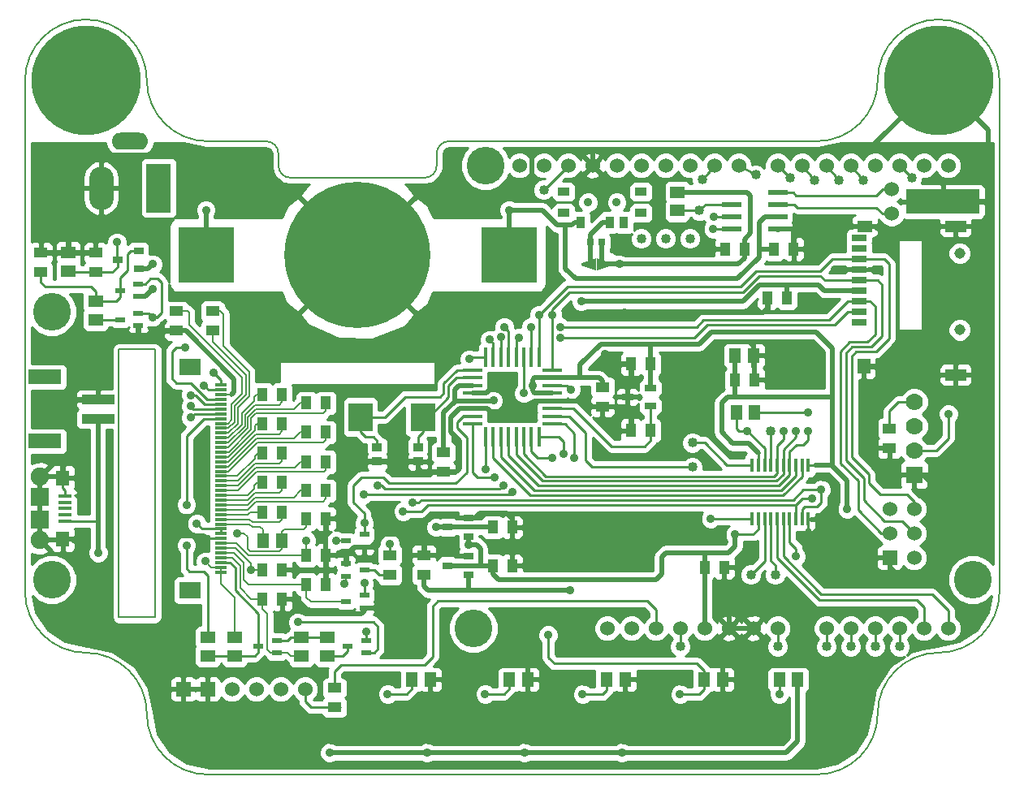
<source format=gbl>
G04 (created by PCBNEW (2013-03-15 BZR 4003)-stable) date 17-Jul-13 5:35:47 PM*
%MOIN*%
G04 Gerber Fmt 3.4, Leading zero omitted, Abs format*
%FSLAX34Y34*%
G01*
G70*
G90*
G04 APERTURE LIST*
%ADD10C,0*%
%ADD11C,0.005*%
%ADD12R,0.0394X0.0236*%
%ADD13R,0.0394X0.0315*%
%ADD14R,0.042X0.056*%
%ADD15R,0.056X0.042*%
%ADD16R,0.059X0.0512*%
%ADD17R,0.0512X0.059*%
%ADD18R,0.0472X0.0315*%
%ADD19C,0.04*%
%ADD20R,0.06X0.06*%
%ADD21C,0.06*%
%ADD22R,0.0787X0.0177*%
%ADD23R,0.0177X0.0787*%
%ADD24C,0.45*%
%ADD25C,0.07*%
%ADD26R,0.07X0.07*%
%ADD27R,0.054X0.016*%
%ADD28R,0.056X0.063*%
%ADD29R,0.075X0.075*%
%ADD30C,0.075*%
%ADD31R,0.08X0.024*%
%ADD32R,0.0394X0.0354*%
%ADD33R,0.0984252X0.11811*%
%ADD34R,0.3X0.1*%
%ADD35R,0.1337X0.059*%
%ADD36R,0.1377X0.0392*%
%ADD37C,0.155*%
%ADD38R,0.0866142X0.0708661*%
%ADD39R,0.0511811X0.011811*%
%ADD40O,0.1X0.18*%
%ADD41R,0.1X0.2*%
%ADD42O,0.15X0.07*%
%ADD43R,0.0165X0.0579*%
%ADD44R,0.0629921X0.0275591*%
%ADD45R,0.0629921X0.0472441*%
%ADD46R,0.0866142X0.0472441*%
%ADD47R,0.0551181X0.0629921*%
%ADD48C,0.045*%
%ADD49R,0.03X0.03*%
%ADD50R,0.0492126X0.0354331*%
%ADD51R,0.0354331X0.0492126*%
%ADD52C,0.0354331*%
%ADD53R,0.225X0.225*%
%ADD54C,0.6*%
%ADD55C,0.035*%
%ADD56C,0.01*%
%ADD57C,0.02*%
%ADD58C,0.008*%
G04 APERTURE END LIST*
G54D10*
G54D11*
X19900Y-19000D02*
X17500Y-19000D01*
X20400Y-19500D02*
G75*
G03X19900Y-19000I-500J0D01*
G74*
G01*
X27400Y-19000D02*
G75*
G03X26900Y-19500I0J-500D01*
G74*
G01*
X26400Y-20500D02*
G75*
G03X26900Y-20000I0J500D01*
G74*
G01*
X20400Y-20000D02*
G75*
G03X20900Y-20500I500J0D01*
G74*
G01*
X26900Y-19500D02*
X26900Y-20000D01*
X20400Y-19500D02*
X20400Y-20000D01*
X20900Y-20500D02*
X26400Y-20500D01*
X27400Y-19000D02*
X42500Y-19000D01*
X47500Y-40000D02*
G75*
G03X50000Y-37500I0J2500D01*
G74*
G01*
X42500Y-45000D02*
G75*
G03X45000Y-42500I0J2500D01*
G74*
G01*
X47500Y-40000D02*
G75*
G03X45000Y-42500I0J-2500D01*
G74*
G01*
X15000Y-42500D02*
G75*
G03X17500Y-45000I2500J0D01*
G74*
G01*
X10000Y-37500D02*
G75*
G03X12500Y-40000I2500J0D01*
G74*
G01*
X15000Y-42500D02*
G75*
G03X12500Y-40000I-2500J0D01*
G74*
G01*
X42500Y-19000D02*
G75*
G03X45000Y-16500I0J2500D01*
G74*
G01*
X50000Y-16500D02*
G75*
G03X47500Y-14000I-2500J0D01*
G74*
G01*
X47500Y-14000D02*
G75*
G03X45000Y-16500I0J-2500D01*
G74*
G01*
X15000Y-16500D02*
G75*
G03X17500Y-19000I2500J0D01*
G74*
G01*
X15000Y-16500D02*
G75*
G03X12500Y-14000I-2500J0D01*
G74*
G01*
X12500Y-14000D02*
G75*
G03X10000Y-16500I0J-2500D01*
G74*
G01*
X13850Y-38550D02*
X15350Y-38550D01*
X13850Y-27550D02*
X13850Y-38550D01*
X15350Y-27550D02*
X13850Y-27550D01*
X15350Y-38550D02*
X15350Y-27550D01*
X42500Y-45000D02*
X17500Y-45000D01*
X10000Y-37500D02*
X10000Y-16500D01*
X50000Y-16500D02*
X50000Y-37500D01*
G54D12*
X23924Y-38156D03*
X23924Y-37644D03*
X23176Y-37900D03*
X14649Y-26581D03*
X14649Y-26069D03*
X13901Y-26325D03*
X23924Y-35656D03*
X23924Y-35144D03*
X23176Y-35400D03*
X20324Y-40006D03*
X20324Y-39494D03*
X19576Y-39750D03*
X23176Y-36344D03*
X23176Y-36856D03*
X23924Y-36600D03*
X23999Y-40006D03*
X23999Y-39494D03*
X23251Y-39750D03*
X14649Y-25381D03*
X14649Y-24869D03*
X13901Y-25125D03*
G54D13*
X13792Y-23875D03*
X14658Y-24250D03*
X14658Y-23500D03*
G54D14*
X41275Y-25425D03*
X40475Y-25425D03*
X29200Y-34850D03*
X30000Y-34850D03*
X19750Y-34225D03*
X20550Y-34225D03*
X21550Y-30950D03*
X22350Y-30950D03*
X19750Y-33000D03*
X20550Y-33000D03*
X21550Y-32175D03*
X22350Y-32175D03*
G54D15*
X16220Y-26780D03*
X16220Y-25980D03*
G54D14*
X21550Y-29750D03*
X22350Y-29750D03*
X19750Y-30600D03*
X20550Y-30600D03*
G54D15*
X17700Y-26775D03*
X17700Y-25975D03*
G54D14*
X21550Y-33350D03*
X22350Y-33350D03*
X21550Y-37200D03*
X22350Y-37200D03*
X19750Y-31800D03*
X20550Y-31800D03*
X21550Y-36000D03*
X22350Y-36000D03*
X34875Y-28150D03*
X35675Y-28150D03*
X22350Y-34500D03*
X21550Y-34500D03*
X19750Y-36600D03*
X20550Y-36600D03*
X19750Y-37800D03*
X20550Y-37800D03*
X19750Y-29400D03*
X20550Y-29400D03*
G54D15*
X26375Y-36800D03*
X26375Y-36000D03*
G54D16*
X12900Y-26325D03*
X12900Y-25575D03*
X22400Y-39375D03*
X22400Y-40125D03*
X18600Y-40125D03*
X18600Y-39375D03*
G54D17*
X19775Y-35400D03*
X20525Y-35400D03*
G54D16*
X17500Y-39375D03*
X17500Y-40125D03*
X21350Y-39375D03*
X21350Y-40125D03*
G54D17*
X39900Y-27800D03*
X39150Y-27800D03*
G54D16*
X11775Y-24325D03*
X11775Y-23575D03*
G54D15*
X24975Y-36800D03*
X24975Y-36000D03*
G54D14*
X39150Y-28800D03*
X39950Y-28800D03*
X37900Y-36500D03*
X38700Y-36500D03*
G54D15*
X12900Y-23575D03*
X12900Y-24375D03*
G54D14*
X35675Y-30875D03*
X34875Y-30875D03*
G54D15*
X27175Y-31775D03*
X27175Y-32575D03*
X10650Y-23575D03*
X10650Y-24375D03*
X33700Y-29900D03*
X33700Y-29100D03*
G54D18*
X35675Y-29125D03*
X34725Y-29500D03*
X35675Y-29875D03*
G54D17*
X34640Y-41100D03*
X33890Y-41100D03*
X38640Y-41100D03*
X37890Y-41100D03*
X30640Y-41100D03*
X29890Y-41100D03*
X40960Y-41100D03*
X41710Y-41100D03*
G54D19*
X40610Y-30900D03*
X37400Y-32375D03*
G54D20*
X16500Y-41500D03*
X17500Y-41500D03*
G54D21*
X18500Y-41500D03*
X19500Y-41500D03*
X20500Y-41500D03*
X21500Y-41500D03*
G54D15*
X22700Y-41450D03*
X22700Y-42250D03*
G54D22*
X28366Y-28398D03*
X28366Y-28713D03*
X28366Y-29028D03*
X28366Y-29343D03*
X28366Y-29657D03*
X28366Y-29972D03*
X28366Y-30287D03*
X28366Y-30602D03*
X31634Y-30602D03*
X31634Y-28398D03*
X31634Y-28713D03*
X31634Y-29028D03*
X31634Y-29343D03*
X31634Y-29657D03*
X31634Y-29972D03*
X31634Y-30287D03*
G54D23*
X28898Y-31134D03*
X29213Y-31134D03*
X29528Y-31134D03*
X29843Y-31134D03*
X30157Y-31134D03*
X30472Y-31134D03*
X30787Y-31134D03*
X31102Y-31134D03*
X28898Y-27866D03*
X29213Y-27866D03*
X29528Y-27866D03*
X29843Y-27866D03*
X30157Y-27866D03*
X30472Y-27866D03*
X30787Y-27866D03*
X31102Y-27866D03*
G54D24*
X12500Y-16500D03*
G54D25*
X46500Y-29700D03*
X46500Y-30700D03*
X46500Y-31700D03*
G54D26*
X46500Y-32700D03*
G54D19*
X37400Y-31375D03*
X39800Y-36800D03*
X40800Y-36800D03*
G54D24*
X47500Y-16500D03*
G54D13*
X27342Y-36425D03*
X28208Y-36800D03*
X28208Y-36050D03*
G54D16*
X36775Y-21850D03*
X36775Y-21100D03*
G54D14*
X40750Y-23425D03*
X41550Y-23425D03*
G54D17*
X26640Y-41100D03*
X25890Y-41100D03*
G54D14*
X39525Y-23425D03*
X38725Y-23425D03*
G54D15*
X45475Y-30800D03*
X45475Y-31600D03*
G54D27*
X11650Y-34075D03*
X11650Y-33819D03*
X11650Y-33563D03*
X11650Y-34331D03*
X11650Y-34587D03*
G54D28*
X11550Y-35325D03*
X11550Y-32825D03*
G54D29*
X10600Y-34550D03*
X10600Y-33600D03*
G54D30*
X10600Y-35375D03*
X10600Y-32775D03*
G54D13*
X27342Y-34850D03*
X28208Y-35225D03*
X28208Y-34475D03*
G54D14*
X29200Y-36425D03*
X30000Y-36425D03*
G54D31*
X39000Y-21100D03*
X40900Y-21100D03*
X39000Y-21600D03*
X39000Y-22100D03*
X39000Y-22600D03*
X40900Y-21600D03*
X40900Y-22100D03*
X40900Y-22600D03*
G54D32*
X26125Y-32146D03*
X26125Y-31554D03*
X24450Y-32146D03*
X24450Y-31554D03*
G54D33*
X23775Y-30325D03*
X26325Y-30325D03*
G54D21*
X45575Y-20975D03*
X45575Y-21975D03*
G54D34*
X47675Y-21475D03*
G54D35*
X10819Y-31318D03*
G54D36*
X13004Y-30393D03*
X13004Y-29607D03*
G54D35*
X10819Y-28682D03*
G54D19*
X37675Y-21850D03*
G54D37*
X11100Y-26000D03*
X11100Y-37000D03*
G54D10*
G36*
X32825Y-24100D02*
X32825Y-24000D01*
X33425Y-23800D01*
X33425Y-24300D01*
X32825Y-24100D01*
X32825Y-24100D01*
G37*
G36*
X33475Y-24300D02*
X33475Y-23800D01*
X34075Y-24000D01*
X34075Y-24100D01*
X33475Y-24300D01*
X33475Y-24300D01*
G37*
G54D38*
X16768Y-28263D03*
X16768Y-37436D03*
G54D39*
X18050Y-29011D03*
X18050Y-29208D03*
X18050Y-29405D03*
X18050Y-29601D03*
X18050Y-29798D03*
X18050Y-29995D03*
X18050Y-30192D03*
X18050Y-30389D03*
X18050Y-30586D03*
X18050Y-30783D03*
X18050Y-30979D03*
X18050Y-31176D03*
X18050Y-31373D03*
X18050Y-31570D03*
X18050Y-31767D03*
X18050Y-31964D03*
X18050Y-32161D03*
X18050Y-32357D03*
X18050Y-32554D03*
X18050Y-32751D03*
X18050Y-32948D03*
X18050Y-33145D03*
X18050Y-33342D03*
X18050Y-33538D03*
X18050Y-33735D03*
X18050Y-33932D03*
X18050Y-34129D03*
X18050Y-34326D03*
X18050Y-34523D03*
X18050Y-34720D03*
X18050Y-34916D03*
X18050Y-35113D03*
X18050Y-35310D03*
X18050Y-35507D03*
X18050Y-35704D03*
X18050Y-35901D03*
X18050Y-36098D03*
X18050Y-36294D03*
X18050Y-36491D03*
X18050Y-36688D03*
G54D40*
X13125Y-20925D03*
G54D41*
X15487Y-20925D03*
G54D42*
X14306Y-18995D03*
G54D43*
X40872Y-32298D03*
X41128Y-32298D03*
X41384Y-32298D03*
X41640Y-32298D03*
X40104Y-34502D03*
X40104Y-32298D03*
X40360Y-32298D03*
X40616Y-32298D03*
X41896Y-34502D03*
X41640Y-34502D03*
X41384Y-34502D03*
X41128Y-34502D03*
X40872Y-34502D03*
X40616Y-34502D03*
X41896Y-32298D03*
X40360Y-34502D03*
X39848Y-32298D03*
X42152Y-32298D03*
X42152Y-34502D03*
X39848Y-34502D03*
G54D44*
X44230Y-24700D03*
X44230Y-24267D03*
X44230Y-23834D03*
X44230Y-23401D03*
X44230Y-22968D03*
X44230Y-25133D03*
X44230Y-25566D03*
X44230Y-25999D03*
X44230Y-26432D03*
G54D45*
X44466Y-22495D03*
G54D46*
X48206Y-22495D03*
X48206Y-28597D03*
G54D47*
X44426Y-28243D03*
G54D48*
X48363Y-23597D03*
X48363Y-26747D03*
G54D17*
X39200Y-30150D03*
X39950Y-30150D03*
G54D49*
X33675Y-23150D03*
X33200Y-23150D03*
G54D50*
X35284Y-21077D03*
X32115Y-21077D03*
X35284Y-21943D03*
X32115Y-21943D03*
G54D51*
X34585Y-22327D03*
X33995Y-22327D03*
X32814Y-22327D03*
G54D52*
X34290Y-21510D03*
X33109Y-21510D03*
G54D19*
X42900Y-39750D03*
X43900Y-39750D03*
X44900Y-39750D03*
X46400Y-20500D03*
X44400Y-20600D03*
X43400Y-20600D03*
X42400Y-20600D03*
X41400Y-20500D03*
X40000Y-20380D03*
X37800Y-20570D03*
X37300Y-23000D03*
X36300Y-23000D03*
X35300Y-23000D03*
X40900Y-39750D03*
X36900Y-39750D03*
X45900Y-39750D03*
X31300Y-21000D03*
G54D21*
X47900Y-39000D03*
X46900Y-39000D03*
X45900Y-39000D03*
X42900Y-39000D03*
X43900Y-39000D03*
X44900Y-39000D03*
X40900Y-39000D03*
X39900Y-39000D03*
X38900Y-39000D03*
X36900Y-39000D03*
X35900Y-39000D03*
X47900Y-20000D03*
X46900Y-20000D03*
X45900Y-20000D03*
X44900Y-20000D03*
X43900Y-20000D03*
X42900Y-20000D03*
X41900Y-20000D03*
X40900Y-20000D03*
X39300Y-20000D03*
X38300Y-20000D03*
X37300Y-20000D03*
X36300Y-20000D03*
X35300Y-20000D03*
X34300Y-20000D03*
X33300Y-20000D03*
X32300Y-20000D03*
X37900Y-39000D03*
G54D37*
X48900Y-37000D03*
X28900Y-20000D03*
X28400Y-39000D03*
G54D21*
X34900Y-39000D03*
X31300Y-20000D03*
X30300Y-20000D03*
X33900Y-39000D03*
G54D53*
X29875Y-23675D03*
X17425Y-23675D03*
G54D54*
X23650Y-23675D03*
G54D20*
X45500Y-36100D03*
G54D21*
X46500Y-36100D03*
X45500Y-35100D03*
X46500Y-35100D03*
X45500Y-34100D03*
X46500Y-34100D03*
G54D55*
X17740Y-28500D03*
X29675Y-26625D03*
X16800Y-30350D03*
X29075Y-27150D03*
X34400Y-24050D03*
X34500Y-44110D03*
X30500Y-44110D03*
X26500Y-44110D03*
X22500Y-44110D03*
X30825Y-29025D03*
X15250Y-25075D03*
X15250Y-24050D03*
X32375Y-37450D03*
X32825Y-25575D03*
X29225Y-29650D03*
X43750Y-34100D03*
X39650Y-30900D03*
X29875Y-21825D03*
X17425Y-21825D03*
X24000Y-39125D03*
X31625Y-32000D03*
X24475Y-33150D03*
X29625Y-33125D03*
X17350Y-29025D03*
X29525Y-27050D03*
X23925Y-34675D03*
X23925Y-37150D03*
X32550Y-32000D03*
X32890Y-41710D03*
X32400Y-29200D03*
X24890Y-41700D03*
X32100Y-31850D03*
X15225Y-26225D03*
X30000Y-33400D03*
X23900Y-33500D03*
X24975Y-35525D03*
X28225Y-27950D03*
X41650Y-36050D03*
X40960Y-41700D03*
X42150Y-30900D03*
X42310Y-33660D03*
X25520Y-34200D03*
X41650Y-30900D03*
X38275Y-22100D03*
X47900Y-30200D03*
X41150Y-30900D03*
X38250Y-22600D03*
X31975Y-27075D03*
X30275Y-27075D03*
X31475Y-39275D03*
X29275Y-32800D03*
X36890Y-41710D03*
X31650Y-26125D03*
X16560Y-27460D03*
X16800Y-29875D03*
X31100Y-26120D03*
X16800Y-29425D03*
X30780Y-26620D03*
X31975Y-26625D03*
X38150Y-34500D03*
X30475Y-29350D03*
X42690Y-33310D03*
X25900Y-33850D03*
X28890Y-41700D03*
X28900Y-32475D03*
X13000Y-35900D03*
X28200Y-35575D03*
X39150Y-35150D03*
X17050Y-34700D03*
X13775Y-23150D03*
X21200Y-38750D03*
X18700Y-35100D03*
X17400Y-36250D03*
X22775Y-35400D03*
X21550Y-35400D03*
X19275Y-36600D03*
X23100Y-37175D03*
X26875Y-34850D03*
X34600Y-23425D03*
X38275Y-27400D03*
X34600Y-26050D03*
X33800Y-27750D03*
X43225Y-24275D03*
X43225Y-22500D03*
X13125Y-26975D03*
X42150Y-30150D03*
X16625Y-35600D03*
X16625Y-33925D03*
G54D56*
X18050Y-29011D02*
X18050Y-28810D01*
X18050Y-28810D02*
X17740Y-28500D01*
X29675Y-26625D02*
X29843Y-26793D01*
X29843Y-26793D02*
X29843Y-27866D01*
X18050Y-30192D02*
X16957Y-30192D01*
X16957Y-30192D02*
X16800Y-30350D01*
X29213Y-27288D02*
X29213Y-27866D01*
X29075Y-27150D02*
X29213Y-27288D01*
X36900Y-39000D02*
X36900Y-39750D01*
G54D57*
X34400Y-24050D02*
X39280Y-24050D01*
X39525Y-23425D02*
X39525Y-23805D01*
X39280Y-24050D02*
X39525Y-23805D01*
X34400Y-24050D02*
X33775Y-24050D01*
X33675Y-23150D02*
X33675Y-23950D01*
X33675Y-23950D02*
X33775Y-24050D01*
X32825Y-25575D02*
X39465Y-25575D01*
X39465Y-25575D02*
X40140Y-24900D01*
X35675Y-28150D02*
X35675Y-27325D01*
X33625Y-27325D02*
X35675Y-27325D01*
X32775Y-28175D02*
X32775Y-28713D01*
X33625Y-27325D02*
X32775Y-28175D01*
X35675Y-27325D02*
X37675Y-27325D01*
X42475Y-26825D02*
X38175Y-26825D01*
X43150Y-27500D02*
X42475Y-26825D01*
X43150Y-29500D02*
X43150Y-27500D01*
X37675Y-27325D02*
X38175Y-26825D01*
X28208Y-36800D02*
X28208Y-37450D01*
X41710Y-41100D02*
X41710Y-43650D01*
X41710Y-43650D02*
X41250Y-44110D01*
X41250Y-44110D02*
X34500Y-44110D01*
X34500Y-44110D02*
X30500Y-44110D01*
X30500Y-44110D02*
X26500Y-44110D01*
X26500Y-44110D02*
X22500Y-44110D01*
X41275Y-24900D02*
X40140Y-24900D01*
X39150Y-29500D02*
X38850Y-29500D01*
X38850Y-29500D02*
X38600Y-29750D01*
X39150Y-28800D02*
X39150Y-29500D01*
X43150Y-29500D02*
X39150Y-29500D01*
X39695Y-31405D02*
X39055Y-31405D01*
G54D56*
X40104Y-31814D02*
X40104Y-32298D01*
G54D57*
X39695Y-31405D02*
X40104Y-31814D01*
X39055Y-31405D02*
X38600Y-30950D01*
X38600Y-30950D02*
X38600Y-29750D01*
X39150Y-27800D02*
X39150Y-28800D01*
X43750Y-34100D02*
X43750Y-32940D01*
X43750Y-32940D02*
X43108Y-32298D01*
X42430Y-32298D02*
X43108Y-32298D01*
G54D56*
X42152Y-32298D02*
X42430Y-32298D01*
G54D57*
X43108Y-32298D02*
X43150Y-32298D01*
X43150Y-32298D02*
X43150Y-29500D01*
X14658Y-24250D02*
X15050Y-24250D01*
X15050Y-24250D02*
X15250Y-24050D01*
X14649Y-25381D02*
X14944Y-25381D01*
X14944Y-25381D02*
X15250Y-25075D01*
X27175Y-31775D02*
X27175Y-30145D01*
X27175Y-30145D02*
X27663Y-29657D01*
X28208Y-37450D02*
X28200Y-37450D01*
X28200Y-37450D02*
X26550Y-37450D01*
X26375Y-37275D02*
X26375Y-36800D01*
X26550Y-37450D02*
X26375Y-37275D01*
X28200Y-37450D02*
X32375Y-37450D01*
X41275Y-25425D02*
X41275Y-24900D01*
X44230Y-25133D02*
X42808Y-25133D01*
X42575Y-24900D02*
X41275Y-24900D01*
X42808Y-25133D02*
X42575Y-24900D01*
X39000Y-21100D02*
X39625Y-21100D01*
X39625Y-21100D02*
X39775Y-21250D01*
X39775Y-21250D02*
X39775Y-22775D01*
X39775Y-22775D02*
X39525Y-23025D01*
X39525Y-23025D02*
X39525Y-23425D01*
X39000Y-21100D02*
X36775Y-21100D01*
X32775Y-28713D02*
X33563Y-28713D01*
X33700Y-28850D02*
X33700Y-29100D01*
X33563Y-28713D02*
X33700Y-28850D01*
X31634Y-29343D02*
X30918Y-29343D01*
X30918Y-29343D02*
X30825Y-29250D01*
X30825Y-29250D02*
X30825Y-29025D01*
X31634Y-28713D02*
X30912Y-28713D01*
X30912Y-28713D02*
X30825Y-28800D01*
X30825Y-28800D02*
X30825Y-29025D01*
X28366Y-29657D02*
X29218Y-29657D01*
X29218Y-29657D02*
X29225Y-29650D01*
X35675Y-28150D02*
X35675Y-29125D01*
X31634Y-28713D02*
X32775Y-28713D01*
X28366Y-29657D02*
X27663Y-29657D01*
X27663Y-29657D02*
X27650Y-29657D01*
X28366Y-29028D02*
X27822Y-29028D01*
X27650Y-29200D02*
X27650Y-29657D01*
X27822Y-29028D02*
X27650Y-29200D01*
G54D56*
X40360Y-34502D02*
X40360Y-36240D01*
X40360Y-36240D02*
X39800Y-36800D01*
X37400Y-32375D02*
X33275Y-32375D01*
X33010Y-32110D02*
X33010Y-30955D01*
X33275Y-32375D02*
X33010Y-32110D01*
X33010Y-30955D02*
X32342Y-30287D01*
X32342Y-30287D02*
X31634Y-30287D01*
X39200Y-30150D02*
X39200Y-30800D01*
X39300Y-30900D02*
X39650Y-30900D01*
X39200Y-30800D02*
X39300Y-30900D01*
X40360Y-32298D02*
X40360Y-31610D01*
X40360Y-31610D02*
X39650Y-30900D01*
X42900Y-39000D02*
X42900Y-39750D01*
X43900Y-39000D02*
X43900Y-39750D01*
X44900Y-39000D02*
X44900Y-39750D01*
X45900Y-39000D02*
X45900Y-39750D01*
G54D57*
X33200Y-23150D02*
X33200Y-22840D01*
X33712Y-22327D02*
X33995Y-22327D01*
X33200Y-22840D02*
X33712Y-22327D01*
X33200Y-23150D02*
X33200Y-23975D01*
X33200Y-23975D02*
X33125Y-24050D01*
X33450Y-24650D02*
X32600Y-24650D01*
X33450Y-24650D02*
X39250Y-24650D01*
X39250Y-24650D02*
X40125Y-23775D01*
X40125Y-23425D02*
X40125Y-23775D01*
X32175Y-24225D02*
X32175Y-22450D01*
X32600Y-24650D02*
X32175Y-24225D01*
X32814Y-22327D02*
X32572Y-22327D01*
X32572Y-22327D02*
X32450Y-22450D01*
X32450Y-22450D02*
X32175Y-22450D01*
X31225Y-21825D02*
X29875Y-21825D01*
X32175Y-22450D02*
X31850Y-22450D01*
X31850Y-22450D02*
X31225Y-21825D01*
X29875Y-23675D02*
X29875Y-21825D01*
X17425Y-21825D02*
X17425Y-23675D01*
X40900Y-22100D02*
X40375Y-22100D01*
X40375Y-22100D02*
X40125Y-22350D01*
X40125Y-22350D02*
X40125Y-23425D01*
X40125Y-23425D02*
X40750Y-23425D01*
G54D56*
X18050Y-36294D02*
X18419Y-36294D01*
X18419Y-36294D02*
X18625Y-36500D01*
X19576Y-39750D02*
X19576Y-38401D01*
X19576Y-38401D02*
X18625Y-37450D01*
X19576Y-39750D02*
X19576Y-39974D01*
X19576Y-39974D02*
X19425Y-40125D01*
X18625Y-36500D02*
X18625Y-37450D01*
X18600Y-40125D02*
X19425Y-40125D01*
X18600Y-40125D02*
X17500Y-40125D01*
X23999Y-39494D02*
X23999Y-39126D01*
X23999Y-39126D02*
X24000Y-39125D01*
X29475Y-33275D02*
X29625Y-33125D01*
X30787Y-31134D02*
X30787Y-31737D01*
X31050Y-32000D02*
X31625Y-32000D01*
X30787Y-31737D02*
X31050Y-32000D01*
X24650Y-33150D02*
X24775Y-33275D01*
X24475Y-33150D02*
X24650Y-33150D01*
X24775Y-33275D02*
X29475Y-33275D01*
X18050Y-29208D02*
X17533Y-29208D01*
X17533Y-29208D02*
X17350Y-29025D01*
X29528Y-27053D02*
X29528Y-27866D01*
X29525Y-27050D02*
X29528Y-27053D01*
G54D58*
X18050Y-34326D02*
X19148Y-34326D01*
X19250Y-34225D02*
X19750Y-34225D01*
X19148Y-34326D02*
X19250Y-34225D01*
X18050Y-34523D02*
X19223Y-34523D01*
X19223Y-34523D02*
X19350Y-34650D01*
X19350Y-34650D02*
X20450Y-34650D01*
X20450Y-34650D02*
X20550Y-34550D01*
X20550Y-34550D02*
X20550Y-34225D01*
X18050Y-33932D02*
X19142Y-33932D01*
X19450Y-33625D02*
X21025Y-33625D01*
X19142Y-33932D02*
X19450Y-33625D01*
X21025Y-33625D02*
X21300Y-33350D01*
X21300Y-33350D02*
X21550Y-33350D01*
X18050Y-34129D02*
X19145Y-34129D01*
X19475Y-33800D02*
X22225Y-33800D01*
X19145Y-34129D02*
X19475Y-33800D01*
X22350Y-33675D02*
X22350Y-33350D01*
X22225Y-33800D02*
X22350Y-33675D01*
X19750Y-33000D02*
X19525Y-33000D01*
X19400Y-33125D02*
X19400Y-33275D01*
X19525Y-33000D02*
X19400Y-33125D01*
X18050Y-33538D02*
X19136Y-33538D01*
X19136Y-33538D02*
X19400Y-33275D01*
X18050Y-33735D02*
X19139Y-33735D01*
X19450Y-33425D02*
X20450Y-33425D01*
X19139Y-33735D02*
X19450Y-33425D01*
X20550Y-33325D02*
X20550Y-33000D01*
X20450Y-33425D02*
X20550Y-33325D01*
X18050Y-33145D02*
X18729Y-33145D01*
X19475Y-32400D02*
X21075Y-32400D01*
X18729Y-33145D02*
X19475Y-32400D01*
X21550Y-32175D02*
X21300Y-32175D01*
X21075Y-32400D02*
X21300Y-32175D01*
X18050Y-33342D02*
X18732Y-33342D01*
X19500Y-32575D02*
X22275Y-32575D01*
X18732Y-33342D02*
X19500Y-32575D01*
X22275Y-32575D02*
X22350Y-32500D01*
X22350Y-32500D02*
X22350Y-32175D01*
X19750Y-31800D02*
X19575Y-31800D01*
X19575Y-31800D02*
X19450Y-31925D01*
X19450Y-31925D02*
X19450Y-32025D01*
X18050Y-32751D02*
X18723Y-32751D01*
X18723Y-32751D02*
X19450Y-32025D01*
X18050Y-32948D02*
X18725Y-32948D01*
X19448Y-32225D02*
X20450Y-32225D01*
X18725Y-32948D02*
X19448Y-32225D01*
X20550Y-32125D02*
X20550Y-31800D01*
X20450Y-32225D02*
X20550Y-32125D01*
X18050Y-32357D02*
X18342Y-32357D01*
X18342Y-32357D02*
X19500Y-31200D01*
X21300Y-30950D02*
X21550Y-30950D01*
X19500Y-31200D02*
X21050Y-31200D01*
X21050Y-31200D02*
X21300Y-30950D01*
X18050Y-32554D02*
X18350Y-32554D01*
X18350Y-32554D02*
X19529Y-31375D01*
X22350Y-31275D02*
X22350Y-30950D01*
X22250Y-31375D02*
X22350Y-31275D01*
X19529Y-31375D02*
X22250Y-31375D01*
X19750Y-30600D02*
X19525Y-30600D01*
X19450Y-30864D02*
X18350Y-31964D01*
X19450Y-30675D02*
X19450Y-30864D01*
X19525Y-30600D02*
X19450Y-30675D01*
X18050Y-31964D02*
X18350Y-31964D01*
X18050Y-32161D02*
X18350Y-32161D01*
X18350Y-32161D02*
X19486Y-31025D01*
X19486Y-31025D02*
X20425Y-31025D01*
X20425Y-31025D02*
X20550Y-30900D01*
X20550Y-30900D02*
X20550Y-30600D01*
X18050Y-31570D02*
X18354Y-31570D01*
X18354Y-31570D02*
X19150Y-30775D01*
X21300Y-29750D02*
X21550Y-29750D01*
X19150Y-30325D02*
X19470Y-30004D01*
X19150Y-30775D02*
X19150Y-30325D01*
X19470Y-30004D02*
X21045Y-30004D01*
X21045Y-30004D02*
X21300Y-29750D01*
X19275Y-30375D02*
X19275Y-30850D01*
X19275Y-30850D02*
X18357Y-31767D01*
X18050Y-31767D02*
X18357Y-31767D01*
X19275Y-30375D02*
X19475Y-30175D01*
X19475Y-30175D02*
X22250Y-30175D01*
X22250Y-30175D02*
X22350Y-30075D01*
X22350Y-30075D02*
X22350Y-29750D01*
X18050Y-31373D02*
X18351Y-31373D01*
X18351Y-31373D02*
X19025Y-30700D01*
X19450Y-29825D02*
X20425Y-29825D01*
X20550Y-29700D02*
X20550Y-29400D01*
X20425Y-29825D02*
X20550Y-29700D01*
X19025Y-30250D02*
X19450Y-29825D01*
X19025Y-30700D02*
X19025Y-30250D01*
X19750Y-29400D02*
X19500Y-29400D01*
X19400Y-29675D02*
X18900Y-30175D01*
X19400Y-29500D02*
X19400Y-29675D01*
X19500Y-29400D02*
X19400Y-29500D01*
X18050Y-31176D02*
X18348Y-31176D01*
X18900Y-30625D02*
X18900Y-30175D01*
X18348Y-31176D02*
X18900Y-30625D01*
X18050Y-30979D02*
X18345Y-30979D01*
X18725Y-30600D02*
X18725Y-29950D01*
X18345Y-30979D02*
X18725Y-30600D01*
X18135Y-26090D02*
X18135Y-27410D01*
X18135Y-27410D02*
X19200Y-28475D01*
X17700Y-25975D02*
X18022Y-25977D01*
X18725Y-29950D02*
X19200Y-29475D01*
X19200Y-29475D02*
X19200Y-28475D01*
X18135Y-26090D02*
X18022Y-25977D01*
X18050Y-30783D02*
X18341Y-30783D01*
X18600Y-30525D02*
X18600Y-29875D01*
X18341Y-30783D02*
X18600Y-30525D01*
X17700Y-26775D02*
X17700Y-27225D01*
X17700Y-27225D02*
X19060Y-28585D01*
X19060Y-29415D02*
X18600Y-29875D01*
X19060Y-28585D02*
X19060Y-29415D01*
G54D56*
X28130Y-31155D02*
X28130Y-32590D01*
X23800Y-32800D02*
X23475Y-33125D01*
X24700Y-32800D02*
X23800Y-32800D01*
X24950Y-33050D02*
X24700Y-32800D01*
X27670Y-33050D02*
X24950Y-33050D01*
X28130Y-32590D02*
X27670Y-33050D01*
X28130Y-31155D02*
X27750Y-30775D01*
X27750Y-30775D02*
X27750Y-30525D01*
X27750Y-30525D02*
X27988Y-30287D01*
X27988Y-30287D02*
X28366Y-30287D01*
X23475Y-33125D02*
X23475Y-33825D01*
X23475Y-33825D02*
X23925Y-34275D01*
X23925Y-34675D02*
X23925Y-34275D01*
X23924Y-37644D02*
X23924Y-37151D01*
X23924Y-34676D02*
X23924Y-35144D01*
X23925Y-34675D02*
X23924Y-34676D01*
X23924Y-37151D02*
X23925Y-37150D01*
X32890Y-41710D02*
X33710Y-41710D01*
X33890Y-41530D02*
X33890Y-41100D01*
X33710Y-41710D02*
X33890Y-41530D01*
X32550Y-30990D02*
X32162Y-30602D01*
X32162Y-30602D02*
X31634Y-30602D01*
X32550Y-32000D02*
X32550Y-30990D01*
X22925Y-42250D02*
X21750Y-42250D01*
X21500Y-42000D02*
X21500Y-41500D01*
X21750Y-42250D02*
X21500Y-42000D01*
X22925Y-42250D02*
X22700Y-42250D01*
X24890Y-41700D02*
X25660Y-41700D01*
X25890Y-41470D02*
X25890Y-41100D01*
X25660Y-41700D02*
X25890Y-41470D01*
X32228Y-29028D02*
X32400Y-29200D01*
X31634Y-29028D02*
X32228Y-29028D01*
X31102Y-31134D02*
X31909Y-31134D01*
X32100Y-31325D02*
X32100Y-31850D01*
X31909Y-31134D02*
X32100Y-31325D01*
X30000Y-33400D02*
X29900Y-33500D01*
X29900Y-33500D02*
X23900Y-33500D01*
X15600Y-24800D02*
X15600Y-26025D01*
X15400Y-26225D02*
X15225Y-26225D01*
X15600Y-26025D02*
X15400Y-26225D01*
X14649Y-26069D02*
X15069Y-26069D01*
X15069Y-26069D02*
X15225Y-26225D01*
X14649Y-24869D02*
X14931Y-24869D01*
X15150Y-24650D02*
X15450Y-24650D01*
X14931Y-24869D02*
X15150Y-24650D01*
X15450Y-24650D02*
X15600Y-24800D01*
X45900Y-20000D02*
X46400Y-20500D01*
X43900Y-20000D02*
X44400Y-20600D01*
X42900Y-20000D02*
X43400Y-20600D01*
X41900Y-20000D02*
X42400Y-20600D01*
X40900Y-20000D02*
X41400Y-20500D01*
X39300Y-20000D02*
X40000Y-20380D01*
X38300Y-20000D02*
X37800Y-20570D01*
X24975Y-35525D02*
X24975Y-36000D01*
X28898Y-27866D02*
X28309Y-27866D01*
X28309Y-27866D02*
X28225Y-27950D01*
X26725Y-38100D02*
X26725Y-40165D01*
X22970Y-40490D02*
X22700Y-40760D01*
X26400Y-40490D02*
X22970Y-40490D01*
X26725Y-40165D02*
X26400Y-40490D01*
X41650Y-36050D02*
X41650Y-35720D01*
X41384Y-35454D02*
X41384Y-34502D01*
X41650Y-35720D02*
X41384Y-35454D01*
X26950Y-37875D02*
X35525Y-37875D01*
X35900Y-38250D02*
X35900Y-39000D01*
X35525Y-37875D02*
X35900Y-38250D01*
X26950Y-37875D02*
X26725Y-38100D01*
X22700Y-41450D02*
X22700Y-40760D01*
X40960Y-41100D02*
X40960Y-41700D01*
X29843Y-31918D02*
X29843Y-31134D01*
X31065Y-33140D02*
X29843Y-31918D01*
X41384Y-32298D02*
X41384Y-31746D01*
X41660Y-31470D02*
X41384Y-31746D01*
X42150Y-31260D02*
X41940Y-31470D01*
X41940Y-31470D02*
X41660Y-31470D01*
X42150Y-30900D02*
X42150Y-31260D01*
X41384Y-32298D02*
X41384Y-32686D01*
X40930Y-33140D02*
X31065Y-33140D01*
X41384Y-32686D02*
X40930Y-33140D01*
X42310Y-33660D02*
X41910Y-33660D01*
X41910Y-33660D02*
X41640Y-33930D01*
X41640Y-34502D02*
X41640Y-33930D01*
X41640Y-33930D02*
X26530Y-33930D01*
X26530Y-33930D02*
X26260Y-34200D01*
X26260Y-34200D02*
X25520Y-34200D01*
X29528Y-31953D02*
X29528Y-31134D01*
X30905Y-33330D02*
X29528Y-31953D01*
X41640Y-32298D02*
X41640Y-32720D01*
X41030Y-33330D02*
X30905Y-33330D01*
X41640Y-32720D02*
X41030Y-33330D01*
X42685Y-37605D02*
X47225Y-37605D01*
X47900Y-38280D02*
X47900Y-39000D01*
X47225Y-37605D02*
X47900Y-38280D01*
X41128Y-34502D02*
X41128Y-36048D01*
X41128Y-36048D02*
X42685Y-37605D01*
X30157Y-31882D02*
X30157Y-31134D01*
X31225Y-32950D02*
X30157Y-31882D01*
X41650Y-30900D02*
X41650Y-31150D01*
X41650Y-31150D02*
X41128Y-31672D01*
X41128Y-32298D02*
X41128Y-32670D01*
X40848Y-32950D02*
X31225Y-32950D01*
X41128Y-32670D02*
X40848Y-32950D01*
X41128Y-32298D02*
X41128Y-31672D01*
X39000Y-22100D02*
X38275Y-22100D01*
X46500Y-31700D02*
X47395Y-31700D01*
X47900Y-31195D02*
X47900Y-30200D01*
X47395Y-31700D02*
X47900Y-31195D01*
X42610Y-37850D02*
X46600Y-37850D01*
X46600Y-37850D02*
X46900Y-38150D01*
X40872Y-34502D02*
X40872Y-36112D01*
X40872Y-36112D02*
X42610Y-37850D01*
X46900Y-39000D02*
X46900Y-38150D01*
X30472Y-31847D02*
X30472Y-31134D01*
X31390Y-32765D02*
X30472Y-31847D01*
X41150Y-30900D02*
X41150Y-31230D01*
X41150Y-31230D02*
X40870Y-31510D01*
X40872Y-32298D02*
X40872Y-32627D01*
X40734Y-32765D02*
X31390Y-32765D01*
X40872Y-32627D02*
X40734Y-32765D01*
X40870Y-31510D02*
X40870Y-32296D01*
X40870Y-32296D02*
X40872Y-32298D01*
X39000Y-22600D02*
X38250Y-22600D01*
X38000Y-26550D02*
X43225Y-26550D01*
X38000Y-26550D02*
X37475Y-27075D01*
X37475Y-27075D02*
X31975Y-27075D01*
X30275Y-27075D02*
X30157Y-27193D01*
X30157Y-27866D02*
X30157Y-27193D01*
X43776Y-25999D02*
X43225Y-26550D01*
X43776Y-25999D02*
X44230Y-25999D01*
X37890Y-41100D02*
X37890Y-40750D01*
X28366Y-32591D02*
X28366Y-30602D01*
X28575Y-32800D02*
X28366Y-32591D01*
X29275Y-32800D02*
X28575Y-32800D01*
X37590Y-40450D02*
X31730Y-40450D01*
X31730Y-40450D02*
X31475Y-40195D01*
X31475Y-40195D02*
X31475Y-39275D01*
X37890Y-40750D02*
X37590Y-40450D01*
X36890Y-41710D02*
X37670Y-41710D01*
X37890Y-41490D02*
X37890Y-41100D01*
X37670Y-41710D02*
X37890Y-41490D01*
X32350Y-25200D02*
X39465Y-25200D01*
X39465Y-25200D02*
X40140Y-24525D01*
X42650Y-24525D02*
X40140Y-24525D01*
X42825Y-24700D02*
X42650Y-24525D01*
X44230Y-24700D02*
X42825Y-24700D01*
X31650Y-25900D02*
X31650Y-26125D01*
X32350Y-25200D02*
X31650Y-25900D01*
X45000Y-24700D02*
X44230Y-24700D01*
X45185Y-24885D02*
X45000Y-24700D01*
X45185Y-27000D02*
X45185Y-24885D01*
X44735Y-27450D02*
X45185Y-27000D01*
X43950Y-27450D02*
X44735Y-27450D01*
X43700Y-27700D02*
X43950Y-27450D01*
X18050Y-29601D02*
X17461Y-29601D01*
X16800Y-28940D02*
X16220Y-28940D01*
X16220Y-28940D02*
X16025Y-28745D01*
X16025Y-28745D02*
X16025Y-27635D01*
X16560Y-27460D02*
X16200Y-27460D01*
X16200Y-27460D02*
X16025Y-27635D01*
X17461Y-29601D02*
X16800Y-28940D01*
X31650Y-26125D02*
X31650Y-28382D01*
X31650Y-28382D02*
X31634Y-28398D01*
X43700Y-32100D02*
X43700Y-27700D01*
X44425Y-32825D02*
X43700Y-32100D01*
X44425Y-33750D02*
X44425Y-32825D01*
X45275Y-34600D02*
X44425Y-33750D01*
X46500Y-35100D02*
X46000Y-34600D01*
X45275Y-34600D02*
X46000Y-34600D01*
X32260Y-24960D02*
X39385Y-24960D01*
X39385Y-24960D02*
X40020Y-24325D01*
X32260Y-24960D02*
X31100Y-26120D01*
X45475Y-27100D02*
X45475Y-24050D01*
X44925Y-27650D02*
X45475Y-27100D01*
X45259Y-23834D02*
X44230Y-23834D01*
X45475Y-24050D02*
X45259Y-23834D01*
X18050Y-29995D02*
X16920Y-29995D01*
X16920Y-29995D02*
X16800Y-29875D01*
X42650Y-24325D02*
X40020Y-24325D01*
X44230Y-23834D02*
X43141Y-23834D01*
X43141Y-23834D02*
X42650Y-24325D01*
X31100Y-26120D02*
X31102Y-26120D01*
X31102Y-27866D02*
X31102Y-26120D01*
X44625Y-33025D02*
X44625Y-32665D01*
X44625Y-32665D02*
X43925Y-31965D01*
X46500Y-34100D02*
X46500Y-33800D01*
X46200Y-33500D02*
X45100Y-33500D01*
X45100Y-33500D02*
X44625Y-33025D01*
X46500Y-33800D02*
X46200Y-33500D01*
X43925Y-31965D02*
X43925Y-27825D01*
X43925Y-27825D02*
X44100Y-27650D01*
X44100Y-27650D02*
X44925Y-27650D01*
X43475Y-32220D02*
X43475Y-27625D01*
X44200Y-34150D02*
X45150Y-35100D01*
X45500Y-35100D02*
X45150Y-35100D01*
X44200Y-32945D02*
X43475Y-32220D01*
X44200Y-34150D02*
X44200Y-32945D01*
X31975Y-26625D02*
X37575Y-26625D01*
X37575Y-26625D02*
X37850Y-26350D01*
X44686Y-25566D02*
X44230Y-25566D01*
X44895Y-25775D02*
X44686Y-25566D01*
X44895Y-26920D02*
X44895Y-25775D01*
X44565Y-27250D02*
X44895Y-26920D01*
X43850Y-27250D02*
X44565Y-27250D01*
X43475Y-27625D02*
X43850Y-27250D01*
X18050Y-29798D02*
X17373Y-29798D01*
X17373Y-29798D02*
X17000Y-29425D01*
X16800Y-29425D02*
X17000Y-29425D01*
X44230Y-25566D02*
X43784Y-25566D01*
X43784Y-25566D02*
X43000Y-26350D01*
X43000Y-26350D02*
X37850Y-26350D01*
X30787Y-27866D02*
X30787Y-26627D01*
X30787Y-26627D02*
X30780Y-26620D01*
X38152Y-34502D02*
X38150Y-34500D01*
X39848Y-34502D02*
X38152Y-34502D01*
X37400Y-31375D02*
X37895Y-31375D01*
X39848Y-32298D02*
X38818Y-32298D01*
X37895Y-31375D02*
X38818Y-32298D01*
X30475Y-29350D02*
X30472Y-29347D01*
X30472Y-29347D02*
X30472Y-27866D01*
X37675Y-21850D02*
X36775Y-21850D01*
X39000Y-21600D02*
X37925Y-21600D01*
X37925Y-21600D02*
X37675Y-21850D01*
X35425Y-31525D02*
X34075Y-31525D01*
X34075Y-31525D02*
X32522Y-29972D01*
X35675Y-30875D02*
X35675Y-31275D01*
X35675Y-31275D02*
X35425Y-31525D01*
X32522Y-29972D02*
X31634Y-29972D01*
X35675Y-30875D02*
X35675Y-29875D01*
X42000Y-34010D02*
X41896Y-34114D01*
X42500Y-34010D02*
X42000Y-34010D01*
X42690Y-33820D02*
X42500Y-34010D01*
X42690Y-33310D02*
X42690Y-33820D01*
X41950Y-33310D02*
X42690Y-33310D01*
X41530Y-33730D02*
X41950Y-33310D01*
X41530Y-33730D02*
X26270Y-33730D01*
X26270Y-33730D02*
X26150Y-33850D01*
X25900Y-33850D02*
X26150Y-33850D01*
X41896Y-34502D02*
X41896Y-34114D01*
X29213Y-32013D02*
X29213Y-31134D01*
X30730Y-33530D02*
X29213Y-32013D01*
X41896Y-32298D02*
X41896Y-32754D01*
X41120Y-33530D02*
X30730Y-33530D01*
X41896Y-32754D02*
X41120Y-33530D01*
X28890Y-41700D02*
X29660Y-41700D01*
X29890Y-41470D02*
X29890Y-41100D01*
X29660Y-41700D02*
X29890Y-41470D01*
X28898Y-31134D02*
X28898Y-32473D01*
X28898Y-32473D02*
X28900Y-32475D01*
G54D57*
X37900Y-36500D02*
X37900Y-35900D01*
X37900Y-39000D02*
X37900Y-36500D01*
G54D56*
X40104Y-34502D02*
X40104Y-34936D01*
X39890Y-35150D02*
X39150Y-35150D01*
X40104Y-34936D02*
X39890Y-35150D01*
G54D57*
X13004Y-34587D02*
X13004Y-35896D01*
X13004Y-35896D02*
X13000Y-35900D01*
G54D56*
X11650Y-34587D02*
X13004Y-34587D01*
G54D57*
X27342Y-36425D02*
X29200Y-36425D01*
X28200Y-35575D02*
X28550Y-35575D01*
X28550Y-35575D02*
X28700Y-35725D01*
X28700Y-35725D02*
X28700Y-36350D01*
X28700Y-36350D02*
X28775Y-36425D01*
X28775Y-36425D02*
X29200Y-36425D01*
X29200Y-36425D02*
X29200Y-36775D01*
X29425Y-37000D02*
X35900Y-37000D01*
X36300Y-35900D02*
X36125Y-36075D01*
X36125Y-36075D02*
X36125Y-36775D01*
X36125Y-36775D02*
X35900Y-37000D01*
X37900Y-35900D02*
X36300Y-35900D01*
X29200Y-36775D02*
X29425Y-37000D01*
X38875Y-35900D02*
X37900Y-35900D01*
X38875Y-35900D02*
X39150Y-35625D01*
X39150Y-35625D02*
X39150Y-35150D01*
G54D56*
X46500Y-29700D02*
X45850Y-29700D01*
X45475Y-30075D02*
X45475Y-30800D01*
X45850Y-29700D02*
X45475Y-30075D01*
G54D57*
X13004Y-30393D02*
X13004Y-34587D01*
X28208Y-35225D02*
X28208Y-35567D01*
X28208Y-35567D02*
X28200Y-35575D01*
G54D56*
X18050Y-34916D02*
X17266Y-34916D01*
X17266Y-34916D02*
X17050Y-34700D01*
X18050Y-35113D02*
X18050Y-34916D01*
X13775Y-23150D02*
X13775Y-23858D01*
X13775Y-23858D02*
X13792Y-23875D01*
X12900Y-24375D02*
X13575Y-24375D01*
X13575Y-24375D02*
X13792Y-24158D01*
X13792Y-24158D02*
X13792Y-23875D01*
X12900Y-24375D02*
X11825Y-24375D01*
X11825Y-24375D02*
X11775Y-24325D01*
X23999Y-40006D02*
X24329Y-40006D01*
X24490Y-38945D02*
X24295Y-38750D01*
X24490Y-39845D02*
X24490Y-38945D01*
X24329Y-40006D02*
X24490Y-39845D01*
X24295Y-38750D02*
X21200Y-38750D01*
G54D58*
X18050Y-30586D02*
X18338Y-30586D01*
X18910Y-29365D02*
X18910Y-28710D01*
X18475Y-29800D02*
X18910Y-29365D01*
X18475Y-30450D02*
X18475Y-29800D01*
X18338Y-30586D02*
X18475Y-30450D01*
X18910Y-28710D02*
X16730Y-26530D01*
X16730Y-26530D02*
X16730Y-26050D01*
X16730Y-26050D02*
X16660Y-25980D01*
X16660Y-25980D02*
X16220Y-25980D01*
X18050Y-36688D02*
X18050Y-37175D01*
X18050Y-37175D02*
X18600Y-37725D01*
X20425Y-35850D02*
X19250Y-35850D01*
X19125Y-35250D02*
X18975Y-35100D01*
X19125Y-35725D02*
X19125Y-35250D01*
X19250Y-35850D02*
X19125Y-35725D01*
X18700Y-35100D02*
X18975Y-35100D01*
X17641Y-36491D02*
X17400Y-36250D01*
X18050Y-36491D02*
X17641Y-36491D01*
X20525Y-35750D02*
X20425Y-35850D01*
X20525Y-35750D02*
X20525Y-35400D01*
X18050Y-36688D02*
X18050Y-36491D01*
X18600Y-37725D02*
X18600Y-39375D01*
X20525Y-35400D02*
X20525Y-35050D01*
X21450Y-34925D02*
X21550Y-34825D01*
X21550Y-34825D02*
X21550Y-34500D01*
X20650Y-34925D02*
X21450Y-34925D01*
X20525Y-35050D02*
X20650Y-34925D01*
X18050Y-34720D02*
X19220Y-34720D01*
X19220Y-34720D02*
X19325Y-34825D01*
X19775Y-34950D02*
X19775Y-35400D01*
X19650Y-34825D02*
X19775Y-34950D01*
X19325Y-34825D02*
X19650Y-34825D01*
X18050Y-35901D02*
X18576Y-35901D01*
X18576Y-35901D02*
X18975Y-36300D01*
X18975Y-37000D02*
X19175Y-37200D01*
X18975Y-36300D02*
X18975Y-37000D01*
X21550Y-37200D02*
X21550Y-37725D01*
X21550Y-37725D02*
X21725Y-37900D01*
X23176Y-37900D02*
X21725Y-37900D01*
X21550Y-37200D02*
X19175Y-37200D01*
X18050Y-36098D02*
X18498Y-36098D01*
X18498Y-36098D02*
X18825Y-36425D01*
X20324Y-40006D02*
X20781Y-40006D01*
X20900Y-40125D02*
X21350Y-40125D01*
X20781Y-40006D02*
X20900Y-40125D01*
X20324Y-40006D02*
X20081Y-40006D01*
X19950Y-39875D02*
X19950Y-38400D01*
X20081Y-40006D02*
X19950Y-39875D01*
X18825Y-37350D02*
X19275Y-37800D01*
X18825Y-36425D02*
X18825Y-37350D01*
X19750Y-37800D02*
X19750Y-38200D01*
X19750Y-38200D02*
X19950Y-38400D01*
X19275Y-37800D02*
X19750Y-37800D01*
X18050Y-35507D02*
X18682Y-35507D01*
X18682Y-35507D02*
X19175Y-36000D01*
X21550Y-36000D02*
X19175Y-36000D01*
X21550Y-36000D02*
X21550Y-35400D01*
X22775Y-35400D02*
X23176Y-35400D01*
X18050Y-35704D02*
X18654Y-35704D01*
X18654Y-35704D02*
X19275Y-36325D01*
X19275Y-36325D02*
X19275Y-36600D01*
X23176Y-37099D02*
X23100Y-37175D01*
X23176Y-36856D02*
X23176Y-37099D01*
X19750Y-36600D02*
X19275Y-36600D01*
G54D56*
X40900Y-39000D02*
X40900Y-39750D01*
G54D57*
X27342Y-34850D02*
X26875Y-34850D01*
X27342Y-34850D02*
X29200Y-34850D01*
X45500Y-36100D02*
X42570Y-36100D01*
X42152Y-35682D02*
X42152Y-34962D01*
X42570Y-36100D02*
X42152Y-35682D01*
X45500Y-36500D02*
X45500Y-36100D01*
X45725Y-36725D02*
X45500Y-36500D01*
X46750Y-36725D02*
X45725Y-36725D01*
X47125Y-36350D02*
X47125Y-32975D01*
X47125Y-36350D02*
X46750Y-36725D01*
X16300Y-19575D02*
X16475Y-19575D01*
X18100Y-21200D02*
X21175Y-21200D01*
X16475Y-19575D02*
X18100Y-21200D01*
X34855Y-23680D02*
X37910Y-23680D01*
X37910Y-23680D02*
X38165Y-23425D01*
X34855Y-23680D02*
X34600Y-23425D01*
X38725Y-23425D02*
X38165Y-23425D01*
X33300Y-20000D02*
X33300Y-19350D01*
X34640Y-41100D02*
X34640Y-42500D01*
X30640Y-41100D02*
X30640Y-42500D01*
X26640Y-41100D02*
X26640Y-42500D01*
X38230Y-42500D02*
X34640Y-42500D01*
X34640Y-42500D02*
X30640Y-42500D01*
X30640Y-42500D02*
X26640Y-42500D01*
X26640Y-42500D02*
X23500Y-42500D01*
X23500Y-42500D02*
X23175Y-42825D01*
X17700Y-42825D02*
X17500Y-42625D01*
X17500Y-41500D02*
X17500Y-42625D01*
X23175Y-42825D02*
X17700Y-42825D01*
X38640Y-42090D02*
X38230Y-42500D01*
X38640Y-42090D02*
X38640Y-41100D01*
X38900Y-39000D02*
X38900Y-37650D01*
X38700Y-37450D02*
X38700Y-36500D01*
X38900Y-37650D02*
X38700Y-37450D01*
X39900Y-27400D02*
X39900Y-27800D01*
X39900Y-27400D02*
X39725Y-27225D01*
X38450Y-27225D02*
X38275Y-27400D01*
X39725Y-27225D02*
X38450Y-27225D01*
X40300Y-26050D02*
X34600Y-26050D01*
X34875Y-28150D02*
X34200Y-28150D01*
X34200Y-28150D02*
X33800Y-27750D01*
X40475Y-25875D02*
X40475Y-25425D01*
X40300Y-26050D02*
X40475Y-25875D01*
X44650Y-19350D02*
X33300Y-19350D01*
X44650Y-19350D02*
X47500Y-16500D01*
X33300Y-19350D02*
X31080Y-19350D01*
X26125Y-21200D02*
X23650Y-23675D01*
X30235Y-21200D02*
X26125Y-21200D01*
X30800Y-20635D02*
X30235Y-21200D01*
X30800Y-19630D02*
X30800Y-20635D01*
X31080Y-19350D02*
X30800Y-19630D01*
X39950Y-28800D02*
X39950Y-27850D01*
X39950Y-27850D02*
X39900Y-27800D01*
X48206Y-22495D02*
X49525Y-22495D01*
X49525Y-22495D02*
X49525Y-22500D01*
X47675Y-21475D02*
X49525Y-21475D01*
X48206Y-28597D02*
X49227Y-28597D01*
X49227Y-28597D02*
X49525Y-28300D01*
X49525Y-28300D02*
X49525Y-22500D01*
X49525Y-18525D02*
X47500Y-16500D01*
X49525Y-22500D02*
X49525Y-21475D01*
X49525Y-21475D02*
X49525Y-18525D01*
X44466Y-22495D02*
X44920Y-22495D01*
X46950Y-22875D02*
X47329Y-22495D01*
X45300Y-22875D02*
X46950Y-22875D01*
X44920Y-22495D02*
X45300Y-22875D01*
X41550Y-22600D02*
X43125Y-22600D01*
X43125Y-22600D02*
X43225Y-22500D01*
X44230Y-24267D02*
X43233Y-24267D01*
X43233Y-24267D02*
X43225Y-24275D01*
X43225Y-22500D02*
X43225Y-22495D01*
X48206Y-28597D02*
X45772Y-28597D01*
X45418Y-28243D02*
X44426Y-28243D01*
X45772Y-28597D02*
X45418Y-28243D01*
X44426Y-28243D02*
X44426Y-28851D01*
X44426Y-28851D02*
X44925Y-29350D01*
G54D56*
X42152Y-34502D02*
X42152Y-34962D01*
G54D57*
X24450Y-32146D02*
X23279Y-32146D01*
X23279Y-32146D02*
X22950Y-32475D01*
X13125Y-20925D02*
X13125Y-19875D01*
X13125Y-19875D02*
X13425Y-19575D01*
X13425Y-19575D02*
X16300Y-19575D01*
X21175Y-21200D02*
X23650Y-23675D01*
X16214Y-35210D02*
X17335Y-35210D01*
X15975Y-35450D02*
X16214Y-35210D01*
X15975Y-39200D02*
X15975Y-35450D01*
G54D56*
X17435Y-35310D02*
X18050Y-35310D01*
G54D57*
X17335Y-35210D02*
X17435Y-35310D01*
G54D58*
X18050Y-29405D02*
X18469Y-29405D01*
G54D57*
X18575Y-29300D02*
X18575Y-28755D01*
X16600Y-26780D02*
X18575Y-28755D01*
X16600Y-26780D02*
X16220Y-26780D01*
X18469Y-29405D02*
X18575Y-29300D01*
X44925Y-31600D02*
X44925Y-29350D01*
X44466Y-22495D02*
X43225Y-22495D01*
X47329Y-22495D02*
X48206Y-22495D01*
X14649Y-26581D02*
X14649Y-26975D01*
X14649Y-26975D02*
X14625Y-26975D01*
X13125Y-26975D02*
X14625Y-26975D01*
X14625Y-26975D02*
X15275Y-26975D01*
X15275Y-26975D02*
X15475Y-26775D01*
X13004Y-29607D02*
X13004Y-27746D01*
X13004Y-27746D02*
X13125Y-27625D01*
X13125Y-27625D02*
X13125Y-26975D01*
X11775Y-23575D02*
X11775Y-21250D01*
X12100Y-20925D02*
X13125Y-20925D01*
X11775Y-21250D02*
X12100Y-20925D01*
X11775Y-23575D02*
X12900Y-23575D01*
X10650Y-23575D02*
X11775Y-23575D01*
G54D56*
X11650Y-33563D02*
X11650Y-33350D01*
X11550Y-33250D02*
X11550Y-32825D01*
X11650Y-33350D02*
X11550Y-33250D01*
G54D57*
X11900Y-29875D02*
X11900Y-31825D01*
X13004Y-29607D02*
X12168Y-29607D01*
X11900Y-29875D02*
X12168Y-29607D01*
X11550Y-32175D02*
X11550Y-32825D01*
X11900Y-31825D02*
X11550Y-32175D01*
X11550Y-35325D02*
X11950Y-35325D01*
X12300Y-38625D02*
X12875Y-39200D01*
X12300Y-35675D02*
X12300Y-38625D01*
X11950Y-35325D02*
X12300Y-35675D01*
X15975Y-39200D02*
X12875Y-39200D01*
X46850Y-32700D02*
X46500Y-32700D01*
X47125Y-32975D02*
X46850Y-32700D01*
X22950Y-34275D02*
X22725Y-34500D01*
X22725Y-34500D02*
X22350Y-34500D01*
X22950Y-32475D02*
X22950Y-34275D01*
X28366Y-29972D02*
X27853Y-29972D01*
X27700Y-32575D02*
X27850Y-32425D01*
X27850Y-32425D02*
X27850Y-31300D01*
X27850Y-31300D02*
X27475Y-30925D01*
X27475Y-30925D02*
X27475Y-30350D01*
X27700Y-32575D02*
X27175Y-32575D01*
X27853Y-29972D02*
X27475Y-30350D01*
X28366Y-29972D02*
X28972Y-29972D01*
X29672Y-30100D02*
X29800Y-29972D01*
X29100Y-30100D02*
X29672Y-30100D01*
X28972Y-29972D02*
X29100Y-30100D01*
X26125Y-32146D02*
X26125Y-32425D01*
X26125Y-32425D02*
X26275Y-32575D01*
X26275Y-32575D02*
X27175Y-32575D01*
X30000Y-34850D02*
X30000Y-34490D01*
X29780Y-34270D02*
X28680Y-34270D01*
X30000Y-34490D02*
X29780Y-34270D01*
X28208Y-34475D02*
X28475Y-34475D01*
X28475Y-34475D02*
X28680Y-34270D01*
X28208Y-34475D02*
X27775Y-34475D01*
X26725Y-34375D02*
X25950Y-35150D01*
X27675Y-34375D02*
X26725Y-34375D01*
X27775Y-34475D02*
X27675Y-34375D01*
X15475Y-26775D02*
X16215Y-26775D01*
X16215Y-26775D02*
X16220Y-26780D01*
X24450Y-32146D02*
X26125Y-32146D01*
X26375Y-36000D02*
X25675Y-36000D01*
X25675Y-36000D02*
X25675Y-35150D01*
X26375Y-35600D02*
X26375Y-36000D01*
X26550Y-35425D02*
X26375Y-35600D01*
X27150Y-35425D02*
X26550Y-35425D01*
X27775Y-36050D02*
X27150Y-35425D01*
X28208Y-36050D02*
X27775Y-36050D01*
X25675Y-38000D02*
X25675Y-36000D01*
X25519Y-38156D02*
X23924Y-38156D01*
X25519Y-38156D02*
X25675Y-38000D01*
X24725Y-35150D02*
X25675Y-35150D01*
X24219Y-35656D02*
X24725Y-35150D01*
X25675Y-35150D02*
X25950Y-35150D01*
X16500Y-41500D02*
X16500Y-40975D01*
X16500Y-40975D02*
X15975Y-40450D01*
X31634Y-29657D02*
X33032Y-29657D01*
X33275Y-29900D02*
X33700Y-29900D01*
X33032Y-29657D02*
X33275Y-29900D01*
X23924Y-35656D02*
X24219Y-35656D01*
X28366Y-29343D02*
X28932Y-29343D01*
X29475Y-29150D02*
X29800Y-29475D01*
X29125Y-29150D02*
X29475Y-29150D01*
X28932Y-29343D02*
X29125Y-29150D01*
X30000Y-34850D02*
X30000Y-36425D01*
X10600Y-35375D02*
X10600Y-34550D01*
X10600Y-32775D02*
X10600Y-33600D01*
X10600Y-32775D02*
X11500Y-32775D01*
X11500Y-32775D02*
X11550Y-32825D01*
X10600Y-35375D02*
X11500Y-35375D01*
X11500Y-35375D02*
X11550Y-35325D01*
X10600Y-33600D02*
X10600Y-34550D01*
X45475Y-31600D02*
X44925Y-31600D01*
X46500Y-32700D02*
X45350Y-32700D01*
X45350Y-32700D02*
X44925Y-32275D01*
X44925Y-32275D02*
X44925Y-31600D01*
X41550Y-23425D02*
X41550Y-22600D01*
X40900Y-22600D02*
X41550Y-22600D01*
X34875Y-30875D02*
X34875Y-30050D01*
X34875Y-30050D02*
X34725Y-29900D01*
X33700Y-29900D02*
X34725Y-29900D01*
X20550Y-37800D02*
X21075Y-37800D01*
X23800Y-38400D02*
X23924Y-38276D01*
X23924Y-38276D02*
X23924Y-38156D01*
X21675Y-38400D02*
X23800Y-38400D01*
X21075Y-37800D02*
X21675Y-38400D01*
X22350Y-36600D02*
X20550Y-36600D01*
X22350Y-36000D02*
X22350Y-36600D01*
X22350Y-36600D02*
X22350Y-37200D01*
X15975Y-40450D02*
X15975Y-39200D01*
X22350Y-36000D02*
X23175Y-36000D01*
X23175Y-36000D02*
X23176Y-36001D01*
X23176Y-36344D02*
X23176Y-36001D01*
X23521Y-35656D02*
X23924Y-35656D01*
X23176Y-36001D02*
X23521Y-35656D01*
X34875Y-28150D02*
X34875Y-28950D01*
X34725Y-29100D02*
X34725Y-29500D01*
X34875Y-28950D02*
X34725Y-29100D01*
X34725Y-29500D02*
X34725Y-29900D01*
X31634Y-29657D02*
X30893Y-29657D01*
X39900Y-39000D02*
X38900Y-39000D01*
X17500Y-41500D02*
X16500Y-41500D01*
X22350Y-34500D02*
X22350Y-36000D01*
X29800Y-29475D02*
X29800Y-29972D01*
X29800Y-29972D02*
X30578Y-29972D01*
X30578Y-29972D02*
X30893Y-29657D01*
G54D56*
X28366Y-28398D02*
X27727Y-28398D01*
X27037Y-29487D02*
X27175Y-29350D01*
X27175Y-29350D02*
X27175Y-28950D01*
X27175Y-28950D02*
X27727Y-28398D01*
X27037Y-29487D02*
X25612Y-29487D01*
X24450Y-31554D02*
X24450Y-31300D01*
X23975Y-31150D02*
X23775Y-30950D01*
X24300Y-31150D02*
X23975Y-31150D01*
X24450Y-31300D02*
X24300Y-31150D01*
X23775Y-30325D02*
X23775Y-30950D01*
X23775Y-30325D02*
X24775Y-30325D01*
X24775Y-30325D02*
X25612Y-29487D01*
X21350Y-39375D02*
X20900Y-39375D01*
X20781Y-39494D02*
X20324Y-39494D01*
X20900Y-39375D02*
X20781Y-39494D01*
X22400Y-39375D02*
X21350Y-39375D01*
X12900Y-26325D02*
X13901Y-26325D01*
X12975Y-26475D02*
X12900Y-26325D01*
X13125Y-26325D02*
X12975Y-26475D01*
X40800Y-36800D02*
X40800Y-36410D01*
X40800Y-36410D02*
X40616Y-36226D01*
X40616Y-34502D02*
X40616Y-36226D01*
X10825Y-24975D02*
X12700Y-24975D01*
X12900Y-25175D02*
X12900Y-25575D01*
X12700Y-24975D02*
X12900Y-25175D01*
X14658Y-23500D02*
X14350Y-23500D01*
X14350Y-23500D02*
X14200Y-23650D01*
X14200Y-23650D02*
X14200Y-24300D01*
X13901Y-25125D02*
X13901Y-24599D01*
X14200Y-24300D02*
X13901Y-24599D01*
X10650Y-24800D02*
X10650Y-24375D01*
X10825Y-24975D02*
X10650Y-24800D01*
X12900Y-25575D02*
X13725Y-25575D01*
X13901Y-25399D02*
X13901Y-25125D01*
X13725Y-25575D02*
X13901Y-25399D01*
X26325Y-30325D02*
X26575Y-30325D01*
X27387Y-29037D02*
X27712Y-28713D01*
X27387Y-29512D02*
X27387Y-29037D01*
X26575Y-30325D02*
X27387Y-29512D01*
X26325Y-30325D02*
X26325Y-30950D01*
X26125Y-31150D02*
X26125Y-31554D01*
X26325Y-30950D02*
X26125Y-31150D01*
X28366Y-28713D02*
X27712Y-28713D01*
X40616Y-32298D02*
X40616Y-30906D01*
X40616Y-30906D02*
X40610Y-30900D01*
X32300Y-20000D02*
X31300Y-21000D01*
X39950Y-30150D02*
X42150Y-30150D01*
X45575Y-21975D02*
X45200Y-21975D01*
X41700Y-21725D02*
X41575Y-21600D01*
X44950Y-21725D02*
X41700Y-21725D01*
X45200Y-21975D02*
X44950Y-21725D01*
X40900Y-21600D02*
X41575Y-21600D01*
X45575Y-20975D02*
X45200Y-20975D01*
X41650Y-21225D02*
X41525Y-21100D01*
X44950Y-21225D02*
X41650Y-21225D01*
X45200Y-20975D02*
X44950Y-21225D01*
X40900Y-21100D02*
X41525Y-21100D01*
X23924Y-36600D02*
X24350Y-36600D01*
X24550Y-36800D02*
X24975Y-36800D01*
X24350Y-36600D02*
X24550Y-36800D01*
X18050Y-30389D02*
X17335Y-30389D01*
X17335Y-30389D02*
X16625Y-31100D01*
X17500Y-36850D02*
X17500Y-39375D01*
X16625Y-35600D02*
X16625Y-36550D01*
X17325Y-36675D02*
X17500Y-36850D01*
X16750Y-36675D02*
X17325Y-36675D01*
X16625Y-36550D02*
X16750Y-36675D01*
X16625Y-31100D02*
X16625Y-33925D01*
X22400Y-40125D02*
X23050Y-40125D01*
X23251Y-39924D02*
X23251Y-39750D01*
X23050Y-40125D02*
X23251Y-39924D01*
G54D10*
G36*
X10657Y-34600D02*
X10650Y-34600D01*
X10650Y-34607D01*
X10550Y-34607D01*
X10550Y-34600D01*
X10542Y-34600D01*
X10542Y-34500D01*
X10550Y-34500D01*
X10550Y-34162D01*
X10550Y-33987D01*
X10550Y-33650D01*
X10542Y-33650D01*
X10542Y-33550D01*
X10550Y-33550D01*
X10550Y-33542D01*
X10650Y-33542D01*
X10650Y-33550D01*
X10657Y-33550D01*
X10657Y-33650D01*
X10650Y-33650D01*
X10650Y-33987D01*
X10650Y-34162D01*
X10650Y-34500D01*
X10657Y-34500D01*
X10657Y-34600D01*
X10657Y-34600D01*
G37*
G54D56*
X10657Y-34600D02*
X10650Y-34600D01*
X10650Y-34607D01*
X10550Y-34607D01*
X10550Y-34600D01*
X10542Y-34600D01*
X10542Y-34500D01*
X10550Y-34500D01*
X10550Y-34162D01*
X10550Y-33987D01*
X10550Y-33650D01*
X10542Y-33650D01*
X10542Y-33550D01*
X10550Y-33550D01*
X10550Y-33542D01*
X10650Y-33542D01*
X10650Y-33550D01*
X10657Y-33550D01*
X10657Y-33650D01*
X10650Y-33650D01*
X10650Y-33987D01*
X10650Y-34162D01*
X10650Y-34500D01*
X10657Y-34500D01*
X10657Y-34600D01*
G54D10*
G36*
X22195Y-22150D02*
X22054Y-22150D01*
X21207Y-21302D01*
X20775Y-21648D01*
X20552Y-22150D01*
X18549Y-22150D01*
X18470Y-22149D01*
X17775Y-22149D01*
X17775Y-22076D01*
X17785Y-22066D01*
X17849Y-21909D01*
X17850Y-21740D01*
X17785Y-21584D01*
X17666Y-21464D01*
X17509Y-21400D01*
X17340Y-21399D01*
X17184Y-21464D01*
X17064Y-21583D01*
X17000Y-21740D01*
X16999Y-21909D01*
X17064Y-22065D01*
X17075Y-22075D01*
X17075Y-22149D01*
X16220Y-22149D01*
X16220Y-22150D01*
X16097Y-22150D01*
X16128Y-22137D01*
X16199Y-22066D01*
X16237Y-21974D01*
X16237Y-21875D01*
X16237Y-19875D01*
X16199Y-19783D01*
X16129Y-19713D01*
X16037Y-19675D01*
X15937Y-19674D01*
X14937Y-19674D01*
X14845Y-19712D01*
X14775Y-19783D01*
X14737Y-19875D01*
X14737Y-19974D01*
X14737Y-21974D01*
X14775Y-22066D01*
X14845Y-22136D01*
X14937Y-22174D01*
X15036Y-22175D01*
X16036Y-22175D01*
X16075Y-22159D01*
X16075Y-22210D01*
X16073Y-22210D01*
X15961Y-22323D01*
X15900Y-22470D01*
X15899Y-22629D01*
X15899Y-24799D01*
X15877Y-24685D01*
X15812Y-24587D01*
X15812Y-24587D01*
X15662Y-24437D01*
X15564Y-24372D01*
X15534Y-24366D01*
X15610Y-24291D01*
X15674Y-24134D01*
X15675Y-23965D01*
X15610Y-23809D01*
X15491Y-23689D01*
X15334Y-23625D01*
X15165Y-23624D01*
X15105Y-23650D01*
X15105Y-23607D01*
X15105Y-23292D01*
X15067Y-23201D01*
X14996Y-23130D01*
X14904Y-23092D01*
X14805Y-23092D01*
X14411Y-23092D01*
X14319Y-23130D01*
X14249Y-23200D01*
X14240Y-23221D01*
X14235Y-23222D01*
X14193Y-23250D01*
X14199Y-23234D01*
X14200Y-23065D01*
X14135Y-22909D01*
X14016Y-22789D01*
X13875Y-22731D01*
X13875Y-21375D01*
X13875Y-20975D01*
X13875Y-20875D01*
X13875Y-20475D01*
X13798Y-20191D01*
X13619Y-19959D01*
X13365Y-19812D01*
X13291Y-19793D01*
X13175Y-19839D01*
X13175Y-20875D01*
X13875Y-20875D01*
X13875Y-20975D01*
X13175Y-20975D01*
X13175Y-22010D01*
X13291Y-22056D01*
X13365Y-22037D01*
X13619Y-21890D01*
X13798Y-21658D01*
X13875Y-21375D01*
X13875Y-22731D01*
X13859Y-22725D01*
X13690Y-22724D01*
X13534Y-22789D01*
X13414Y-22908D01*
X13350Y-23065D01*
X13349Y-23181D01*
X13321Y-23153D01*
X13229Y-23115D01*
X13130Y-23114D01*
X13075Y-23114D01*
X13075Y-22010D01*
X13075Y-20975D01*
X13075Y-20875D01*
X13075Y-19839D01*
X12958Y-19793D01*
X12884Y-19812D01*
X12630Y-19959D01*
X12451Y-20191D01*
X12375Y-20475D01*
X12375Y-20875D01*
X13075Y-20875D01*
X13075Y-20975D01*
X12375Y-20975D01*
X12375Y-21375D01*
X12451Y-21658D01*
X12630Y-21890D01*
X12884Y-22037D01*
X12958Y-22056D01*
X13075Y-22010D01*
X13075Y-23114D01*
X13012Y-23115D01*
X12950Y-23177D01*
X12950Y-23525D01*
X12957Y-23525D01*
X12957Y-23625D01*
X12950Y-23625D01*
X12950Y-23632D01*
X12850Y-23632D01*
X12850Y-23625D01*
X12850Y-23525D01*
X12850Y-23177D01*
X12787Y-23115D01*
X12669Y-23114D01*
X12570Y-23115D01*
X12478Y-23153D01*
X12407Y-23223D01*
X12369Y-23315D01*
X12370Y-23462D01*
X12432Y-23525D01*
X12850Y-23525D01*
X12850Y-23625D01*
X12432Y-23625D01*
X12370Y-23687D01*
X12369Y-23834D01*
X12407Y-23926D01*
X12456Y-23975D01*
X12408Y-24023D01*
X12386Y-24075D01*
X12320Y-24075D01*
X12320Y-24019D01*
X12291Y-23950D01*
X12320Y-23880D01*
X12320Y-23269D01*
X12282Y-23177D01*
X12211Y-23107D01*
X12119Y-23069D01*
X12020Y-23068D01*
X11887Y-23069D01*
X11825Y-23131D01*
X11825Y-23525D01*
X12257Y-23525D01*
X12320Y-23462D01*
X12320Y-23269D01*
X12320Y-23880D01*
X12320Y-23687D01*
X12257Y-23625D01*
X11825Y-23625D01*
X11825Y-23632D01*
X11725Y-23632D01*
X11725Y-23625D01*
X11725Y-23525D01*
X11725Y-23131D01*
X11662Y-23069D01*
X11529Y-23068D01*
X11430Y-23069D01*
X11338Y-23107D01*
X11267Y-23177D01*
X11229Y-23269D01*
X11230Y-23462D01*
X11292Y-23525D01*
X11725Y-23525D01*
X11725Y-23625D01*
X11292Y-23625D01*
X11230Y-23687D01*
X11229Y-23880D01*
X11258Y-23950D01*
X11230Y-24019D01*
X11229Y-24118D01*
X11229Y-24630D01*
X11248Y-24675D01*
X11163Y-24675D01*
X11179Y-24634D01*
X11180Y-24535D01*
X11180Y-24115D01*
X11142Y-24023D01*
X11093Y-23975D01*
X11142Y-23926D01*
X11180Y-23834D01*
X11180Y-23315D01*
X11142Y-23223D01*
X11071Y-23153D01*
X10979Y-23115D01*
X10880Y-23114D01*
X10762Y-23115D01*
X10700Y-23177D01*
X10700Y-23525D01*
X11117Y-23525D01*
X11180Y-23462D01*
X11180Y-23315D01*
X11180Y-23834D01*
X11180Y-23687D01*
X11117Y-23625D01*
X10700Y-23625D01*
X10700Y-23632D01*
X10600Y-23632D01*
X10600Y-23625D01*
X10592Y-23625D01*
X10592Y-23525D01*
X10600Y-23525D01*
X10600Y-23177D01*
X10537Y-23115D01*
X10419Y-23114D01*
X10320Y-23115D01*
X10275Y-23133D01*
X10275Y-19075D01*
X13302Y-19075D01*
X13332Y-19225D01*
X13462Y-19420D01*
X13656Y-19550D01*
X13886Y-19595D01*
X14725Y-19595D01*
X14955Y-19550D01*
X15149Y-19420D01*
X15280Y-19225D01*
X15309Y-19075D01*
X16476Y-19075D01*
X16488Y-19080D01*
X16492Y-19080D01*
X17446Y-19268D01*
X17469Y-19268D01*
X17500Y-19275D01*
X19873Y-19275D01*
X19983Y-19296D01*
X20055Y-19344D01*
X20102Y-19416D01*
X20125Y-19527D01*
X20125Y-20000D01*
X20130Y-20026D01*
X20130Y-20053D01*
X20168Y-20244D01*
X20209Y-20343D01*
X20209Y-20344D01*
X20317Y-20506D01*
X20393Y-20582D01*
X20394Y-20582D01*
X20555Y-20690D01*
X20556Y-20690D01*
X20655Y-20731D01*
X20846Y-20769D01*
X20872Y-20769D01*
X20900Y-20775D01*
X21660Y-20775D01*
X21623Y-20800D01*
X21277Y-21232D01*
X22195Y-22150D01*
X22195Y-22150D01*
G37*
G54D56*
X22195Y-22150D02*
X22054Y-22150D01*
X21207Y-21302D01*
X20775Y-21648D01*
X20552Y-22150D01*
X18549Y-22150D01*
X18470Y-22149D01*
X17775Y-22149D01*
X17775Y-22076D01*
X17785Y-22066D01*
X17849Y-21909D01*
X17850Y-21740D01*
X17785Y-21584D01*
X17666Y-21464D01*
X17509Y-21400D01*
X17340Y-21399D01*
X17184Y-21464D01*
X17064Y-21583D01*
X17000Y-21740D01*
X16999Y-21909D01*
X17064Y-22065D01*
X17075Y-22075D01*
X17075Y-22149D01*
X16220Y-22149D01*
X16220Y-22150D01*
X16097Y-22150D01*
X16128Y-22137D01*
X16199Y-22066D01*
X16237Y-21974D01*
X16237Y-21875D01*
X16237Y-19875D01*
X16199Y-19783D01*
X16129Y-19713D01*
X16037Y-19675D01*
X15937Y-19674D01*
X14937Y-19674D01*
X14845Y-19712D01*
X14775Y-19783D01*
X14737Y-19875D01*
X14737Y-19974D01*
X14737Y-21974D01*
X14775Y-22066D01*
X14845Y-22136D01*
X14937Y-22174D01*
X15036Y-22175D01*
X16036Y-22175D01*
X16075Y-22159D01*
X16075Y-22210D01*
X16073Y-22210D01*
X15961Y-22323D01*
X15900Y-22470D01*
X15899Y-22629D01*
X15899Y-24799D01*
X15877Y-24685D01*
X15812Y-24587D01*
X15812Y-24587D01*
X15662Y-24437D01*
X15564Y-24372D01*
X15534Y-24366D01*
X15610Y-24291D01*
X15674Y-24134D01*
X15675Y-23965D01*
X15610Y-23809D01*
X15491Y-23689D01*
X15334Y-23625D01*
X15165Y-23624D01*
X15105Y-23650D01*
X15105Y-23607D01*
X15105Y-23292D01*
X15067Y-23201D01*
X14996Y-23130D01*
X14904Y-23092D01*
X14805Y-23092D01*
X14411Y-23092D01*
X14319Y-23130D01*
X14249Y-23200D01*
X14240Y-23221D01*
X14235Y-23222D01*
X14193Y-23250D01*
X14199Y-23234D01*
X14200Y-23065D01*
X14135Y-22909D01*
X14016Y-22789D01*
X13875Y-22731D01*
X13875Y-21375D01*
X13875Y-20975D01*
X13875Y-20875D01*
X13875Y-20475D01*
X13798Y-20191D01*
X13619Y-19959D01*
X13365Y-19812D01*
X13291Y-19793D01*
X13175Y-19839D01*
X13175Y-20875D01*
X13875Y-20875D01*
X13875Y-20975D01*
X13175Y-20975D01*
X13175Y-22010D01*
X13291Y-22056D01*
X13365Y-22037D01*
X13619Y-21890D01*
X13798Y-21658D01*
X13875Y-21375D01*
X13875Y-22731D01*
X13859Y-22725D01*
X13690Y-22724D01*
X13534Y-22789D01*
X13414Y-22908D01*
X13350Y-23065D01*
X13349Y-23181D01*
X13321Y-23153D01*
X13229Y-23115D01*
X13130Y-23114D01*
X13075Y-23114D01*
X13075Y-22010D01*
X13075Y-20975D01*
X13075Y-20875D01*
X13075Y-19839D01*
X12958Y-19793D01*
X12884Y-19812D01*
X12630Y-19959D01*
X12451Y-20191D01*
X12375Y-20475D01*
X12375Y-20875D01*
X13075Y-20875D01*
X13075Y-20975D01*
X12375Y-20975D01*
X12375Y-21375D01*
X12451Y-21658D01*
X12630Y-21890D01*
X12884Y-22037D01*
X12958Y-22056D01*
X13075Y-22010D01*
X13075Y-23114D01*
X13012Y-23115D01*
X12950Y-23177D01*
X12950Y-23525D01*
X12957Y-23525D01*
X12957Y-23625D01*
X12950Y-23625D01*
X12950Y-23632D01*
X12850Y-23632D01*
X12850Y-23625D01*
X12850Y-23525D01*
X12850Y-23177D01*
X12787Y-23115D01*
X12669Y-23114D01*
X12570Y-23115D01*
X12478Y-23153D01*
X12407Y-23223D01*
X12369Y-23315D01*
X12370Y-23462D01*
X12432Y-23525D01*
X12850Y-23525D01*
X12850Y-23625D01*
X12432Y-23625D01*
X12370Y-23687D01*
X12369Y-23834D01*
X12407Y-23926D01*
X12456Y-23975D01*
X12408Y-24023D01*
X12386Y-24075D01*
X12320Y-24075D01*
X12320Y-24019D01*
X12291Y-23950D01*
X12320Y-23880D01*
X12320Y-23269D01*
X12282Y-23177D01*
X12211Y-23107D01*
X12119Y-23069D01*
X12020Y-23068D01*
X11887Y-23069D01*
X11825Y-23131D01*
X11825Y-23525D01*
X12257Y-23525D01*
X12320Y-23462D01*
X12320Y-23269D01*
X12320Y-23880D01*
X12320Y-23687D01*
X12257Y-23625D01*
X11825Y-23625D01*
X11825Y-23632D01*
X11725Y-23632D01*
X11725Y-23625D01*
X11725Y-23525D01*
X11725Y-23131D01*
X11662Y-23069D01*
X11529Y-23068D01*
X11430Y-23069D01*
X11338Y-23107D01*
X11267Y-23177D01*
X11229Y-23269D01*
X11230Y-23462D01*
X11292Y-23525D01*
X11725Y-23525D01*
X11725Y-23625D01*
X11292Y-23625D01*
X11230Y-23687D01*
X11229Y-23880D01*
X11258Y-23950D01*
X11230Y-24019D01*
X11229Y-24118D01*
X11229Y-24630D01*
X11248Y-24675D01*
X11163Y-24675D01*
X11179Y-24634D01*
X11180Y-24535D01*
X11180Y-24115D01*
X11142Y-24023D01*
X11093Y-23975D01*
X11142Y-23926D01*
X11180Y-23834D01*
X11180Y-23315D01*
X11142Y-23223D01*
X11071Y-23153D01*
X10979Y-23115D01*
X10880Y-23114D01*
X10762Y-23115D01*
X10700Y-23177D01*
X10700Y-23525D01*
X11117Y-23525D01*
X11180Y-23462D01*
X11180Y-23315D01*
X11180Y-23834D01*
X11180Y-23687D01*
X11117Y-23625D01*
X10700Y-23625D01*
X10700Y-23632D01*
X10600Y-23632D01*
X10600Y-23625D01*
X10592Y-23625D01*
X10592Y-23525D01*
X10600Y-23525D01*
X10600Y-23177D01*
X10537Y-23115D01*
X10419Y-23114D01*
X10320Y-23115D01*
X10275Y-23133D01*
X10275Y-19075D01*
X13302Y-19075D01*
X13332Y-19225D01*
X13462Y-19420D01*
X13656Y-19550D01*
X13886Y-19595D01*
X14725Y-19595D01*
X14955Y-19550D01*
X15149Y-19420D01*
X15280Y-19225D01*
X15309Y-19075D01*
X16476Y-19075D01*
X16488Y-19080D01*
X16492Y-19080D01*
X17446Y-19268D01*
X17469Y-19268D01*
X17500Y-19275D01*
X19873Y-19275D01*
X19983Y-19296D01*
X20055Y-19344D01*
X20102Y-19416D01*
X20125Y-19527D01*
X20125Y-20000D01*
X20130Y-20026D01*
X20130Y-20053D01*
X20168Y-20244D01*
X20209Y-20343D01*
X20209Y-20344D01*
X20317Y-20506D01*
X20393Y-20582D01*
X20394Y-20582D01*
X20555Y-20690D01*
X20556Y-20690D01*
X20655Y-20731D01*
X20846Y-20769D01*
X20872Y-20769D01*
X20900Y-20775D01*
X21660Y-20775D01*
X21623Y-20800D01*
X21277Y-21232D01*
X22195Y-22150D01*
G54D10*
G36*
X23549Y-38450D02*
X21501Y-38450D01*
X21441Y-38389D01*
X21284Y-38325D01*
X21115Y-38324D01*
X21010Y-38368D01*
X21010Y-38030D01*
X21010Y-37912D01*
X20947Y-37850D01*
X20600Y-37850D01*
X20600Y-38267D01*
X20662Y-38330D01*
X20809Y-38330D01*
X20901Y-38292D01*
X20971Y-38221D01*
X21009Y-38129D01*
X21010Y-38030D01*
X21010Y-38368D01*
X20959Y-38389D01*
X20839Y-38508D01*
X20775Y-38665D01*
X20774Y-38834D01*
X20838Y-38988D01*
X20805Y-39069D01*
X20805Y-39093D01*
X20785Y-39097D01*
X20687Y-39162D01*
X20674Y-39176D01*
X20662Y-39164D01*
X20570Y-39126D01*
X20471Y-39125D01*
X20240Y-39125D01*
X20240Y-38400D01*
X20220Y-38301D01*
X20290Y-38330D01*
X20437Y-38330D01*
X20500Y-38267D01*
X20500Y-37850D01*
X20492Y-37850D01*
X20492Y-37750D01*
X20500Y-37750D01*
X20500Y-37742D01*
X20600Y-37742D01*
X20600Y-37750D01*
X20947Y-37750D01*
X21010Y-37687D01*
X21010Y-37569D01*
X21009Y-37490D01*
X21089Y-37490D01*
X21089Y-37529D01*
X21127Y-37621D01*
X21198Y-37691D01*
X21260Y-37717D01*
X21260Y-37725D01*
X21282Y-37835D01*
X21344Y-37930D01*
X21519Y-38105D01*
X21519Y-38105D01*
X21614Y-38167D01*
X21724Y-38190D01*
X21724Y-38189D01*
X21725Y-38190D01*
X22797Y-38190D01*
X22837Y-38229D01*
X22929Y-38267D01*
X23028Y-38268D01*
X23422Y-38268D01*
X23514Y-38230D01*
X23538Y-38206D01*
X23539Y-38206D01*
X23477Y-38268D01*
X23476Y-38323D01*
X23514Y-38415D01*
X23549Y-38450D01*
X23549Y-38450D01*
G37*
G54D56*
X23549Y-38450D02*
X21501Y-38450D01*
X21441Y-38389D01*
X21284Y-38325D01*
X21115Y-38324D01*
X21010Y-38368D01*
X21010Y-38030D01*
X21010Y-37912D01*
X20947Y-37850D01*
X20600Y-37850D01*
X20600Y-38267D01*
X20662Y-38330D01*
X20809Y-38330D01*
X20901Y-38292D01*
X20971Y-38221D01*
X21009Y-38129D01*
X21010Y-38030D01*
X21010Y-38368D01*
X20959Y-38389D01*
X20839Y-38508D01*
X20775Y-38665D01*
X20774Y-38834D01*
X20838Y-38988D01*
X20805Y-39069D01*
X20805Y-39093D01*
X20785Y-39097D01*
X20687Y-39162D01*
X20674Y-39176D01*
X20662Y-39164D01*
X20570Y-39126D01*
X20471Y-39125D01*
X20240Y-39125D01*
X20240Y-38400D01*
X20220Y-38301D01*
X20290Y-38330D01*
X20437Y-38330D01*
X20500Y-38267D01*
X20500Y-37850D01*
X20492Y-37850D01*
X20492Y-37750D01*
X20500Y-37750D01*
X20500Y-37742D01*
X20600Y-37742D01*
X20600Y-37750D01*
X20947Y-37750D01*
X21010Y-37687D01*
X21010Y-37569D01*
X21009Y-37490D01*
X21089Y-37490D01*
X21089Y-37529D01*
X21127Y-37621D01*
X21198Y-37691D01*
X21260Y-37717D01*
X21260Y-37725D01*
X21282Y-37835D01*
X21344Y-37930D01*
X21519Y-38105D01*
X21519Y-38105D01*
X21614Y-38167D01*
X21724Y-38190D01*
X21724Y-38189D01*
X21725Y-38190D01*
X22797Y-38190D01*
X22837Y-38229D01*
X22929Y-38267D01*
X23028Y-38268D01*
X23422Y-38268D01*
X23514Y-38230D01*
X23538Y-38206D01*
X23539Y-38206D01*
X23477Y-38268D01*
X23476Y-38323D01*
X23514Y-38415D01*
X23549Y-38450D01*
G54D10*
G36*
X31047Y-29707D02*
X30990Y-29763D01*
X30990Y-29795D01*
X30998Y-29814D01*
X30990Y-29833D01*
X30990Y-29933D01*
X30990Y-30110D01*
X30998Y-30129D01*
X30990Y-30148D01*
X30990Y-30248D01*
X30990Y-30425D01*
X30998Y-30444D01*
X30990Y-30463D01*
X30990Y-30490D01*
X30963Y-30490D01*
X30944Y-30498D01*
X30925Y-30490D01*
X30825Y-30490D01*
X30648Y-30490D01*
X30629Y-30498D01*
X30610Y-30490D01*
X30510Y-30490D01*
X30333Y-30490D01*
X30314Y-30498D01*
X30295Y-30490D01*
X30195Y-30490D01*
X30018Y-30490D01*
X30000Y-30498D01*
X29981Y-30490D01*
X29881Y-30490D01*
X29704Y-30490D01*
X29685Y-30498D01*
X29666Y-30490D01*
X29566Y-30490D01*
X29389Y-30490D01*
X29370Y-30498D01*
X29351Y-30490D01*
X29251Y-30490D01*
X29074Y-30490D01*
X29055Y-30498D01*
X29036Y-30490D01*
X29009Y-30490D01*
X29009Y-30463D01*
X29001Y-30444D01*
X29009Y-30425D01*
X29009Y-30325D01*
X29009Y-30148D01*
X29001Y-30129D01*
X29009Y-30110D01*
X29009Y-30078D01*
X28952Y-30022D01*
X29009Y-30022D01*
X29009Y-30020D01*
X29009Y-30020D01*
X29009Y-30010D01*
X29009Y-30020D01*
X29140Y-30074D01*
X29309Y-30075D01*
X29465Y-30010D01*
X29585Y-29891D01*
X29649Y-29734D01*
X29650Y-29565D01*
X29585Y-29409D01*
X29466Y-29289D01*
X29309Y-29225D01*
X29140Y-29224D01*
X29009Y-29279D01*
X29009Y-29304D01*
X29009Y-29279D01*
X28984Y-29289D01*
X28981Y-29292D01*
X28952Y-29292D01*
X29009Y-29236D01*
X29009Y-29204D01*
X29001Y-29185D01*
X29009Y-29166D01*
X29009Y-29066D01*
X29009Y-28889D01*
X29001Y-28870D01*
X29009Y-28851D01*
X29009Y-28751D01*
X29009Y-28574D01*
X29001Y-28555D01*
X29009Y-28536D01*
X29009Y-28509D01*
X29036Y-28509D01*
X29055Y-28501D01*
X29074Y-28509D01*
X29174Y-28509D01*
X29351Y-28509D01*
X29370Y-28501D01*
X29389Y-28509D01*
X29489Y-28509D01*
X29666Y-28509D01*
X29685Y-28501D01*
X29704Y-28509D01*
X29804Y-28509D01*
X29981Y-28509D01*
X29999Y-28501D01*
X30018Y-28509D01*
X30118Y-28509D01*
X30172Y-28509D01*
X30172Y-29051D01*
X30114Y-29108D01*
X30050Y-29265D01*
X30049Y-29434D01*
X30114Y-29590D01*
X30233Y-29710D01*
X30390Y-29774D01*
X30559Y-29775D01*
X30715Y-29710D01*
X30769Y-29656D01*
X30784Y-29666D01*
X30918Y-29693D01*
X30990Y-29693D01*
X30990Y-29707D01*
X31047Y-29707D01*
X31047Y-29707D01*
G37*
G54D56*
X31047Y-29707D02*
X30990Y-29763D01*
X30990Y-29795D01*
X30998Y-29814D01*
X30990Y-29833D01*
X30990Y-29933D01*
X30990Y-30110D01*
X30998Y-30129D01*
X30990Y-30148D01*
X30990Y-30248D01*
X30990Y-30425D01*
X30998Y-30444D01*
X30990Y-30463D01*
X30990Y-30490D01*
X30963Y-30490D01*
X30944Y-30498D01*
X30925Y-30490D01*
X30825Y-30490D01*
X30648Y-30490D01*
X30629Y-30498D01*
X30610Y-30490D01*
X30510Y-30490D01*
X30333Y-30490D01*
X30314Y-30498D01*
X30295Y-30490D01*
X30195Y-30490D01*
X30018Y-30490D01*
X30000Y-30498D01*
X29981Y-30490D01*
X29881Y-30490D01*
X29704Y-30490D01*
X29685Y-30498D01*
X29666Y-30490D01*
X29566Y-30490D01*
X29389Y-30490D01*
X29370Y-30498D01*
X29351Y-30490D01*
X29251Y-30490D01*
X29074Y-30490D01*
X29055Y-30498D01*
X29036Y-30490D01*
X29009Y-30490D01*
X29009Y-30463D01*
X29001Y-30444D01*
X29009Y-30425D01*
X29009Y-30325D01*
X29009Y-30148D01*
X29001Y-30129D01*
X29009Y-30110D01*
X29009Y-30078D01*
X28952Y-30022D01*
X29009Y-30022D01*
X29009Y-30020D01*
X29009Y-30020D01*
X29009Y-30010D01*
X29009Y-30020D01*
X29140Y-30074D01*
X29309Y-30075D01*
X29465Y-30010D01*
X29585Y-29891D01*
X29649Y-29734D01*
X29650Y-29565D01*
X29585Y-29409D01*
X29466Y-29289D01*
X29309Y-29225D01*
X29140Y-29224D01*
X29009Y-29279D01*
X29009Y-29304D01*
X29009Y-29279D01*
X28984Y-29289D01*
X28981Y-29292D01*
X28952Y-29292D01*
X29009Y-29236D01*
X29009Y-29204D01*
X29001Y-29185D01*
X29009Y-29166D01*
X29009Y-29066D01*
X29009Y-28889D01*
X29001Y-28870D01*
X29009Y-28851D01*
X29009Y-28751D01*
X29009Y-28574D01*
X29001Y-28555D01*
X29009Y-28536D01*
X29009Y-28509D01*
X29036Y-28509D01*
X29055Y-28501D01*
X29074Y-28509D01*
X29174Y-28509D01*
X29351Y-28509D01*
X29370Y-28501D01*
X29389Y-28509D01*
X29489Y-28509D01*
X29666Y-28509D01*
X29685Y-28501D01*
X29704Y-28509D01*
X29804Y-28509D01*
X29981Y-28509D01*
X29999Y-28501D01*
X30018Y-28509D01*
X30118Y-28509D01*
X30172Y-28509D01*
X30172Y-29051D01*
X30114Y-29108D01*
X30050Y-29265D01*
X30049Y-29434D01*
X30114Y-29590D01*
X30233Y-29710D01*
X30390Y-29774D01*
X30559Y-29775D01*
X30715Y-29710D01*
X30769Y-29656D01*
X30784Y-29666D01*
X30918Y-29693D01*
X30990Y-29693D01*
X30990Y-29707D01*
X31047Y-29707D01*
G54D10*
G36*
X32140Y-24685D02*
X32047Y-24747D01*
X31225Y-25570D01*
X31100Y-25695D01*
X31015Y-25694D01*
X30859Y-25759D01*
X30739Y-25878D01*
X30675Y-26035D01*
X30674Y-26203D01*
X30539Y-26259D01*
X30419Y-26378D01*
X30355Y-26535D01*
X30354Y-26650D01*
X30190Y-26649D01*
X30120Y-26679D01*
X30120Y-26678D01*
X30099Y-26647D01*
X30100Y-26540D01*
X30035Y-26384D01*
X29916Y-26264D01*
X29759Y-26200D01*
X29590Y-26199D01*
X29434Y-26264D01*
X29314Y-26383D01*
X29250Y-26540D01*
X29249Y-26709D01*
X29254Y-26719D01*
X29222Y-26751D01*
X29159Y-26725D01*
X28990Y-26724D01*
X28834Y-26789D01*
X28714Y-26908D01*
X28650Y-27065D01*
X28649Y-27234D01*
X28662Y-27265D01*
X28597Y-27330D01*
X28559Y-27422D01*
X28559Y-27522D01*
X28559Y-27566D01*
X28408Y-27566D01*
X28309Y-27525D01*
X28140Y-27524D01*
X27984Y-27589D01*
X27864Y-27708D01*
X27800Y-27865D01*
X27799Y-28034D01*
X27826Y-28098D01*
X27727Y-28098D01*
X27612Y-28120D01*
X27514Y-28185D01*
X26962Y-28737D01*
X26897Y-28835D01*
X26875Y-28950D01*
X26875Y-29187D01*
X26850Y-29187D01*
X25612Y-29187D01*
X25497Y-29210D01*
X25400Y-29275D01*
X24650Y-30025D01*
X24517Y-30025D01*
X24517Y-29684D01*
X24479Y-29593D01*
X24408Y-29522D01*
X24317Y-29484D01*
X24217Y-29484D01*
X23233Y-29484D01*
X23141Y-29522D01*
X23071Y-29592D01*
X23032Y-29684D01*
X23032Y-29783D01*
X23032Y-30965D01*
X23070Y-31056D01*
X23141Y-31127D01*
X23232Y-31165D01*
X23332Y-31165D01*
X23566Y-31165D01*
X23762Y-31362D01*
X23762Y-31362D01*
X23860Y-31427D01*
X23975Y-31450D01*
X24002Y-31450D01*
X24002Y-31780D01*
X24031Y-31850D01*
X24002Y-31919D01*
X24003Y-32033D01*
X24065Y-32096D01*
X24400Y-32096D01*
X24400Y-32088D01*
X24500Y-32088D01*
X24500Y-32096D01*
X24834Y-32096D01*
X24897Y-32033D01*
X24897Y-31919D01*
X24868Y-31849D01*
X24896Y-31780D01*
X24897Y-31681D01*
X24897Y-31327D01*
X24859Y-31235D01*
X24788Y-31165D01*
X24696Y-31127D01*
X24688Y-31127D01*
X24662Y-31087D01*
X24662Y-31087D01*
X24517Y-30942D01*
X24517Y-30866D01*
X24517Y-30625D01*
X24775Y-30625D01*
X24775Y-30624D01*
X24889Y-30602D01*
X24889Y-30602D01*
X24987Y-30537D01*
X25582Y-29941D01*
X25582Y-30965D01*
X25620Y-31056D01*
X25691Y-31127D01*
X25782Y-31165D01*
X25785Y-31165D01*
X25716Y-31235D01*
X25678Y-31327D01*
X25677Y-31426D01*
X25677Y-31780D01*
X25706Y-31850D01*
X25677Y-31919D01*
X25678Y-32033D01*
X25740Y-32096D01*
X26075Y-32096D01*
X26075Y-32088D01*
X26175Y-32088D01*
X26175Y-32096D01*
X26509Y-32096D01*
X26572Y-32033D01*
X26572Y-31919D01*
X26543Y-31849D01*
X26571Y-31780D01*
X26572Y-31681D01*
X26572Y-31327D01*
X26534Y-31235D01*
X26498Y-31200D01*
X26533Y-31165D01*
X26825Y-31165D01*
X26825Y-31323D01*
X26753Y-31352D01*
X26683Y-31423D01*
X26645Y-31515D01*
X26644Y-31614D01*
X26644Y-32034D01*
X26682Y-32126D01*
X26731Y-32175D01*
X26682Y-32223D01*
X26644Y-32315D01*
X26645Y-32462D01*
X26707Y-32525D01*
X26850Y-32525D01*
X27125Y-32525D01*
X27125Y-32517D01*
X27225Y-32517D01*
X27225Y-32525D01*
X27642Y-32525D01*
X27705Y-32462D01*
X27705Y-32315D01*
X27667Y-32223D01*
X27618Y-32174D01*
X27666Y-32126D01*
X27704Y-32034D01*
X27705Y-31935D01*
X27705Y-31515D01*
X27667Y-31423D01*
X27596Y-31353D01*
X27525Y-31323D01*
X27525Y-30967D01*
X27537Y-30987D01*
X27830Y-31279D01*
X27830Y-32465D01*
X27656Y-32639D01*
X27642Y-32625D01*
X27225Y-32625D01*
X27225Y-32632D01*
X27125Y-32632D01*
X27125Y-32625D01*
X26850Y-32625D01*
X26707Y-32625D01*
X26645Y-32687D01*
X26644Y-32750D01*
X26572Y-32750D01*
X26572Y-32372D01*
X26572Y-32258D01*
X26509Y-32196D01*
X26175Y-32196D01*
X26175Y-32510D01*
X26237Y-32573D01*
X26272Y-32573D01*
X26371Y-32572D01*
X26463Y-32534D01*
X26534Y-32464D01*
X26572Y-32372D01*
X26572Y-32750D01*
X26075Y-32750D01*
X26075Y-32510D01*
X26075Y-32196D01*
X25740Y-32196D01*
X25678Y-32258D01*
X25677Y-32372D01*
X25715Y-32464D01*
X25786Y-32534D01*
X25878Y-32572D01*
X25977Y-32573D01*
X26012Y-32573D01*
X26075Y-32510D01*
X26075Y-32750D01*
X25074Y-32750D01*
X24912Y-32587D01*
X24814Y-32522D01*
X24803Y-32520D01*
X24859Y-32464D01*
X24897Y-32372D01*
X24897Y-32258D01*
X24834Y-32196D01*
X24500Y-32196D01*
X24500Y-32203D01*
X24400Y-32203D01*
X24400Y-32196D01*
X24065Y-32196D01*
X24003Y-32258D01*
X24002Y-32372D01*
X24040Y-32464D01*
X24076Y-32500D01*
X23800Y-32500D01*
X23685Y-32522D01*
X23587Y-32587D01*
X23262Y-32912D01*
X23197Y-33010D01*
X23175Y-33125D01*
X23175Y-33825D01*
X23197Y-33939D01*
X23262Y-34037D01*
X23612Y-34386D01*
X23564Y-34433D01*
X23500Y-34590D01*
X23499Y-34759D01*
X23540Y-34858D01*
X23515Y-34884D01*
X23477Y-34976D01*
X23476Y-35054D01*
X23422Y-35032D01*
X23323Y-35031D01*
X22996Y-35031D01*
X22859Y-34975D01*
X22718Y-34974D01*
X22771Y-34921D01*
X22809Y-34829D01*
X22810Y-34730D01*
X22810Y-34612D01*
X22747Y-34550D01*
X22400Y-34550D01*
X22400Y-34967D01*
X22462Y-35030D01*
X22557Y-35030D01*
X22534Y-35039D01*
X22414Y-35158D01*
X22350Y-35315D01*
X22349Y-35470D01*
X22299Y-35470D01*
X22299Y-35532D01*
X22237Y-35470D01*
X22090Y-35469D01*
X21998Y-35507D01*
X21949Y-35556D01*
X21946Y-35553D01*
X21974Y-35484D01*
X21975Y-35315D01*
X21910Y-35159D01*
X21791Y-35039D01*
X21767Y-35030D01*
X21809Y-35030D01*
X21901Y-34992D01*
X21950Y-34943D01*
X21998Y-34992D01*
X22090Y-35030D01*
X22237Y-35030D01*
X22300Y-34967D01*
X22300Y-34550D01*
X22292Y-34550D01*
X22292Y-34450D01*
X22300Y-34450D01*
X22300Y-34442D01*
X22400Y-34442D01*
X22400Y-34450D01*
X22747Y-34450D01*
X22810Y-34387D01*
X22810Y-34269D01*
X22809Y-34170D01*
X22771Y-34078D01*
X22701Y-34007D01*
X22609Y-33969D01*
X22465Y-33969D01*
X22555Y-33880D01*
X22555Y-33880D01*
X22555Y-33880D01*
X22555Y-33880D01*
X22555Y-33880D01*
X22609Y-33880D01*
X22701Y-33842D01*
X22771Y-33771D01*
X22809Y-33679D01*
X22810Y-33580D01*
X22810Y-33020D01*
X22772Y-32928D01*
X22701Y-32858D01*
X22609Y-32820D01*
X22510Y-32819D01*
X22420Y-32819D01*
X22480Y-32780D01*
X22555Y-32705D01*
X22555Y-32705D01*
X22555Y-32705D01*
X22555Y-32705D01*
X22555Y-32705D01*
X22609Y-32705D01*
X22701Y-32667D01*
X22771Y-32596D01*
X22809Y-32504D01*
X22810Y-32405D01*
X22810Y-31845D01*
X22772Y-31753D01*
X22701Y-31683D01*
X22609Y-31645D01*
X22510Y-31644D01*
X22350Y-31644D01*
X22360Y-31642D01*
X22455Y-31580D01*
X22555Y-31480D01*
X22555Y-31480D01*
X22609Y-31480D01*
X22701Y-31442D01*
X22771Y-31371D01*
X22809Y-31279D01*
X22810Y-31180D01*
X22810Y-30620D01*
X22772Y-30528D01*
X22701Y-30458D01*
X22609Y-30420D01*
X22510Y-30419D01*
X22395Y-30419D01*
X22455Y-30380D01*
X22555Y-30280D01*
X22555Y-30280D01*
X22609Y-30280D01*
X22701Y-30242D01*
X22771Y-30171D01*
X22809Y-30079D01*
X22810Y-29980D01*
X22810Y-29420D01*
X22772Y-29328D01*
X22701Y-29258D01*
X22609Y-29220D01*
X22510Y-29219D01*
X22090Y-29219D01*
X21998Y-29257D01*
X21949Y-29306D01*
X21901Y-29258D01*
X21809Y-29220D01*
X21710Y-29219D01*
X21290Y-29219D01*
X21198Y-29257D01*
X21128Y-29328D01*
X21090Y-29420D01*
X21089Y-29519D01*
X21089Y-29549D01*
X21010Y-29629D01*
X21010Y-29070D01*
X20980Y-29000D01*
X23650Y-29000D01*
X26850Y-29000D01*
X26850Y-28050D01*
X23650Y-28050D01*
X23625Y-28050D01*
X20450Y-28050D01*
X20450Y-28869D01*
X20290Y-28869D01*
X20198Y-28907D01*
X20149Y-28956D01*
X20101Y-28908D01*
X20009Y-28870D01*
X19910Y-28869D01*
X19490Y-28869D01*
X19490Y-28870D01*
X19490Y-28475D01*
X19467Y-28364D01*
X19405Y-28269D01*
X18425Y-27289D01*
X18425Y-26090D01*
X18402Y-25979D01*
X18340Y-25884D01*
X18230Y-25774D01*
X18230Y-25715D01*
X18192Y-25623D01*
X18121Y-25553D01*
X18029Y-25515D01*
X17930Y-25514D01*
X17370Y-25514D01*
X17278Y-25552D01*
X17208Y-25623D01*
X17170Y-25715D01*
X17169Y-25814D01*
X17169Y-26234D01*
X17207Y-26326D01*
X17256Y-26375D01*
X17208Y-26423D01*
X17170Y-26515D01*
X17170Y-26559D01*
X17020Y-26409D01*
X17020Y-26050D01*
X16997Y-25939D01*
X16935Y-25844D01*
X16865Y-25774D01*
X16770Y-25712D01*
X16744Y-25706D01*
X16712Y-25628D01*
X16641Y-25558D01*
X16549Y-25520D01*
X16450Y-25519D01*
X15900Y-25519D01*
X15900Y-24879D01*
X15960Y-25026D01*
X16073Y-25138D01*
X16075Y-25139D01*
X16075Y-25200D01*
X16300Y-25200D01*
X16379Y-25200D01*
X18629Y-25200D01*
X18629Y-25200D01*
X20540Y-25200D01*
X20677Y-25555D01*
X20775Y-25701D01*
X21207Y-26047D01*
X22054Y-25200D01*
X22195Y-25200D01*
X21277Y-26117D01*
X21623Y-26549D01*
X22877Y-27106D01*
X24249Y-27141D01*
X25530Y-26647D01*
X25676Y-26549D01*
X26022Y-26117D01*
X25104Y-25200D01*
X25245Y-25200D01*
X26092Y-26047D01*
X26524Y-25701D01*
X26747Y-25200D01*
X28750Y-25200D01*
X28829Y-25200D01*
X31079Y-25200D01*
X31079Y-25200D01*
X31225Y-25200D01*
X31225Y-25139D01*
X31226Y-25139D01*
X31338Y-25026D01*
X31399Y-24879D01*
X31400Y-24720D01*
X31400Y-22495D01*
X31602Y-22697D01*
X31716Y-22773D01*
X31716Y-22773D01*
X31825Y-22795D01*
X31825Y-24225D01*
X31851Y-24358D01*
X31927Y-24472D01*
X32140Y-24685D01*
X32140Y-24685D01*
G37*
G54D56*
X32140Y-24685D02*
X32047Y-24747D01*
X31225Y-25570D01*
X31100Y-25695D01*
X31015Y-25694D01*
X30859Y-25759D01*
X30739Y-25878D01*
X30675Y-26035D01*
X30674Y-26203D01*
X30539Y-26259D01*
X30419Y-26378D01*
X30355Y-26535D01*
X30354Y-26650D01*
X30190Y-26649D01*
X30120Y-26679D01*
X30120Y-26678D01*
X30099Y-26647D01*
X30100Y-26540D01*
X30035Y-26384D01*
X29916Y-26264D01*
X29759Y-26200D01*
X29590Y-26199D01*
X29434Y-26264D01*
X29314Y-26383D01*
X29250Y-26540D01*
X29249Y-26709D01*
X29254Y-26719D01*
X29222Y-26751D01*
X29159Y-26725D01*
X28990Y-26724D01*
X28834Y-26789D01*
X28714Y-26908D01*
X28650Y-27065D01*
X28649Y-27234D01*
X28662Y-27265D01*
X28597Y-27330D01*
X28559Y-27422D01*
X28559Y-27522D01*
X28559Y-27566D01*
X28408Y-27566D01*
X28309Y-27525D01*
X28140Y-27524D01*
X27984Y-27589D01*
X27864Y-27708D01*
X27800Y-27865D01*
X27799Y-28034D01*
X27826Y-28098D01*
X27727Y-28098D01*
X27612Y-28120D01*
X27514Y-28185D01*
X26962Y-28737D01*
X26897Y-28835D01*
X26875Y-28950D01*
X26875Y-29187D01*
X26850Y-29187D01*
X25612Y-29187D01*
X25497Y-29210D01*
X25400Y-29275D01*
X24650Y-30025D01*
X24517Y-30025D01*
X24517Y-29684D01*
X24479Y-29593D01*
X24408Y-29522D01*
X24317Y-29484D01*
X24217Y-29484D01*
X23233Y-29484D01*
X23141Y-29522D01*
X23071Y-29592D01*
X23032Y-29684D01*
X23032Y-29783D01*
X23032Y-30965D01*
X23070Y-31056D01*
X23141Y-31127D01*
X23232Y-31165D01*
X23332Y-31165D01*
X23566Y-31165D01*
X23762Y-31362D01*
X23762Y-31362D01*
X23860Y-31427D01*
X23975Y-31450D01*
X24002Y-31450D01*
X24002Y-31780D01*
X24031Y-31850D01*
X24002Y-31919D01*
X24003Y-32033D01*
X24065Y-32096D01*
X24400Y-32096D01*
X24400Y-32088D01*
X24500Y-32088D01*
X24500Y-32096D01*
X24834Y-32096D01*
X24897Y-32033D01*
X24897Y-31919D01*
X24868Y-31849D01*
X24896Y-31780D01*
X24897Y-31681D01*
X24897Y-31327D01*
X24859Y-31235D01*
X24788Y-31165D01*
X24696Y-31127D01*
X24688Y-31127D01*
X24662Y-31087D01*
X24662Y-31087D01*
X24517Y-30942D01*
X24517Y-30866D01*
X24517Y-30625D01*
X24775Y-30625D01*
X24775Y-30624D01*
X24889Y-30602D01*
X24889Y-30602D01*
X24987Y-30537D01*
X25582Y-29941D01*
X25582Y-30965D01*
X25620Y-31056D01*
X25691Y-31127D01*
X25782Y-31165D01*
X25785Y-31165D01*
X25716Y-31235D01*
X25678Y-31327D01*
X25677Y-31426D01*
X25677Y-31780D01*
X25706Y-31850D01*
X25677Y-31919D01*
X25678Y-32033D01*
X25740Y-32096D01*
X26075Y-32096D01*
X26075Y-32088D01*
X26175Y-32088D01*
X26175Y-32096D01*
X26509Y-32096D01*
X26572Y-32033D01*
X26572Y-31919D01*
X26543Y-31849D01*
X26571Y-31780D01*
X26572Y-31681D01*
X26572Y-31327D01*
X26534Y-31235D01*
X26498Y-31200D01*
X26533Y-31165D01*
X26825Y-31165D01*
X26825Y-31323D01*
X26753Y-31352D01*
X26683Y-31423D01*
X26645Y-31515D01*
X26644Y-31614D01*
X26644Y-32034D01*
X26682Y-32126D01*
X26731Y-32175D01*
X26682Y-32223D01*
X26644Y-32315D01*
X26645Y-32462D01*
X26707Y-32525D01*
X26850Y-32525D01*
X27125Y-32525D01*
X27125Y-32517D01*
X27225Y-32517D01*
X27225Y-32525D01*
X27642Y-32525D01*
X27705Y-32462D01*
X27705Y-32315D01*
X27667Y-32223D01*
X27618Y-32174D01*
X27666Y-32126D01*
X27704Y-32034D01*
X27705Y-31935D01*
X27705Y-31515D01*
X27667Y-31423D01*
X27596Y-31353D01*
X27525Y-31323D01*
X27525Y-30967D01*
X27537Y-30987D01*
X27830Y-31279D01*
X27830Y-32465D01*
X27656Y-32639D01*
X27642Y-32625D01*
X27225Y-32625D01*
X27225Y-32632D01*
X27125Y-32632D01*
X27125Y-32625D01*
X26850Y-32625D01*
X26707Y-32625D01*
X26645Y-32687D01*
X26644Y-32750D01*
X26572Y-32750D01*
X26572Y-32372D01*
X26572Y-32258D01*
X26509Y-32196D01*
X26175Y-32196D01*
X26175Y-32510D01*
X26237Y-32573D01*
X26272Y-32573D01*
X26371Y-32572D01*
X26463Y-32534D01*
X26534Y-32464D01*
X26572Y-32372D01*
X26572Y-32750D01*
X26075Y-32750D01*
X26075Y-32510D01*
X26075Y-32196D01*
X25740Y-32196D01*
X25678Y-32258D01*
X25677Y-32372D01*
X25715Y-32464D01*
X25786Y-32534D01*
X25878Y-32572D01*
X25977Y-32573D01*
X26012Y-32573D01*
X26075Y-32510D01*
X26075Y-32750D01*
X25074Y-32750D01*
X24912Y-32587D01*
X24814Y-32522D01*
X24803Y-32520D01*
X24859Y-32464D01*
X24897Y-32372D01*
X24897Y-32258D01*
X24834Y-32196D01*
X24500Y-32196D01*
X24500Y-32203D01*
X24400Y-32203D01*
X24400Y-32196D01*
X24065Y-32196D01*
X24003Y-32258D01*
X24002Y-32372D01*
X24040Y-32464D01*
X24076Y-32500D01*
X23800Y-32500D01*
X23685Y-32522D01*
X23587Y-32587D01*
X23262Y-32912D01*
X23197Y-33010D01*
X23175Y-33125D01*
X23175Y-33825D01*
X23197Y-33939D01*
X23262Y-34037D01*
X23612Y-34386D01*
X23564Y-34433D01*
X23500Y-34590D01*
X23499Y-34759D01*
X23540Y-34858D01*
X23515Y-34884D01*
X23477Y-34976D01*
X23476Y-35054D01*
X23422Y-35032D01*
X23323Y-35031D01*
X22996Y-35031D01*
X22859Y-34975D01*
X22718Y-34974D01*
X22771Y-34921D01*
X22809Y-34829D01*
X22810Y-34730D01*
X22810Y-34612D01*
X22747Y-34550D01*
X22400Y-34550D01*
X22400Y-34967D01*
X22462Y-35030D01*
X22557Y-35030D01*
X22534Y-35039D01*
X22414Y-35158D01*
X22350Y-35315D01*
X22349Y-35470D01*
X22299Y-35470D01*
X22299Y-35532D01*
X22237Y-35470D01*
X22090Y-35469D01*
X21998Y-35507D01*
X21949Y-35556D01*
X21946Y-35553D01*
X21974Y-35484D01*
X21975Y-35315D01*
X21910Y-35159D01*
X21791Y-35039D01*
X21767Y-35030D01*
X21809Y-35030D01*
X21901Y-34992D01*
X21950Y-34943D01*
X21998Y-34992D01*
X22090Y-35030D01*
X22237Y-35030D01*
X22300Y-34967D01*
X22300Y-34550D01*
X22292Y-34550D01*
X22292Y-34450D01*
X22300Y-34450D01*
X22300Y-34442D01*
X22400Y-34442D01*
X22400Y-34450D01*
X22747Y-34450D01*
X22810Y-34387D01*
X22810Y-34269D01*
X22809Y-34170D01*
X22771Y-34078D01*
X22701Y-34007D01*
X22609Y-33969D01*
X22465Y-33969D01*
X22555Y-33880D01*
X22555Y-33880D01*
X22555Y-33880D01*
X22555Y-33880D01*
X22555Y-33880D01*
X22609Y-33880D01*
X22701Y-33842D01*
X22771Y-33771D01*
X22809Y-33679D01*
X22810Y-33580D01*
X22810Y-33020D01*
X22772Y-32928D01*
X22701Y-32858D01*
X22609Y-32820D01*
X22510Y-32819D01*
X22420Y-32819D01*
X22480Y-32780D01*
X22555Y-32705D01*
X22555Y-32705D01*
X22555Y-32705D01*
X22555Y-32705D01*
X22555Y-32705D01*
X22609Y-32705D01*
X22701Y-32667D01*
X22771Y-32596D01*
X22809Y-32504D01*
X22810Y-32405D01*
X22810Y-31845D01*
X22772Y-31753D01*
X22701Y-31683D01*
X22609Y-31645D01*
X22510Y-31644D01*
X22350Y-31644D01*
X22360Y-31642D01*
X22455Y-31580D01*
X22555Y-31480D01*
X22555Y-31480D01*
X22609Y-31480D01*
X22701Y-31442D01*
X22771Y-31371D01*
X22809Y-31279D01*
X22810Y-31180D01*
X22810Y-30620D01*
X22772Y-30528D01*
X22701Y-30458D01*
X22609Y-30420D01*
X22510Y-30419D01*
X22395Y-30419D01*
X22455Y-30380D01*
X22555Y-30280D01*
X22555Y-30280D01*
X22609Y-30280D01*
X22701Y-30242D01*
X22771Y-30171D01*
X22809Y-30079D01*
X22810Y-29980D01*
X22810Y-29420D01*
X22772Y-29328D01*
X22701Y-29258D01*
X22609Y-29220D01*
X22510Y-29219D01*
X22090Y-29219D01*
X21998Y-29257D01*
X21949Y-29306D01*
X21901Y-29258D01*
X21809Y-29220D01*
X21710Y-29219D01*
X21290Y-29219D01*
X21198Y-29257D01*
X21128Y-29328D01*
X21090Y-29420D01*
X21089Y-29519D01*
X21089Y-29549D01*
X21010Y-29629D01*
X21010Y-29070D01*
X20980Y-29000D01*
X23650Y-29000D01*
X26850Y-29000D01*
X26850Y-28050D01*
X23650Y-28050D01*
X23625Y-28050D01*
X20450Y-28050D01*
X20450Y-28869D01*
X20290Y-28869D01*
X20198Y-28907D01*
X20149Y-28956D01*
X20101Y-28908D01*
X20009Y-28870D01*
X19910Y-28869D01*
X19490Y-28869D01*
X19490Y-28870D01*
X19490Y-28475D01*
X19467Y-28364D01*
X19405Y-28269D01*
X18425Y-27289D01*
X18425Y-26090D01*
X18402Y-25979D01*
X18340Y-25884D01*
X18230Y-25774D01*
X18230Y-25715D01*
X18192Y-25623D01*
X18121Y-25553D01*
X18029Y-25515D01*
X17930Y-25514D01*
X17370Y-25514D01*
X17278Y-25552D01*
X17208Y-25623D01*
X17170Y-25715D01*
X17169Y-25814D01*
X17169Y-26234D01*
X17207Y-26326D01*
X17256Y-26375D01*
X17208Y-26423D01*
X17170Y-26515D01*
X17170Y-26559D01*
X17020Y-26409D01*
X17020Y-26050D01*
X16997Y-25939D01*
X16935Y-25844D01*
X16865Y-25774D01*
X16770Y-25712D01*
X16744Y-25706D01*
X16712Y-25628D01*
X16641Y-25558D01*
X16549Y-25520D01*
X16450Y-25519D01*
X15900Y-25519D01*
X15900Y-24879D01*
X15960Y-25026D01*
X16073Y-25138D01*
X16075Y-25139D01*
X16075Y-25200D01*
X16300Y-25200D01*
X16379Y-25200D01*
X18629Y-25200D01*
X18629Y-25200D01*
X20540Y-25200D01*
X20677Y-25555D01*
X20775Y-25701D01*
X21207Y-26047D01*
X22054Y-25200D01*
X22195Y-25200D01*
X21277Y-26117D01*
X21623Y-26549D01*
X22877Y-27106D01*
X24249Y-27141D01*
X25530Y-26647D01*
X25676Y-26549D01*
X26022Y-26117D01*
X25104Y-25200D01*
X25245Y-25200D01*
X26092Y-26047D01*
X26524Y-25701D01*
X26747Y-25200D01*
X28750Y-25200D01*
X28829Y-25200D01*
X31079Y-25200D01*
X31079Y-25200D01*
X31225Y-25200D01*
X31225Y-25139D01*
X31226Y-25139D01*
X31338Y-25026D01*
X31399Y-24879D01*
X31400Y-24720D01*
X31400Y-22495D01*
X31602Y-22697D01*
X31716Y-22773D01*
X31716Y-22773D01*
X31825Y-22795D01*
X31825Y-24225D01*
X31851Y-24358D01*
X31927Y-24472D01*
X32140Y-24685D01*
G54D10*
G36*
X35375Y-30361D02*
X35323Y-30382D01*
X35275Y-30431D01*
X35226Y-30382D01*
X35134Y-30344D01*
X34987Y-30345D01*
X34925Y-30407D01*
X34925Y-30825D01*
X34932Y-30825D01*
X34932Y-30925D01*
X34925Y-30925D01*
X34925Y-30932D01*
X34825Y-30932D01*
X34825Y-30925D01*
X34825Y-30825D01*
X34825Y-30407D01*
X34762Y-30345D01*
X34675Y-30344D01*
X34675Y-29845D01*
X34675Y-29550D01*
X34675Y-29450D01*
X34675Y-29155D01*
X34612Y-29092D01*
X34538Y-29092D01*
X34439Y-29092D01*
X34347Y-29130D01*
X34276Y-29201D01*
X34238Y-29292D01*
X34239Y-29387D01*
X34301Y-29450D01*
X34675Y-29450D01*
X34675Y-29550D01*
X34301Y-29550D01*
X34239Y-29612D01*
X34238Y-29707D01*
X34276Y-29798D01*
X34347Y-29869D01*
X34439Y-29907D01*
X34538Y-29907D01*
X34612Y-29907D01*
X34675Y-29845D01*
X34675Y-30344D01*
X34615Y-30344D01*
X34523Y-30382D01*
X34453Y-30453D01*
X34415Y-30545D01*
X34414Y-30644D01*
X34415Y-30762D01*
X34477Y-30825D01*
X34825Y-30825D01*
X34825Y-30925D01*
X34477Y-30925D01*
X34415Y-30987D01*
X34414Y-31105D01*
X34415Y-31204D01*
X34423Y-31225D01*
X34230Y-31225D01*
X34230Y-30159D01*
X34230Y-30012D01*
X34167Y-29950D01*
X33750Y-29950D01*
X33750Y-30297D01*
X33812Y-30360D01*
X33930Y-30360D01*
X34029Y-30359D01*
X34121Y-30321D01*
X34192Y-30251D01*
X34230Y-30159D01*
X34230Y-31225D01*
X34199Y-31225D01*
X33308Y-30334D01*
X33370Y-30359D01*
X33469Y-30360D01*
X33587Y-30360D01*
X33650Y-30297D01*
X33650Y-29950D01*
X33232Y-29950D01*
X33170Y-30012D01*
X33169Y-30159D01*
X33195Y-30221D01*
X32734Y-29759D01*
X32636Y-29694D01*
X32522Y-29672D01*
X32169Y-29672D01*
X32169Y-29671D01*
X32135Y-29657D01*
X32168Y-29643D01*
X32199Y-29612D01*
X32215Y-29612D01*
X32235Y-29591D01*
X32277Y-29609D01*
X32277Y-29550D01*
X32277Y-29550D01*
X32277Y-29609D01*
X32315Y-29624D01*
X32484Y-29625D01*
X32640Y-29560D01*
X32760Y-29441D01*
X32824Y-29284D01*
X32825Y-29115D01*
X32803Y-29063D01*
X33169Y-29063D01*
X33169Y-29359D01*
X33207Y-29451D01*
X33256Y-29500D01*
X33207Y-29548D01*
X33169Y-29640D01*
X33170Y-29787D01*
X33232Y-29850D01*
X33650Y-29850D01*
X33650Y-29842D01*
X33750Y-29842D01*
X33750Y-29850D01*
X34167Y-29850D01*
X34230Y-29787D01*
X34230Y-29640D01*
X34192Y-29548D01*
X34143Y-29499D01*
X34191Y-29451D01*
X34229Y-29359D01*
X34230Y-29260D01*
X34230Y-28840D01*
X34192Y-28748D01*
X34121Y-28678D01*
X34029Y-28640D01*
X33972Y-28639D01*
X33947Y-28602D01*
X33810Y-28465D01*
X33696Y-28389D01*
X33563Y-28363D01*
X33125Y-28363D01*
X33125Y-28319D01*
X33769Y-27675D01*
X34506Y-27675D01*
X34453Y-27728D01*
X34415Y-27820D01*
X34414Y-27919D01*
X34415Y-28037D01*
X34477Y-28100D01*
X34825Y-28100D01*
X34825Y-28092D01*
X34925Y-28092D01*
X34925Y-28100D01*
X34932Y-28100D01*
X34932Y-28200D01*
X34925Y-28200D01*
X34925Y-28617D01*
X34987Y-28680D01*
X35134Y-28680D01*
X35226Y-28642D01*
X35275Y-28593D01*
X35323Y-28641D01*
X35325Y-28642D01*
X35325Y-28744D01*
X35297Y-28755D01*
X35227Y-28825D01*
X35189Y-28917D01*
X35188Y-29017D01*
X35188Y-29239D01*
X35173Y-29201D01*
X35102Y-29130D01*
X35010Y-29092D01*
X34911Y-29092D01*
X34837Y-29092D01*
X34825Y-29105D01*
X34825Y-28617D01*
X34825Y-28200D01*
X34477Y-28200D01*
X34415Y-28262D01*
X34414Y-28380D01*
X34415Y-28479D01*
X34453Y-28571D01*
X34523Y-28642D01*
X34615Y-28680D01*
X34762Y-28680D01*
X34825Y-28617D01*
X34825Y-29105D01*
X34775Y-29155D01*
X34775Y-29450D01*
X35148Y-29450D01*
X35211Y-29387D01*
X35211Y-29385D01*
X35226Y-29423D01*
X35297Y-29494D01*
X35310Y-29499D01*
X35297Y-29505D01*
X35227Y-29575D01*
X35211Y-29614D01*
X35211Y-29612D01*
X35148Y-29550D01*
X34775Y-29550D01*
X34775Y-29845D01*
X34837Y-29907D01*
X34911Y-29907D01*
X35010Y-29907D01*
X35102Y-29869D01*
X35173Y-29798D01*
X35188Y-29760D01*
X35188Y-29767D01*
X35188Y-30082D01*
X35226Y-30173D01*
X35297Y-30244D01*
X35375Y-30276D01*
X35375Y-30361D01*
X35375Y-30361D01*
G37*
G54D56*
X35375Y-30361D02*
X35323Y-30382D01*
X35275Y-30431D01*
X35226Y-30382D01*
X35134Y-30344D01*
X34987Y-30345D01*
X34925Y-30407D01*
X34925Y-30825D01*
X34932Y-30825D01*
X34932Y-30925D01*
X34925Y-30925D01*
X34925Y-30932D01*
X34825Y-30932D01*
X34825Y-30925D01*
X34825Y-30825D01*
X34825Y-30407D01*
X34762Y-30345D01*
X34675Y-30344D01*
X34675Y-29845D01*
X34675Y-29550D01*
X34675Y-29450D01*
X34675Y-29155D01*
X34612Y-29092D01*
X34538Y-29092D01*
X34439Y-29092D01*
X34347Y-29130D01*
X34276Y-29201D01*
X34238Y-29292D01*
X34239Y-29387D01*
X34301Y-29450D01*
X34675Y-29450D01*
X34675Y-29550D01*
X34301Y-29550D01*
X34239Y-29612D01*
X34238Y-29707D01*
X34276Y-29798D01*
X34347Y-29869D01*
X34439Y-29907D01*
X34538Y-29907D01*
X34612Y-29907D01*
X34675Y-29845D01*
X34675Y-30344D01*
X34615Y-30344D01*
X34523Y-30382D01*
X34453Y-30453D01*
X34415Y-30545D01*
X34414Y-30644D01*
X34415Y-30762D01*
X34477Y-30825D01*
X34825Y-30825D01*
X34825Y-30925D01*
X34477Y-30925D01*
X34415Y-30987D01*
X34414Y-31105D01*
X34415Y-31204D01*
X34423Y-31225D01*
X34230Y-31225D01*
X34230Y-30159D01*
X34230Y-30012D01*
X34167Y-29950D01*
X33750Y-29950D01*
X33750Y-30297D01*
X33812Y-30360D01*
X33930Y-30360D01*
X34029Y-30359D01*
X34121Y-30321D01*
X34192Y-30251D01*
X34230Y-30159D01*
X34230Y-31225D01*
X34199Y-31225D01*
X33308Y-30334D01*
X33370Y-30359D01*
X33469Y-30360D01*
X33587Y-30360D01*
X33650Y-30297D01*
X33650Y-29950D01*
X33232Y-29950D01*
X33170Y-30012D01*
X33169Y-30159D01*
X33195Y-30221D01*
X32734Y-29759D01*
X32636Y-29694D01*
X32522Y-29672D01*
X32169Y-29672D01*
X32169Y-29671D01*
X32135Y-29657D01*
X32168Y-29643D01*
X32199Y-29612D01*
X32215Y-29612D01*
X32235Y-29591D01*
X32277Y-29609D01*
X32277Y-29550D01*
X32277Y-29550D01*
X32277Y-29609D01*
X32315Y-29624D01*
X32484Y-29625D01*
X32640Y-29560D01*
X32760Y-29441D01*
X32824Y-29284D01*
X32825Y-29115D01*
X32803Y-29063D01*
X33169Y-29063D01*
X33169Y-29359D01*
X33207Y-29451D01*
X33256Y-29500D01*
X33207Y-29548D01*
X33169Y-29640D01*
X33170Y-29787D01*
X33232Y-29850D01*
X33650Y-29850D01*
X33650Y-29842D01*
X33750Y-29842D01*
X33750Y-29850D01*
X34167Y-29850D01*
X34230Y-29787D01*
X34230Y-29640D01*
X34192Y-29548D01*
X34143Y-29499D01*
X34191Y-29451D01*
X34229Y-29359D01*
X34230Y-29260D01*
X34230Y-28840D01*
X34192Y-28748D01*
X34121Y-28678D01*
X34029Y-28640D01*
X33972Y-28639D01*
X33947Y-28602D01*
X33810Y-28465D01*
X33696Y-28389D01*
X33563Y-28363D01*
X33125Y-28363D01*
X33125Y-28319D01*
X33769Y-27675D01*
X34506Y-27675D01*
X34453Y-27728D01*
X34415Y-27820D01*
X34414Y-27919D01*
X34415Y-28037D01*
X34477Y-28100D01*
X34825Y-28100D01*
X34825Y-28092D01*
X34925Y-28092D01*
X34925Y-28100D01*
X34932Y-28100D01*
X34932Y-28200D01*
X34925Y-28200D01*
X34925Y-28617D01*
X34987Y-28680D01*
X35134Y-28680D01*
X35226Y-28642D01*
X35275Y-28593D01*
X35323Y-28641D01*
X35325Y-28642D01*
X35325Y-28744D01*
X35297Y-28755D01*
X35227Y-28825D01*
X35189Y-28917D01*
X35188Y-29017D01*
X35188Y-29239D01*
X35173Y-29201D01*
X35102Y-29130D01*
X35010Y-29092D01*
X34911Y-29092D01*
X34837Y-29092D01*
X34825Y-29105D01*
X34825Y-28617D01*
X34825Y-28200D01*
X34477Y-28200D01*
X34415Y-28262D01*
X34414Y-28380D01*
X34415Y-28479D01*
X34453Y-28571D01*
X34523Y-28642D01*
X34615Y-28680D01*
X34762Y-28680D01*
X34825Y-28617D01*
X34825Y-29105D01*
X34775Y-29155D01*
X34775Y-29450D01*
X35148Y-29450D01*
X35211Y-29387D01*
X35211Y-29385D01*
X35226Y-29423D01*
X35297Y-29494D01*
X35310Y-29499D01*
X35297Y-29505D01*
X35227Y-29575D01*
X35211Y-29614D01*
X35211Y-29612D01*
X35148Y-29550D01*
X34775Y-29550D01*
X34775Y-29845D01*
X34837Y-29907D01*
X34911Y-29907D01*
X35010Y-29907D01*
X35102Y-29869D01*
X35173Y-29798D01*
X35188Y-29760D01*
X35188Y-29767D01*
X35188Y-30082D01*
X35226Y-30173D01*
X35297Y-30244D01*
X35375Y-30276D01*
X35375Y-30361D01*
G54D10*
G36*
X38897Y-34802D02*
X38789Y-34908D01*
X38725Y-35065D01*
X38724Y-35234D01*
X38789Y-35390D01*
X38800Y-35400D01*
X38800Y-35480D01*
X38730Y-35550D01*
X37900Y-35550D01*
X36300Y-35550D01*
X36166Y-35576D01*
X36052Y-35652D01*
X36052Y-35652D01*
X36052Y-35652D01*
X35877Y-35827D01*
X35801Y-35941D01*
X35775Y-36075D01*
X35775Y-36630D01*
X35755Y-36650D01*
X31225Y-36650D01*
X30460Y-36650D01*
X30460Y-36194D01*
X30460Y-35080D01*
X30460Y-34619D01*
X30459Y-34520D01*
X30421Y-34428D01*
X30351Y-34357D01*
X30259Y-34319D01*
X30112Y-34320D01*
X30050Y-34382D01*
X30050Y-34800D01*
X30397Y-34800D01*
X30460Y-34737D01*
X30460Y-34619D01*
X30460Y-35080D01*
X30460Y-34962D01*
X30397Y-34900D01*
X30050Y-34900D01*
X30050Y-35317D01*
X30112Y-35380D01*
X30259Y-35380D01*
X30351Y-35342D01*
X30421Y-35271D01*
X30459Y-35179D01*
X30460Y-35080D01*
X30460Y-36194D01*
X30459Y-36095D01*
X30421Y-36003D01*
X30351Y-35932D01*
X30259Y-35894D01*
X30112Y-35895D01*
X30050Y-35957D01*
X30050Y-36375D01*
X30397Y-36375D01*
X30460Y-36312D01*
X30460Y-36194D01*
X30460Y-36650D01*
X30460Y-36650D01*
X30460Y-36537D01*
X30397Y-36475D01*
X30050Y-36475D01*
X30050Y-36482D01*
X29950Y-36482D01*
X29950Y-36475D01*
X29942Y-36475D01*
X29942Y-36375D01*
X29950Y-36375D01*
X29950Y-35957D01*
X29887Y-35895D01*
X29740Y-35894D01*
X29648Y-35932D01*
X29599Y-35981D01*
X29551Y-35933D01*
X29459Y-35895D01*
X29360Y-35894D01*
X29050Y-35894D01*
X29050Y-35725D01*
X29023Y-35591D01*
X28947Y-35477D01*
X28797Y-35327D01*
X28683Y-35251D01*
X28655Y-35245D01*
X28655Y-35200D01*
X28748Y-35200D01*
X28777Y-35271D01*
X28848Y-35341D01*
X28940Y-35379D01*
X29039Y-35380D01*
X29459Y-35380D01*
X29551Y-35342D01*
X29600Y-35293D01*
X29648Y-35342D01*
X29740Y-35380D01*
X29887Y-35380D01*
X29950Y-35317D01*
X29950Y-34900D01*
X29942Y-34900D01*
X29942Y-34800D01*
X29950Y-34800D01*
X29950Y-34382D01*
X29887Y-34320D01*
X29740Y-34319D01*
X29648Y-34357D01*
X29599Y-34406D01*
X29551Y-34358D01*
X29459Y-34320D01*
X29360Y-34319D01*
X28940Y-34319D01*
X28848Y-34357D01*
X28778Y-34428D01*
X28748Y-34500D01*
X27700Y-34500D01*
X27680Y-34480D01*
X27588Y-34442D01*
X27489Y-34442D01*
X27095Y-34442D01*
X27048Y-34461D01*
X26959Y-34425D01*
X26850Y-34424D01*
X26790Y-34424D01*
X26634Y-34489D01*
X26514Y-34608D01*
X26450Y-34765D01*
X26449Y-34934D01*
X26514Y-35090D01*
X26633Y-35210D01*
X26790Y-35274D01*
X26850Y-35274D01*
X26959Y-35275D01*
X27048Y-35238D01*
X27095Y-35257D01*
X27194Y-35257D01*
X27588Y-35257D01*
X27680Y-35219D01*
X27700Y-35200D01*
X27760Y-35200D01*
X27760Y-35432D01*
X27780Y-35478D01*
X27775Y-35490D01*
X27774Y-35659D01*
X27808Y-35741D01*
X27798Y-35751D01*
X27760Y-35842D01*
X27761Y-35937D01*
X27823Y-36000D01*
X28158Y-36000D01*
X28158Y-35999D01*
X28265Y-36000D01*
X28265Y-36075D01*
X27700Y-36075D01*
X27680Y-36055D01*
X27588Y-36017D01*
X27489Y-36017D01*
X27095Y-36017D01*
X27003Y-36055D01*
X26933Y-36125D01*
X26905Y-36193D01*
X26905Y-35740D01*
X26867Y-35648D01*
X26850Y-35631D01*
X26796Y-35578D01*
X26704Y-35540D01*
X26605Y-35539D01*
X26487Y-35540D01*
X26425Y-35602D01*
X26425Y-35950D01*
X26842Y-35950D01*
X26850Y-35942D01*
X26905Y-35887D01*
X26905Y-35740D01*
X26905Y-36193D01*
X26905Y-36193D01*
X26905Y-36112D01*
X26850Y-36057D01*
X26842Y-36050D01*
X26425Y-36050D01*
X26425Y-36057D01*
X26325Y-36057D01*
X26325Y-36050D01*
X26325Y-35950D01*
X26325Y-35602D01*
X26262Y-35540D01*
X26144Y-35539D01*
X26045Y-35540D01*
X25953Y-35578D01*
X25882Y-35648D01*
X25844Y-35740D01*
X25845Y-35887D01*
X25907Y-35950D01*
X26325Y-35950D01*
X26325Y-36050D01*
X25907Y-36050D01*
X25845Y-36112D01*
X25844Y-36259D01*
X25882Y-36351D01*
X25931Y-36400D01*
X25883Y-36448D01*
X25845Y-36540D01*
X25844Y-36639D01*
X25844Y-37059D01*
X25882Y-37151D01*
X25953Y-37221D01*
X26025Y-37251D01*
X26025Y-37275D01*
X26051Y-37408D01*
X26127Y-37522D01*
X26302Y-37697D01*
X26302Y-37697D01*
X26416Y-37773D01*
X26549Y-37799D01*
X26550Y-37800D01*
X26600Y-37800D01*
X26512Y-37887D01*
X26447Y-37985D01*
X26425Y-38100D01*
X26425Y-40040D01*
X26275Y-40190D01*
X24569Y-40190D01*
X24702Y-40057D01*
X24702Y-40057D01*
X24767Y-39959D01*
X24789Y-39845D01*
X24790Y-39845D01*
X24790Y-38945D01*
X24789Y-38944D01*
X24767Y-38830D01*
X24702Y-38732D01*
X24702Y-38732D01*
X24507Y-38537D01*
X24409Y-38472D01*
X24297Y-38450D01*
X24333Y-38415D01*
X24371Y-38323D01*
X24371Y-38268D01*
X24308Y-38206D01*
X23974Y-38206D01*
X23974Y-38213D01*
X23874Y-38213D01*
X23874Y-38206D01*
X23866Y-38206D01*
X23866Y-38106D01*
X23874Y-38106D01*
X23874Y-38098D01*
X23974Y-38098D01*
X23974Y-38106D01*
X24308Y-38106D01*
X24371Y-38043D01*
X24371Y-37988D01*
X24334Y-37899D01*
X24370Y-37811D01*
X24371Y-37712D01*
X24371Y-37476D01*
X24333Y-37384D01*
X24301Y-37352D01*
X24349Y-37234D01*
X24350Y-37065D01*
X24320Y-36995D01*
X24337Y-37012D01*
X24337Y-37012D01*
X24435Y-37077D01*
X24453Y-37080D01*
X24482Y-37151D01*
X24553Y-37221D01*
X24645Y-37259D01*
X24744Y-37260D01*
X25304Y-37260D01*
X25396Y-37222D01*
X25466Y-37151D01*
X25504Y-37059D01*
X25505Y-36960D01*
X25505Y-36540D01*
X25467Y-36448D01*
X25418Y-36399D01*
X25466Y-36351D01*
X25504Y-36259D01*
X25505Y-36160D01*
X25505Y-35740D01*
X25467Y-35648D01*
X25399Y-35581D01*
X25400Y-35440D01*
X25335Y-35284D01*
X25216Y-35164D01*
X25059Y-35100D01*
X24890Y-35099D01*
X24734Y-35164D01*
X24614Y-35283D01*
X24550Y-35440D01*
X24549Y-35581D01*
X24483Y-35648D01*
X24445Y-35740D01*
X24444Y-35839D01*
X24444Y-36259D01*
X24473Y-36328D01*
X24464Y-36322D01*
X24371Y-36304D01*
X24371Y-35823D01*
X24371Y-35768D01*
X24308Y-35706D01*
X23974Y-35706D01*
X23974Y-35961D01*
X24036Y-36024D01*
X24071Y-36024D01*
X24170Y-36023D01*
X24262Y-35985D01*
X24333Y-35915D01*
X24371Y-35823D01*
X24371Y-36304D01*
X24350Y-36300D01*
X24292Y-36300D01*
X24262Y-36270D01*
X24170Y-36232D01*
X24071Y-36231D01*
X23874Y-36231D01*
X23677Y-36231D01*
X23623Y-36254D01*
X23585Y-36269D01*
X23561Y-36293D01*
X23560Y-36293D01*
X23623Y-36231D01*
X23623Y-36176D01*
X23585Y-36084D01*
X23514Y-36014D01*
X23422Y-35976D01*
X23323Y-35975D01*
X23288Y-35976D01*
X23226Y-36038D01*
X23226Y-36294D01*
X23233Y-36294D01*
X23233Y-36394D01*
X23226Y-36394D01*
X23226Y-36401D01*
X23126Y-36401D01*
X23126Y-36394D01*
X23118Y-36394D01*
X23118Y-36294D01*
X23126Y-36294D01*
X23126Y-36038D01*
X23063Y-35976D01*
X23028Y-35975D01*
X22929Y-35976D01*
X22837Y-36014D01*
X22774Y-36076D01*
X22747Y-36050D01*
X22400Y-36050D01*
X22400Y-36467D01*
X22462Y-36530D01*
X22609Y-36530D01*
X22701Y-36492D01*
X22728Y-36464D01*
X22728Y-36511D01*
X22765Y-36600D01*
X22729Y-36688D01*
X22729Y-36735D01*
X22701Y-36707D01*
X22609Y-36669D01*
X22462Y-36670D01*
X22400Y-36732D01*
X22400Y-37150D01*
X22407Y-37150D01*
X22407Y-37250D01*
X22400Y-37250D01*
X22400Y-37257D01*
X22300Y-37257D01*
X22300Y-37250D01*
X22292Y-37250D01*
X22292Y-37150D01*
X22300Y-37150D01*
X22300Y-36732D01*
X22237Y-36670D01*
X22090Y-36669D01*
X21998Y-36707D01*
X21949Y-36756D01*
X21901Y-36708D01*
X21809Y-36670D01*
X21710Y-36669D01*
X21290Y-36669D01*
X21198Y-36707D01*
X21128Y-36778D01*
X21090Y-36870D01*
X21090Y-36910D01*
X21009Y-36910D01*
X21010Y-36830D01*
X21010Y-36712D01*
X20947Y-36650D01*
X20600Y-36650D01*
X20600Y-36657D01*
X20500Y-36657D01*
X20500Y-36650D01*
X20492Y-36650D01*
X20492Y-36550D01*
X20500Y-36550D01*
X20500Y-36542D01*
X20600Y-36542D01*
X20600Y-36550D01*
X20947Y-36550D01*
X21010Y-36487D01*
X21010Y-36369D01*
X21009Y-36290D01*
X21089Y-36290D01*
X21089Y-36329D01*
X21127Y-36421D01*
X21198Y-36491D01*
X21290Y-36529D01*
X21389Y-36530D01*
X21809Y-36530D01*
X21901Y-36492D01*
X21950Y-36443D01*
X21998Y-36492D01*
X22090Y-36530D01*
X22237Y-36530D01*
X22300Y-36467D01*
X22300Y-36050D01*
X22292Y-36050D01*
X22292Y-35950D01*
X22300Y-35950D01*
X22300Y-35942D01*
X22400Y-35942D01*
X22400Y-35950D01*
X22747Y-35950D01*
X22810Y-35887D01*
X22810Y-35825D01*
X22859Y-35825D01*
X22997Y-35768D01*
X23028Y-35768D01*
X23422Y-35768D01*
X23514Y-35730D01*
X23538Y-35706D01*
X23539Y-35706D01*
X23477Y-35768D01*
X23476Y-35823D01*
X23514Y-35915D01*
X23585Y-35985D01*
X23677Y-36023D01*
X23776Y-36024D01*
X23811Y-36024D01*
X23874Y-35961D01*
X23874Y-35706D01*
X23866Y-35706D01*
X23866Y-35606D01*
X23874Y-35606D01*
X23874Y-35598D01*
X23974Y-35598D01*
X23974Y-35606D01*
X24308Y-35606D01*
X24371Y-35543D01*
X24371Y-35488D01*
X24334Y-35399D01*
X24370Y-35311D01*
X24371Y-35212D01*
X24371Y-34976D01*
X24333Y-34884D01*
X24308Y-34859D01*
X24349Y-34759D01*
X24350Y-34590D01*
X24285Y-34434D01*
X24225Y-34373D01*
X24225Y-34275D01*
X24202Y-34160D01*
X24137Y-34062D01*
X23994Y-33920D01*
X24140Y-33860D01*
X24201Y-33800D01*
X25375Y-33800D01*
X25279Y-33839D01*
X25159Y-33958D01*
X25095Y-34115D01*
X25094Y-34284D01*
X25159Y-34440D01*
X25278Y-34560D01*
X25435Y-34624D01*
X25604Y-34625D01*
X25760Y-34560D01*
X25821Y-34500D01*
X26260Y-34500D01*
X26260Y-34499D01*
X26374Y-34477D01*
X26374Y-34477D01*
X26472Y-34412D01*
X26654Y-34230D01*
X26850Y-34230D01*
X27776Y-34230D01*
X27760Y-34267D01*
X27761Y-34362D01*
X27823Y-34425D01*
X28158Y-34425D01*
X28158Y-34417D01*
X28258Y-34417D01*
X28258Y-34425D01*
X28592Y-34425D01*
X28655Y-34362D01*
X28655Y-34267D01*
X28639Y-34230D01*
X31225Y-34230D01*
X37818Y-34230D01*
X37789Y-34258D01*
X37725Y-34415D01*
X37724Y-34584D01*
X37789Y-34740D01*
X37908Y-34860D01*
X38065Y-34924D01*
X38234Y-34925D01*
X38390Y-34860D01*
X38449Y-34802D01*
X38897Y-34802D01*
X38897Y-34802D01*
G37*
G54D56*
X38897Y-34802D02*
X38789Y-34908D01*
X38725Y-35065D01*
X38724Y-35234D01*
X38789Y-35390D01*
X38800Y-35400D01*
X38800Y-35480D01*
X38730Y-35550D01*
X37900Y-35550D01*
X36300Y-35550D01*
X36166Y-35576D01*
X36052Y-35652D01*
X36052Y-35652D01*
X36052Y-35652D01*
X35877Y-35827D01*
X35801Y-35941D01*
X35775Y-36075D01*
X35775Y-36630D01*
X35755Y-36650D01*
X31225Y-36650D01*
X30460Y-36650D01*
X30460Y-36194D01*
X30460Y-35080D01*
X30460Y-34619D01*
X30459Y-34520D01*
X30421Y-34428D01*
X30351Y-34357D01*
X30259Y-34319D01*
X30112Y-34320D01*
X30050Y-34382D01*
X30050Y-34800D01*
X30397Y-34800D01*
X30460Y-34737D01*
X30460Y-34619D01*
X30460Y-35080D01*
X30460Y-34962D01*
X30397Y-34900D01*
X30050Y-34900D01*
X30050Y-35317D01*
X30112Y-35380D01*
X30259Y-35380D01*
X30351Y-35342D01*
X30421Y-35271D01*
X30459Y-35179D01*
X30460Y-35080D01*
X30460Y-36194D01*
X30459Y-36095D01*
X30421Y-36003D01*
X30351Y-35932D01*
X30259Y-35894D01*
X30112Y-35895D01*
X30050Y-35957D01*
X30050Y-36375D01*
X30397Y-36375D01*
X30460Y-36312D01*
X30460Y-36194D01*
X30460Y-36650D01*
X30460Y-36650D01*
X30460Y-36537D01*
X30397Y-36475D01*
X30050Y-36475D01*
X30050Y-36482D01*
X29950Y-36482D01*
X29950Y-36475D01*
X29942Y-36475D01*
X29942Y-36375D01*
X29950Y-36375D01*
X29950Y-35957D01*
X29887Y-35895D01*
X29740Y-35894D01*
X29648Y-35932D01*
X29599Y-35981D01*
X29551Y-35933D01*
X29459Y-35895D01*
X29360Y-35894D01*
X29050Y-35894D01*
X29050Y-35725D01*
X29023Y-35591D01*
X28947Y-35477D01*
X28797Y-35327D01*
X28683Y-35251D01*
X28655Y-35245D01*
X28655Y-35200D01*
X28748Y-35200D01*
X28777Y-35271D01*
X28848Y-35341D01*
X28940Y-35379D01*
X29039Y-35380D01*
X29459Y-35380D01*
X29551Y-35342D01*
X29600Y-35293D01*
X29648Y-35342D01*
X29740Y-35380D01*
X29887Y-35380D01*
X29950Y-35317D01*
X29950Y-34900D01*
X29942Y-34900D01*
X29942Y-34800D01*
X29950Y-34800D01*
X29950Y-34382D01*
X29887Y-34320D01*
X29740Y-34319D01*
X29648Y-34357D01*
X29599Y-34406D01*
X29551Y-34358D01*
X29459Y-34320D01*
X29360Y-34319D01*
X28940Y-34319D01*
X28848Y-34357D01*
X28778Y-34428D01*
X28748Y-34500D01*
X27700Y-34500D01*
X27680Y-34480D01*
X27588Y-34442D01*
X27489Y-34442D01*
X27095Y-34442D01*
X27048Y-34461D01*
X26959Y-34425D01*
X26850Y-34424D01*
X26790Y-34424D01*
X26634Y-34489D01*
X26514Y-34608D01*
X26450Y-34765D01*
X26449Y-34934D01*
X26514Y-35090D01*
X26633Y-35210D01*
X26790Y-35274D01*
X26850Y-35274D01*
X26959Y-35275D01*
X27048Y-35238D01*
X27095Y-35257D01*
X27194Y-35257D01*
X27588Y-35257D01*
X27680Y-35219D01*
X27700Y-35200D01*
X27760Y-35200D01*
X27760Y-35432D01*
X27780Y-35478D01*
X27775Y-35490D01*
X27774Y-35659D01*
X27808Y-35741D01*
X27798Y-35751D01*
X27760Y-35842D01*
X27761Y-35937D01*
X27823Y-36000D01*
X28158Y-36000D01*
X28158Y-35999D01*
X28265Y-36000D01*
X28265Y-36075D01*
X27700Y-36075D01*
X27680Y-36055D01*
X27588Y-36017D01*
X27489Y-36017D01*
X27095Y-36017D01*
X27003Y-36055D01*
X26933Y-36125D01*
X26905Y-36193D01*
X26905Y-35740D01*
X26867Y-35648D01*
X26850Y-35631D01*
X26796Y-35578D01*
X26704Y-35540D01*
X26605Y-35539D01*
X26487Y-35540D01*
X26425Y-35602D01*
X26425Y-35950D01*
X26842Y-35950D01*
X26850Y-35942D01*
X26905Y-35887D01*
X26905Y-35740D01*
X26905Y-36193D01*
X26905Y-36193D01*
X26905Y-36112D01*
X26850Y-36057D01*
X26842Y-36050D01*
X26425Y-36050D01*
X26425Y-36057D01*
X26325Y-36057D01*
X26325Y-36050D01*
X26325Y-35950D01*
X26325Y-35602D01*
X26262Y-35540D01*
X26144Y-35539D01*
X26045Y-35540D01*
X25953Y-35578D01*
X25882Y-35648D01*
X25844Y-35740D01*
X25845Y-35887D01*
X25907Y-35950D01*
X26325Y-35950D01*
X26325Y-36050D01*
X25907Y-36050D01*
X25845Y-36112D01*
X25844Y-36259D01*
X25882Y-36351D01*
X25931Y-36400D01*
X25883Y-36448D01*
X25845Y-36540D01*
X25844Y-36639D01*
X25844Y-37059D01*
X25882Y-37151D01*
X25953Y-37221D01*
X26025Y-37251D01*
X26025Y-37275D01*
X26051Y-37408D01*
X26127Y-37522D01*
X26302Y-37697D01*
X26302Y-37697D01*
X26416Y-37773D01*
X26549Y-37799D01*
X26550Y-37800D01*
X26600Y-37800D01*
X26512Y-37887D01*
X26447Y-37985D01*
X26425Y-38100D01*
X26425Y-40040D01*
X26275Y-40190D01*
X24569Y-40190D01*
X24702Y-40057D01*
X24702Y-40057D01*
X24767Y-39959D01*
X24789Y-39845D01*
X24790Y-39845D01*
X24790Y-38945D01*
X24789Y-38944D01*
X24767Y-38830D01*
X24702Y-38732D01*
X24702Y-38732D01*
X24507Y-38537D01*
X24409Y-38472D01*
X24297Y-38450D01*
X24333Y-38415D01*
X24371Y-38323D01*
X24371Y-38268D01*
X24308Y-38206D01*
X23974Y-38206D01*
X23974Y-38213D01*
X23874Y-38213D01*
X23874Y-38206D01*
X23866Y-38206D01*
X23866Y-38106D01*
X23874Y-38106D01*
X23874Y-38098D01*
X23974Y-38098D01*
X23974Y-38106D01*
X24308Y-38106D01*
X24371Y-38043D01*
X24371Y-37988D01*
X24334Y-37899D01*
X24370Y-37811D01*
X24371Y-37712D01*
X24371Y-37476D01*
X24333Y-37384D01*
X24301Y-37352D01*
X24349Y-37234D01*
X24350Y-37065D01*
X24320Y-36995D01*
X24337Y-37012D01*
X24337Y-37012D01*
X24435Y-37077D01*
X24453Y-37080D01*
X24482Y-37151D01*
X24553Y-37221D01*
X24645Y-37259D01*
X24744Y-37260D01*
X25304Y-37260D01*
X25396Y-37222D01*
X25466Y-37151D01*
X25504Y-37059D01*
X25505Y-36960D01*
X25505Y-36540D01*
X25467Y-36448D01*
X25418Y-36399D01*
X25466Y-36351D01*
X25504Y-36259D01*
X25505Y-36160D01*
X25505Y-35740D01*
X25467Y-35648D01*
X25399Y-35581D01*
X25400Y-35440D01*
X25335Y-35284D01*
X25216Y-35164D01*
X25059Y-35100D01*
X24890Y-35099D01*
X24734Y-35164D01*
X24614Y-35283D01*
X24550Y-35440D01*
X24549Y-35581D01*
X24483Y-35648D01*
X24445Y-35740D01*
X24444Y-35839D01*
X24444Y-36259D01*
X24473Y-36328D01*
X24464Y-36322D01*
X24371Y-36304D01*
X24371Y-35823D01*
X24371Y-35768D01*
X24308Y-35706D01*
X23974Y-35706D01*
X23974Y-35961D01*
X24036Y-36024D01*
X24071Y-36024D01*
X24170Y-36023D01*
X24262Y-35985D01*
X24333Y-35915D01*
X24371Y-35823D01*
X24371Y-36304D01*
X24350Y-36300D01*
X24292Y-36300D01*
X24262Y-36270D01*
X24170Y-36232D01*
X24071Y-36231D01*
X23874Y-36231D01*
X23677Y-36231D01*
X23623Y-36254D01*
X23585Y-36269D01*
X23561Y-36293D01*
X23560Y-36293D01*
X23623Y-36231D01*
X23623Y-36176D01*
X23585Y-36084D01*
X23514Y-36014D01*
X23422Y-35976D01*
X23323Y-35975D01*
X23288Y-35976D01*
X23226Y-36038D01*
X23226Y-36294D01*
X23233Y-36294D01*
X23233Y-36394D01*
X23226Y-36394D01*
X23226Y-36401D01*
X23126Y-36401D01*
X23126Y-36394D01*
X23118Y-36394D01*
X23118Y-36294D01*
X23126Y-36294D01*
X23126Y-36038D01*
X23063Y-35976D01*
X23028Y-35975D01*
X22929Y-35976D01*
X22837Y-36014D01*
X22774Y-36076D01*
X22747Y-36050D01*
X22400Y-36050D01*
X22400Y-36467D01*
X22462Y-36530D01*
X22609Y-36530D01*
X22701Y-36492D01*
X22728Y-36464D01*
X22728Y-36511D01*
X22765Y-36600D01*
X22729Y-36688D01*
X22729Y-36735D01*
X22701Y-36707D01*
X22609Y-36669D01*
X22462Y-36670D01*
X22400Y-36732D01*
X22400Y-37150D01*
X22407Y-37150D01*
X22407Y-37250D01*
X22400Y-37250D01*
X22400Y-37257D01*
X22300Y-37257D01*
X22300Y-37250D01*
X22292Y-37250D01*
X22292Y-37150D01*
X22300Y-37150D01*
X22300Y-36732D01*
X22237Y-36670D01*
X22090Y-36669D01*
X21998Y-36707D01*
X21949Y-36756D01*
X21901Y-36708D01*
X21809Y-36670D01*
X21710Y-36669D01*
X21290Y-36669D01*
X21198Y-36707D01*
X21128Y-36778D01*
X21090Y-36870D01*
X21090Y-36910D01*
X21009Y-36910D01*
X21010Y-36830D01*
X21010Y-36712D01*
X20947Y-36650D01*
X20600Y-36650D01*
X20600Y-36657D01*
X20500Y-36657D01*
X20500Y-36650D01*
X20492Y-36650D01*
X20492Y-36550D01*
X20500Y-36550D01*
X20500Y-36542D01*
X20600Y-36542D01*
X20600Y-36550D01*
X20947Y-36550D01*
X21010Y-36487D01*
X21010Y-36369D01*
X21009Y-36290D01*
X21089Y-36290D01*
X21089Y-36329D01*
X21127Y-36421D01*
X21198Y-36491D01*
X21290Y-36529D01*
X21389Y-36530D01*
X21809Y-36530D01*
X21901Y-36492D01*
X21950Y-36443D01*
X21998Y-36492D01*
X22090Y-36530D01*
X22237Y-36530D01*
X22300Y-36467D01*
X22300Y-36050D01*
X22292Y-36050D01*
X22292Y-35950D01*
X22300Y-35950D01*
X22300Y-35942D01*
X22400Y-35942D01*
X22400Y-35950D01*
X22747Y-35950D01*
X22810Y-35887D01*
X22810Y-35825D01*
X22859Y-35825D01*
X22997Y-35768D01*
X23028Y-35768D01*
X23422Y-35768D01*
X23514Y-35730D01*
X23538Y-35706D01*
X23539Y-35706D01*
X23477Y-35768D01*
X23476Y-35823D01*
X23514Y-35915D01*
X23585Y-35985D01*
X23677Y-36023D01*
X23776Y-36024D01*
X23811Y-36024D01*
X23874Y-35961D01*
X23874Y-35706D01*
X23866Y-35706D01*
X23866Y-35606D01*
X23874Y-35606D01*
X23874Y-35598D01*
X23974Y-35598D01*
X23974Y-35606D01*
X24308Y-35606D01*
X24371Y-35543D01*
X24371Y-35488D01*
X24334Y-35399D01*
X24370Y-35311D01*
X24371Y-35212D01*
X24371Y-34976D01*
X24333Y-34884D01*
X24308Y-34859D01*
X24349Y-34759D01*
X24350Y-34590D01*
X24285Y-34434D01*
X24225Y-34373D01*
X24225Y-34275D01*
X24202Y-34160D01*
X24137Y-34062D01*
X23994Y-33920D01*
X24140Y-33860D01*
X24201Y-33800D01*
X25375Y-33800D01*
X25279Y-33839D01*
X25159Y-33958D01*
X25095Y-34115D01*
X25094Y-34284D01*
X25159Y-34440D01*
X25278Y-34560D01*
X25435Y-34624D01*
X25604Y-34625D01*
X25760Y-34560D01*
X25821Y-34500D01*
X26260Y-34500D01*
X26260Y-34499D01*
X26374Y-34477D01*
X26374Y-34477D01*
X26472Y-34412D01*
X26654Y-34230D01*
X26850Y-34230D01*
X27776Y-34230D01*
X27760Y-34267D01*
X27761Y-34362D01*
X27823Y-34425D01*
X28158Y-34425D01*
X28158Y-34417D01*
X28258Y-34417D01*
X28258Y-34425D01*
X28592Y-34425D01*
X28655Y-34362D01*
X28655Y-34267D01*
X28639Y-34230D01*
X31225Y-34230D01*
X37818Y-34230D01*
X37789Y-34258D01*
X37725Y-34415D01*
X37724Y-34584D01*
X37789Y-34740D01*
X37908Y-34860D01*
X38065Y-34924D01*
X38234Y-34925D01*
X38390Y-34860D01*
X38449Y-34802D01*
X38897Y-34802D01*
G54D10*
G36*
X42800Y-29150D02*
X40401Y-29150D01*
X40409Y-29129D01*
X40410Y-29030D01*
X40410Y-28912D01*
X40347Y-28850D01*
X40000Y-28850D01*
X40000Y-28857D01*
X39900Y-28857D01*
X39900Y-28850D01*
X39892Y-28850D01*
X39892Y-28750D01*
X39900Y-28750D01*
X39900Y-28742D01*
X40000Y-28742D01*
X40000Y-28750D01*
X40347Y-28750D01*
X40410Y-28687D01*
X40410Y-28569D01*
X40409Y-28470D01*
X40371Y-28378D01*
X40301Y-28307D01*
X40297Y-28306D01*
X40367Y-28236D01*
X40405Y-28144D01*
X40406Y-28045D01*
X40406Y-27554D01*
X40405Y-27455D01*
X40367Y-27363D01*
X40297Y-27292D01*
X40205Y-27254D01*
X40012Y-27255D01*
X39950Y-27317D01*
X39950Y-27750D01*
X40343Y-27750D01*
X40406Y-27687D01*
X40406Y-27554D01*
X40406Y-28045D01*
X40406Y-27912D01*
X40343Y-27850D01*
X39950Y-27850D01*
X39950Y-28270D01*
X39899Y-28270D01*
X39899Y-28332D01*
X39850Y-28282D01*
X39850Y-27850D01*
X39842Y-27850D01*
X39842Y-27750D01*
X39850Y-27750D01*
X39850Y-27317D01*
X39787Y-27255D01*
X39594Y-27254D01*
X39524Y-27283D01*
X39455Y-27255D01*
X39356Y-27254D01*
X38844Y-27254D01*
X38752Y-27292D01*
X38682Y-27363D01*
X38644Y-27455D01*
X38643Y-27554D01*
X38643Y-28144D01*
X38681Y-28236D01*
X38752Y-28306D01*
X38785Y-28320D01*
X38728Y-28378D01*
X38690Y-28470D01*
X38689Y-28569D01*
X38689Y-29129D01*
X38710Y-29180D01*
X38710Y-29180D01*
X38602Y-29252D01*
X38602Y-29252D01*
X38352Y-29502D01*
X38276Y-29616D01*
X38250Y-29750D01*
X38250Y-30950D01*
X38276Y-31083D01*
X38352Y-31197D01*
X38807Y-31652D01*
X38807Y-31652D01*
X38921Y-31728D01*
X39055Y-31755D01*
X39550Y-31755D01*
X39607Y-31812D01*
X39553Y-31866D01*
X39515Y-31958D01*
X39515Y-31998D01*
X38942Y-31998D01*
X38107Y-31162D01*
X38009Y-31097D01*
X37895Y-31075D01*
X37736Y-31075D01*
X37655Y-30993D01*
X37489Y-30925D01*
X37310Y-30924D01*
X37145Y-30993D01*
X37018Y-31119D01*
X36950Y-31285D01*
X36949Y-31464D01*
X37018Y-31629D01*
X37144Y-31756D01*
X37310Y-31824D01*
X37489Y-31825D01*
X37654Y-31756D01*
X37736Y-31675D01*
X37770Y-31675D01*
X38560Y-32465D01*
X37849Y-32465D01*
X37849Y-32464D01*
X37850Y-32285D01*
X37781Y-32120D01*
X37655Y-31993D01*
X37489Y-31925D01*
X37310Y-31924D01*
X37145Y-31993D01*
X37063Y-32075D01*
X33399Y-32075D01*
X33310Y-31985D01*
X33310Y-31184D01*
X33862Y-31737D01*
X33960Y-31802D01*
X34075Y-31825D01*
X35425Y-31825D01*
X35425Y-31824D01*
X35539Y-31802D01*
X35539Y-31802D01*
X35637Y-31737D01*
X35887Y-31487D01*
X35887Y-31487D01*
X35944Y-31400D01*
X36026Y-31367D01*
X36096Y-31296D01*
X36134Y-31204D01*
X36135Y-31105D01*
X36135Y-30545D01*
X36097Y-30453D01*
X36026Y-30383D01*
X35975Y-30361D01*
X35975Y-30276D01*
X36052Y-30244D01*
X36122Y-30174D01*
X36160Y-30082D01*
X36161Y-29982D01*
X36161Y-29667D01*
X36123Y-29576D01*
X36052Y-29505D01*
X36039Y-29500D01*
X36052Y-29494D01*
X36122Y-29424D01*
X36160Y-29332D01*
X36161Y-29232D01*
X36161Y-28917D01*
X36123Y-28826D01*
X36052Y-28755D01*
X36025Y-28744D01*
X36025Y-28642D01*
X36026Y-28642D01*
X36096Y-28571D01*
X36134Y-28479D01*
X36135Y-28380D01*
X36135Y-27820D01*
X36097Y-27728D01*
X36043Y-27675D01*
X37675Y-27675D01*
X37808Y-27648D01*
X37808Y-27648D01*
X37922Y-27572D01*
X38319Y-27175D01*
X42330Y-27175D01*
X42800Y-27644D01*
X42800Y-29150D01*
X42800Y-29150D01*
G37*
G54D56*
X42800Y-29150D02*
X40401Y-29150D01*
X40409Y-29129D01*
X40410Y-29030D01*
X40410Y-28912D01*
X40347Y-28850D01*
X40000Y-28850D01*
X40000Y-28857D01*
X39900Y-28857D01*
X39900Y-28850D01*
X39892Y-28850D01*
X39892Y-28750D01*
X39900Y-28750D01*
X39900Y-28742D01*
X40000Y-28742D01*
X40000Y-28750D01*
X40347Y-28750D01*
X40410Y-28687D01*
X40410Y-28569D01*
X40409Y-28470D01*
X40371Y-28378D01*
X40301Y-28307D01*
X40297Y-28306D01*
X40367Y-28236D01*
X40405Y-28144D01*
X40406Y-28045D01*
X40406Y-27554D01*
X40405Y-27455D01*
X40367Y-27363D01*
X40297Y-27292D01*
X40205Y-27254D01*
X40012Y-27255D01*
X39950Y-27317D01*
X39950Y-27750D01*
X40343Y-27750D01*
X40406Y-27687D01*
X40406Y-27554D01*
X40406Y-28045D01*
X40406Y-27912D01*
X40343Y-27850D01*
X39950Y-27850D01*
X39950Y-28270D01*
X39899Y-28270D01*
X39899Y-28332D01*
X39850Y-28282D01*
X39850Y-27850D01*
X39842Y-27850D01*
X39842Y-27750D01*
X39850Y-27750D01*
X39850Y-27317D01*
X39787Y-27255D01*
X39594Y-27254D01*
X39524Y-27283D01*
X39455Y-27255D01*
X39356Y-27254D01*
X38844Y-27254D01*
X38752Y-27292D01*
X38682Y-27363D01*
X38644Y-27455D01*
X38643Y-27554D01*
X38643Y-28144D01*
X38681Y-28236D01*
X38752Y-28306D01*
X38785Y-28320D01*
X38728Y-28378D01*
X38690Y-28470D01*
X38689Y-28569D01*
X38689Y-29129D01*
X38710Y-29180D01*
X38710Y-29180D01*
X38602Y-29252D01*
X38602Y-29252D01*
X38352Y-29502D01*
X38276Y-29616D01*
X38250Y-29750D01*
X38250Y-30950D01*
X38276Y-31083D01*
X38352Y-31197D01*
X38807Y-31652D01*
X38807Y-31652D01*
X38921Y-31728D01*
X39055Y-31755D01*
X39550Y-31755D01*
X39607Y-31812D01*
X39553Y-31866D01*
X39515Y-31958D01*
X39515Y-31998D01*
X38942Y-31998D01*
X38107Y-31162D01*
X38009Y-31097D01*
X37895Y-31075D01*
X37736Y-31075D01*
X37655Y-30993D01*
X37489Y-30925D01*
X37310Y-30924D01*
X37145Y-30993D01*
X37018Y-31119D01*
X36950Y-31285D01*
X36949Y-31464D01*
X37018Y-31629D01*
X37144Y-31756D01*
X37310Y-31824D01*
X37489Y-31825D01*
X37654Y-31756D01*
X37736Y-31675D01*
X37770Y-31675D01*
X38560Y-32465D01*
X37849Y-32465D01*
X37849Y-32464D01*
X37850Y-32285D01*
X37781Y-32120D01*
X37655Y-31993D01*
X37489Y-31925D01*
X37310Y-31924D01*
X37145Y-31993D01*
X37063Y-32075D01*
X33399Y-32075D01*
X33310Y-31985D01*
X33310Y-31184D01*
X33862Y-31737D01*
X33960Y-31802D01*
X34075Y-31825D01*
X35425Y-31825D01*
X35425Y-31824D01*
X35539Y-31802D01*
X35539Y-31802D01*
X35637Y-31737D01*
X35887Y-31487D01*
X35887Y-31487D01*
X35944Y-31400D01*
X36026Y-31367D01*
X36096Y-31296D01*
X36134Y-31204D01*
X36135Y-31105D01*
X36135Y-30545D01*
X36097Y-30453D01*
X36026Y-30383D01*
X35975Y-30361D01*
X35975Y-30276D01*
X36052Y-30244D01*
X36122Y-30174D01*
X36160Y-30082D01*
X36161Y-29982D01*
X36161Y-29667D01*
X36123Y-29576D01*
X36052Y-29505D01*
X36039Y-29500D01*
X36052Y-29494D01*
X36122Y-29424D01*
X36160Y-29332D01*
X36161Y-29232D01*
X36161Y-28917D01*
X36123Y-28826D01*
X36052Y-28755D01*
X36025Y-28744D01*
X36025Y-28642D01*
X36026Y-28642D01*
X36096Y-28571D01*
X36134Y-28479D01*
X36135Y-28380D01*
X36135Y-27820D01*
X36097Y-27728D01*
X36043Y-27675D01*
X37675Y-27675D01*
X37808Y-27648D01*
X37808Y-27648D01*
X37922Y-27572D01*
X38319Y-27175D01*
X42330Y-27175D01*
X42800Y-27644D01*
X42800Y-29150D01*
G54D10*
G36*
X43442Y-25483D02*
X42875Y-26050D01*
X40425Y-26050D01*
X37850Y-26050D01*
X37735Y-26072D01*
X37637Y-26137D01*
X37450Y-26325D01*
X32276Y-26325D01*
X32216Y-26264D01*
X32074Y-26206D01*
X32075Y-26040D01*
X32033Y-25940D01*
X32400Y-25574D01*
X32399Y-25659D01*
X32464Y-25815D01*
X32583Y-25935D01*
X32740Y-25999D01*
X32909Y-26000D01*
X33065Y-25935D01*
X33075Y-25925D01*
X39465Y-25925D01*
X39598Y-25898D01*
X39598Y-25898D01*
X39712Y-25822D01*
X40059Y-25475D01*
X40077Y-25475D01*
X40015Y-25537D01*
X40014Y-25655D01*
X40015Y-25754D01*
X40053Y-25846D01*
X40123Y-25917D01*
X40215Y-25955D01*
X40362Y-25955D01*
X40425Y-25892D01*
X40425Y-25475D01*
X40417Y-25475D01*
X40417Y-25375D01*
X40425Y-25375D01*
X40425Y-25367D01*
X40525Y-25367D01*
X40525Y-25375D01*
X40532Y-25375D01*
X40532Y-25475D01*
X40525Y-25475D01*
X40525Y-25892D01*
X40587Y-25955D01*
X40734Y-25955D01*
X40826Y-25917D01*
X40875Y-25868D01*
X40923Y-25916D01*
X41015Y-25954D01*
X41114Y-25955D01*
X41534Y-25955D01*
X41626Y-25917D01*
X41696Y-25846D01*
X41734Y-25754D01*
X41735Y-25655D01*
X41735Y-25250D01*
X42430Y-25250D01*
X42560Y-25380D01*
X42560Y-25380D01*
X42674Y-25456D01*
X42807Y-25482D01*
X42808Y-25483D01*
X43442Y-25483D01*
X43442Y-25483D01*
G37*
G54D56*
X43442Y-25483D02*
X42875Y-26050D01*
X40425Y-26050D01*
X37850Y-26050D01*
X37735Y-26072D01*
X37637Y-26137D01*
X37450Y-26325D01*
X32276Y-26325D01*
X32216Y-26264D01*
X32074Y-26206D01*
X32075Y-26040D01*
X32033Y-25940D01*
X32400Y-25574D01*
X32399Y-25659D01*
X32464Y-25815D01*
X32583Y-25935D01*
X32740Y-25999D01*
X32909Y-26000D01*
X33065Y-25935D01*
X33075Y-25925D01*
X39465Y-25925D01*
X39598Y-25898D01*
X39598Y-25898D01*
X39712Y-25822D01*
X40059Y-25475D01*
X40077Y-25475D01*
X40015Y-25537D01*
X40014Y-25655D01*
X40015Y-25754D01*
X40053Y-25846D01*
X40123Y-25917D01*
X40215Y-25955D01*
X40362Y-25955D01*
X40425Y-25892D01*
X40425Y-25475D01*
X40417Y-25475D01*
X40417Y-25375D01*
X40425Y-25375D01*
X40425Y-25367D01*
X40525Y-25367D01*
X40525Y-25375D01*
X40532Y-25375D01*
X40532Y-25475D01*
X40525Y-25475D01*
X40525Y-25892D01*
X40587Y-25955D01*
X40734Y-25955D01*
X40826Y-25917D01*
X40875Y-25868D01*
X40923Y-25916D01*
X41015Y-25954D01*
X41114Y-25955D01*
X41534Y-25955D01*
X41626Y-25917D01*
X41696Y-25846D01*
X41734Y-25754D01*
X41735Y-25655D01*
X41735Y-25250D01*
X42430Y-25250D01*
X42560Y-25380D01*
X42560Y-25380D01*
X42674Y-25456D01*
X42807Y-25482D01*
X42808Y-25483D01*
X43442Y-25483D01*
G54D10*
G36*
X45175Y-24463D02*
X45114Y-24422D01*
X45000Y-24400D01*
X44794Y-24400D01*
X44795Y-24355D01*
X44794Y-24379D01*
X44732Y-24317D01*
X44606Y-24317D01*
X44594Y-24312D01*
X44495Y-24312D01*
X43865Y-24312D01*
X43853Y-24317D01*
X43727Y-24317D01*
X43665Y-24379D01*
X43664Y-24355D01*
X43665Y-24400D01*
X42999Y-24400D01*
X43265Y-24134D01*
X43665Y-24134D01*
X43664Y-24178D01*
X43665Y-24154D01*
X43727Y-24217D01*
X43853Y-24217D01*
X43865Y-24221D01*
X43964Y-24221D01*
X44594Y-24221D01*
X44606Y-24217D01*
X44732Y-24217D01*
X44794Y-24154D01*
X44795Y-24178D01*
X44794Y-24134D01*
X45134Y-24134D01*
X45175Y-24174D01*
X45175Y-24463D01*
X45175Y-24463D01*
G37*
G54D56*
X45175Y-24463D02*
X45114Y-24422D01*
X45000Y-24400D01*
X44794Y-24400D01*
X44795Y-24355D01*
X44794Y-24379D01*
X44732Y-24317D01*
X44606Y-24317D01*
X44594Y-24312D01*
X44495Y-24312D01*
X43865Y-24312D01*
X43853Y-24317D01*
X43727Y-24317D01*
X43665Y-24379D01*
X43664Y-24355D01*
X43665Y-24400D01*
X42999Y-24400D01*
X43265Y-24134D01*
X43665Y-24134D01*
X43664Y-24178D01*
X43665Y-24154D01*
X43727Y-24217D01*
X43853Y-24217D01*
X43865Y-24221D01*
X43964Y-24221D01*
X44594Y-24221D01*
X44606Y-24217D01*
X44732Y-24217D01*
X44794Y-24154D01*
X44795Y-24178D01*
X44794Y-24134D01*
X45134Y-24134D01*
X45175Y-24174D01*
X45175Y-24463D01*
G54D10*
G36*
X46600Y-38528D02*
X46588Y-38533D01*
X46434Y-38688D01*
X46400Y-38769D01*
X46366Y-38688D01*
X46211Y-38534D01*
X46009Y-38450D01*
X45791Y-38449D01*
X45588Y-38533D01*
X45434Y-38688D01*
X45400Y-38769D01*
X45366Y-38688D01*
X45211Y-38534D01*
X45009Y-38450D01*
X44791Y-38449D01*
X44588Y-38533D01*
X44434Y-38688D01*
X44400Y-38769D01*
X44366Y-38688D01*
X44211Y-38534D01*
X44009Y-38450D01*
X43791Y-38449D01*
X43588Y-38533D01*
X43434Y-38688D01*
X43400Y-38769D01*
X43366Y-38688D01*
X43211Y-38534D01*
X43009Y-38450D01*
X42791Y-38449D01*
X42588Y-38533D01*
X42434Y-38688D01*
X42350Y-38890D01*
X42349Y-39108D01*
X42433Y-39311D01*
X42567Y-39445D01*
X42518Y-39494D01*
X42450Y-39660D01*
X42449Y-39839D01*
X42518Y-40004D01*
X42644Y-40131D01*
X42810Y-40199D01*
X42989Y-40200D01*
X43154Y-40131D01*
X43281Y-40005D01*
X43349Y-39839D01*
X43350Y-39660D01*
X43281Y-39495D01*
X43232Y-39445D01*
X43365Y-39311D01*
X43399Y-39230D01*
X43433Y-39311D01*
X43567Y-39445D01*
X43518Y-39494D01*
X43450Y-39660D01*
X43449Y-39839D01*
X43518Y-40004D01*
X43644Y-40131D01*
X43810Y-40199D01*
X43989Y-40200D01*
X44154Y-40131D01*
X44281Y-40005D01*
X44349Y-39839D01*
X44350Y-39660D01*
X44281Y-39495D01*
X44232Y-39445D01*
X44365Y-39311D01*
X44399Y-39230D01*
X44433Y-39311D01*
X44567Y-39445D01*
X44518Y-39494D01*
X44450Y-39660D01*
X44449Y-39839D01*
X44518Y-40004D01*
X44644Y-40131D01*
X44810Y-40199D01*
X44989Y-40200D01*
X45154Y-40131D01*
X45281Y-40005D01*
X45349Y-39839D01*
X45350Y-39660D01*
X45281Y-39495D01*
X45232Y-39445D01*
X45365Y-39311D01*
X45399Y-39230D01*
X45433Y-39311D01*
X45567Y-39445D01*
X45518Y-39494D01*
X45450Y-39660D01*
X45449Y-39839D01*
X45518Y-40004D01*
X45644Y-40131D01*
X45810Y-40199D01*
X45989Y-40200D01*
X46103Y-40152D01*
X45579Y-40503D01*
X45503Y-40579D01*
X45501Y-40583D01*
X44963Y-41387D01*
X44960Y-41390D01*
X44940Y-41438D01*
X44925Y-41454D01*
X44925Y-41476D01*
X44919Y-41489D01*
X44731Y-42442D01*
X44729Y-42446D01*
X44550Y-43351D01*
X44070Y-44067D01*
X43347Y-44551D01*
X42473Y-44725D01*
X42216Y-44725D01*
X42216Y-41345D01*
X42216Y-40755D01*
X42178Y-40663D01*
X42107Y-40593D01*
X42015Y-40555D01*
X41916Y-40554D01*
X41450Y-40554D01*
X41450Y-38891D01*
X41366Y-38688D01*
X41211Y-38534D01*
X41009Y-38450D01*
X40791Y-38449D01*
X40588Y-38533D01*
X40434Y-38688D01*
X40402Y-38763D01*
X40381Y-38712D01*
X40285Y-38684D01*
X40215Y-38755D01*
X40215Y-38614D01*
X40187Y-38518D01*
X39981Y-38445D01*
X39763Y-38456D01*
X39612Y-38518D01*
X39584Y-38614D01*
X39900Y-38929D01*
X40215Y-38614D01*
X40215Y-38755D01*
X39970Y-39000D01*
X40285Y-39315D01*
X40381Y-39287D01*
X40400Y-39232D01*
X40433Y-39311D01*
X40567Y-39445D01*
X40518Y-39494D01*
X40450Y-39660D01*
X40449Y-39839D01*
X40518Y-40004D01*
X40644Y-40131D01*
X40810Y-40199D01*
X40989Y-40200D01*
X41154Y-40131D01*
X41281Y-40005D01*
X41349Y-39839D01*
X41350Y-39660D01*
X41281Y-39495D01*
X41232Y-39445D01*
X41365Y-39311D01*
X41449Y-39109D01*
X41450Y-38891D01*
X41450Y-40554D01*
X41404Y-40554D01*
X41334Y-40583D01*
X41265Y-40555D01*
X41166Y-40554D01*
X40654Y-40554D01*
X40562Y-40592D01*
X40492Y-40663D01*
X40454Y-40755D01*
X40453Y-40854D01*
X40453Y-41444D01*
X40491Y-41536D01*
X40545Y-41590D01*
X40535Y-41615D01*
X40534Y-41784D01*
X40599Y-41940D01*
X40718Y-42060D01*
X40875Y-42124D01*
X41044Y-42125D01*
X41200Y-42060D01*
X41320Y-41941D01*
X41360Y-41844D01*
X41360Y-43505D01*
X41105Y-43760D01*
X40215Y-43760D01*
X40215Y-39385D01*
X39900Y-39070D01*
X39829Y-39141D01*
X39829Y-39000D01*
X39514Y-38684D01*
X39418Y-38712D01*
X39401Y-38760D01*
X39381Y-38712D01*
X39285Y-38684D01*
X39215Y-38755D01*
X39215Y-38614D01*
X39187Y-38518D01*
X39160Y-38508D01*
X39160Y-36730D01*
X39160Y-36612D01*
X39097Y-36550D01*
X38750Y-36550D01*
X38750Y-36967D01*
X38812Y-37030D01*
X38959Y-37030D01*
X39051Y-36992D01*
X39121Y-36921D01*
X39159Y-36829D01*
X39160Y-36730D01*
X39160Y-38508D01*
X38981Y-38445D01*
X38763Y-38456D01*
X38612Y-38518D01*
X38584Y-38614D01*
X38900Y-38929D01*
X39215Y-38614D01*
X39215Y-38755D01*
X38970Y-39000D01*
X39285Y-39315D01*
X39381Y-39287D01*
X39398Y-39239D01*
X39418Y-39287D01*
X39514Y-39315D01*
X39829Y-39000D01*
X39829Y-39141D01*
X39584Y-39385D01*
X39612Y-39481D01*
X39818Y-39554D01*
X40036Y-39543D01*
X40187Y-39481D01*
X40215Y-39385D01*
X40215Y-43760D01*
X39215Y-43760D01*
X39215Y-39385D01*
X38900Y-39070D01*
X38584Y-39385D01*
X38612Y-39481D01*
X38818Y-39554D01*
X39036Y-39543D01*
X39187Y-39481D01*
X39215Y-39385D01*
X39215Y-43760D01*
X39146Y-43760D01*
X39146Y-41345D01*
X39146Y-40854D01*
X39145Y-40755D01*
X39107Y-40663D01*
X39037Y-40592D01*
X38945Y-40554D01*
X38752Y-40555D01*
X38690Y-40617D01*
X38690Y-41050D01*
X39083Y-41050D01*
X39146Y-40987D01*
X39146Y-40854D01*
X39146Y-41345D01*
X39146Y-41212D01*
X39083Y-41150D01*
X38690Y-41150D01*
X38690Y-41582D01*
X38752Y-41645D01*
X38945Y-41645D01*
X39037Y-41607D01*
X39107Y-41536D01*
X39145Y-41444D01*
X39146Y-41345D01*
X39146Y-43760D01*
X35146Y-43760D01*
X35146Y-41345D01*
X35146Y-41212D01*
X35083Y-41150D01*
X34690Y-41150D01*
X34690Y-41582D01*
X34752Y-41645D01*
X34945Y-41645D01*
X35037Y-41607D01*
X35107Y-41536D01*
X35145Y-41444D01*
X35146Y-41345D01*
X35146Y-43760D01*
X34751Y-43760D01*
X34741Y-43749D01*
X34584Y-43685D01*
X34415Y-43684D01*
X34259Y-43749D01*
X34249Y-43760D01*
X31225Y-43760D01*
X31146Y-43760D01*
X31146Y-41345D01*
X31146Y-40854D01*
X31145Y-40755D01*
X31107Y-40663D01*
X31037Y-40592D01*
X30945Y-40554D01*
X30752Y-40555D01*
X30690Y-40617D01*
X30690Y-41050D01*
X31083Y-41050D01*
X31146Y-40987D01*
X31146Y-40854D01*
X31146Y-41345D01*
X31146Y-41212D01*
X31083Y-41150D01*
X30690Y-41150D01*
X30690Y-41582D01*
X30752Y-41645D01*
X30945Y-41645D01*
X31037Y-41607D01*
X31107Y-41536D01*
X31145Y-41444D01*
X31146Y-41345D01*
X31146Y-43760D01*
X30751Y-43760D01*
X30741Y-43749D01*
X30590Y-43687D01*
X30590Y-41582D01*
X30590Y-41150D01*
X30582Y-41150D01*
X30582Y-41050D01*
X30590Y-41050D01*
X30590Y-40617D01*
X30527Y-40555D01*
X30334Y-40554D01*
X30264Y-40583D01*
X30195Y-40555D01*
X30096Y-40554D01*
X29584Y-40554D01*
X29492Y-40592D01*
X29422Y-40663D01*
X29384Y-40755D01*
X29383Y-40854D01*
X29383Y-41400D01*
X29191Y-41400D01*
X29131Y-41339D01*
X28974Y-41275D01*
X28805Y-41274D01*
X28649Y-41339D01*
X28529Y-41458D01*
X28465Y-41615D01*
X28464Y-41784D01*
X28529Y-41940D01*
X28648Y-42060D01*
X28805Y-42124D01*
X28974Y-42125D01*
X29130Y-42060D01*
X29191Y-42000D01*
X29660Y-42000D01*
X29660Y-41999D01*
X29774Y-41977D01*
X29774Y-41977D01*
X29872Y-41912D01*
X30102Y-41682D01*
X30102Y-41682D01*
X30126Y-41645D01*
X30126Y-41645D01*
X30195Y-41645D01*
X30265Y-41616D01*
X30334Y-41645D01*
X30527Y-41645D01*
X30590Y-41582D01*
X30590Y-43687D01*
X30584Y-43685D01*
X30415Y-43684D01*
X30259Y-43749D01*
X30249Y-43760D01*
X27146Y-43760D01*
X27146Y-41345D01*
X27146Y-41212D01*
X27083Y-41150D01*
X26850Y-41150D01*
X26690Y-41150D01*
X26690Y-41582D01*
X26752Y-41645D01*
X26850Y-41645D01*
X26945Y-41645D01*
X27037Y-41607D01*
X27107Y-41536D01*
X27145Y-41444D01*
X27146Y-41345D01*
X27146Y-43760D01*
X26850Y-43760D01*
X26751Y-43760D01*
X26741Y-43749D01*
X26584Y-43685D01*
X26415Y-43684D01*
X26259Y-43749D01*
X26249Y-43760D01*
X22751Y-43760D01*
X22741Y-43749D01*
X22584Y-43685D01*
X22415Y-43684D01*
X22259Y-43749D01*
X22139Y-43868D01*
X22075Y-44025D01*
X22074Y-44194D01*
X22139Y-44350D01*
X22258Y-44470D01*
X22415Y-44534D01*
X22584Y-44535D01*
X22740Y-44470D01*
X22750Y-44460D01*
X26248Y-44460D01*
X26258Y-44470D01*
X26415Y-44534D01*
X26584Y-44535D01*
X26740Y-44470D01*
X26750Y-44460D01*
X26850Y-44460D01*
X30248Y-44460D01*
X30258Y-44470D01*
X30415Y-44534D01*
X30584Y-44535D01*
X30740Y-44470D01*
X30750Y-44460D01*
X31225Y-44460D01*
X34248Y-44460D01*
X34258Y-44470D01*
X34415Y-44534D01*
X34584Y-44535D01*
X34740Y-44470D01*
X34750Y-44460D01*
X41250Y-44460D01*
X41383Y-44433D01*
X41383Y-44433D01*
X41497Y-44357D01*
X41957Y-43897D01*
X42033Y-43783D01*
X42033Y-43783D01*
X42060Y-43650D01*
X42060Y-41626D01*
X42107Y-41607D01*
X42177Y-41536D01*
X42215Y-41444D01*
X42216Y-41345D01*
X42216Y-44725D01*
X31225Y-44725D01*
X26850Y-44725D01*
X17531Y-44725D01*
X17450Y-44708D01*
X17450Y-41987D01*
X17450Y-41550D01*
X17450Y-41450D01*
X17450Y-41012D01*
X17387Y-40950D01*
X17150Y-40949D01*
X17058Y-40987D01*
X17000Y-41046D01*
X16941Y-40987D01*
X16849Y-40949D01*
X16612Y-40950D01*
X16550Y-41012D01*
X16550Y-41450D01*
X16987Y-41450D01*
X17000Y-41437D01*
X17012Y-41450D01*
X17450Y-41450D01*
X17450Y-41550D01*
X17012Y-41550D01*
X17000Y-41562D01*
X16987Y-41550D01*
X16550Y-41550D01*
X16550Y-41987D01*
X16612Y-42050D01*
X16849Y-42050D01*
X16941Y-42012D01*
X17000Y-41953D01*
X17058Y-42012D01*
X17150Y-42050D01*
X17387Y-42050D01*
X17450Y-41987D01*
X17450Y-44708D01*
X16648Y-44550D01*
X16450Y-44417D01*
X16450Y-41987D01*
X16450Y-41550D01*
X16450Y-41450D01*
X16450Y-41012D01*
X16387Y-40950D01*
X16150Y-40949D01*
X16058Y-40987D01*
X15988Y-41058D01*
X15950Y-41150D01*
X15949Y-41249D01*
X15950Y-41387D01*
X16012Y-41450D01*
X16450Y-41450D01*
X16450Y-41550D01*
X16012Y-41550D01*
X15950Y-41612D01*
X15949Y-41750D01*
X15950Y-41849D01*
X15988Y-41941D01*
X16058Y-42012D01*
X16150Y-42050D01*
X16387Y-42050D01*
X16450Y-41987D01*
X16450Y-44417D01*
X15932Y-44070D01*
X15448Y-43347D01*
X15269Y-42446D01*
X15268Y-42442D01*
X15080Y-41492D01*
X15080Y-41488D01*
X15075Y-41476D01*
X15075Y-41454D01*
X15059Y-41438D01*
X15038Y-41389D01*
X14496Y-40579D01*
X14420Y-40503D01*
X14416Y-40501D01*
X13612Y-39963D01*
X13609Y-39960D01*
X13561Y-39940D01*
X13545Y-39925D01*
X13523Y-39925D01*
X13510Y-39919D01*
X12557Y-39731D01*
X12553Y-39729D01*
X11648Y-39550D01*
X10932Y-39070D01*
X10448Y-38347D01*
X10312Y-37661D01*
X10518Y-37868D01*
X10895Y-38024D01*
X11302Y-38025D01*
X11679Y-37869D01*
X11968Y-37581D01*
X12124Y-37204D01*
X12125Y-36797D01*
X12080Y-36687D01*
X12080Y-35590D01*
X12080Y-35437D01*
X12017Y-35375D01*
X11600Y-35375D01*
X11600Y-35827D01*
X11662Y-35890D01*
X11879Y-35890D01*
X11971Y-35852D01*
X12041Y-35781D01*
X12079Y-35689D01*
X12080Y-35590D01*
X12080Y-36687D01*
X11969Y-36420D01*
X11681Y-36131D01*
X11304Y-35975D01*
X10897Y-35974D01*
X10520Y-36130D01*
X10275Y-36375D01*
X10275Y-35921D01*
X10500Y-36004D01*
X10748Y-35994D01*
X10932Y-35918D01*
X10969Y-35815D01*
X10600Y-35445D01*
X10594Y-35451D01*
X10523Y-35380D01*
X10529Y-35375D01*
X10523Y-35369D01*
X10594Y-35298D01*
X10600Y-35304D01*
X10605Y-35298D01*
X10676Y-35369D01*
X10670Y-35375D01*
X11040Y-35744D01*
X11042Y-35743D01*
X11058Y-35781D01*
X11128Y-35852D01*
X11220Y-35890D01*
X11437Y-35890D01*
X11500Y-35827D01*
X11500Y-35375D01*
X11492Y-35375D01*
X11492Y-35275D01*
X11500Y-35275D01*
X11500Y-35267D01*
X11600Y-35267D01*
X11600Y-35275D01*
X12017Y-35275D01*
X12080Y-35212D01*
X12080Y-35059D01*
X12079Y-34960D01*
X12049Y-34887D01*
X12654Y-34887D01*
X12654Y-35644D01*
X12639Y-35658D01*
X12575Y-35815D01*
X12574Y-35984D01*
X12639Y-36140D01*
X12758Y-36260D01*
X12915Y-36324D01*
X13084Y-36325D01*
X13240Y-36260D01*
X13360Y-36141D01*
X13424Y-35984D01*
X13425Y-35815D01*
X13360Y-35659D01*
X13354Y-35653D01*
X13354Y-34587D01*
X13354Y-30839D01*
X13575Y-30839D01*
X13575Y-38550D01*
X13595Y-38655D01*
X13655Y-38744D01*
X13744Y-38804D01*
X13850Y-38825D01*
X15350Y-38825D01*
X15455Y-38804D01*
X15544Y-38744D01*
X15604Y-38655D01*
X15625Y-38550D01*
X15625Y-27550D01*
X15604Y-27444D01*
X15544Y-27355D01*
X15455Y-27295D01*
X15350Y-27275D01*
X15096Y-27275D01*
X14599Y-27275D01*
X13850Y-27275D01*
X13744Y-27295D01*
X13655Y-27355D01*
X13595Y-27444D01*
X13575Y-27550D01*
X13575Y-29160D01*
X13116Y-29161D01*
X13054Y-29223D01*
X13054Y-29557D01*
X13061Y-29557D01*
X13061Y-29657D01*
X13054Y-29657D01*
X13054Y-29664D01*
X12954Y-29664D01*
X12954Y-29657D01*
X12954Y-29557D01*
X12954Y-29223D01*
X12891Y-29161D01*
X12365Y-29160D01*
X12265Y-29161D01*
X12173Y-29199D01*
X12103Y-29269D01*
X12065Y-29361D01*
X12065Y-29494D01*
X12128Y-29557D01*
X12954Y-29557D01*
X12954Y-29657D01*
X12128Y-29657D01*
X12065Y-29719D01*
X12065Y-29852D01*
X12103Y-29944D01*
X12158Y-30000D01*
X12103Y-30055D01*
X12065Y-30147D01*
X12065Y-30246D01*
X12065Y-30638D01*
X12103Y-30730D01*
X12173Y-30800D01*
X12265Y-30838D01*
X12365Y-30839D01*
X12654Y-30839D01*
X12654Y-34287D01*
X12170Y-34287D01*
X12170Y-34201D01*
X12169Y-34201D01*
X12170Y-34105D01*
X12170Y-33945D01*
X12169Y-33945D01*
X12170Y-33849D01*
X12170Y-33689D01*
X12169Y-33689D01*
X12169Y-33665D01*
X12153Y-33648D01*
X12132Y-33597D01*
X12061Y-33527D01*
X12051Y-33523D01*
X12107Y-33523D01*
X12169Y-33460D01*
X12169Y-33433D01*
X12131Y-33341D01*
X12061Y-33270D01*
X12048Y-33265D01*
X12079Y-33189D01*
X12080Y-33090D01*
X12080Y-32559D01*
X12079Y-32460D01*
X12041Y-32368D01*
X11971Y-32297D01*
X11879Y-32259D01*
X11662Y-32260D01*
X11600Y-32322D01*
X11600Y-32775D01*
X12017Y-32775D01*
X12080Y-32712D01*
X12080Y-32559D01*
X12080Y-33090D01*
X12080Y-32937D01*
X12017Y-32875D01*
X11600Y-32875D01*
X11600Y-32882D01*
X11500Y-32882D01*
X11500Y-32875D01*
X11492Y-32875D01*
X11492Y-32775D01*
X11500Y-32775D01*
X11500Y-32322D01*
X11437Y-32260D01*
X11220Y-32259D01*
X11128Y-32297D01*
X11058Y-32368D01*
X11042Y-32406D01*
X11040Y-32405D01*
X10670Y-32775D01*
X10676Y-32780D01*
X10605Y-32851D01*
X10600Y-32845D01*
X10594Y-32851D01*
X10523Y-32780D01*
X10529Y-32775D01*
X10523Y-32769D01*
X10594Y-32698D01*
X10600Y-32704D01*
X10969Y-32334D01*
X10932Y-32231D01*
X10699Y-32145D01*
X10451Y-32155D01*
X10275Y-32228D01*
X10275Y-31863D01*
X11537Y-31863D01*
X11628Y-31825D01*
X11699Y-31754D01*
X11737Y-31662D01*
X11737Y-31563D01*
X11737Y-30973D01*
X11699Y-30881D01*
X11629Y-30811D01*
X11537Y-30773D01*
X11437Y-30772D01*
X10275Y-30772D01*
X10275Y-29227D01*
X11537Y-29227D01*
X11628Y-29189D01*
X11699Y-29118D01*
X11737Y-29026D01*
X11737Y-28927D01*
X11737Y-28337D01*
X11699Y-28245D01*
X11629Y-28175D01*
X11537Y-28137D01*
X11437Y-28136D01*
X10275Y-28136D01*
X10275Y-26624D01*
X10518Y-26868D01*
X10895Y-27024D01*
X11302Y-27025D01*
X11679Y-26869D01*
X11968Y-26581D01*
X12124Y-26204D01*
X12125Y-25797D01*
X11969Y-25420D01*
X11824Y-25275D01*
X12355Y-25275D01*
X12354Y-25368D01*
X12354Y-25880D01*
X12383Y-25950D01*
X12355Y-26019D01*
X12354Y-26118D01*
X12354Y-26630D01*
X12392Y-26722D01*
X12463Y-26792D01*
X12555Y-26830D01*
X12654Y-26831D01*
X13244Y-26831D01*
X13336Y-26793D01*
X13406Y-26722D01*
X13444Y-26630D01*
X13444Y-26625D01*
X13532Y-26625D01*
X13562Y-26654D01*
X13654Y-26692D01*
X13753Y-26693D01*
X14147Y-26693D01*
X14239Y-26655D01*
X14263Y-26631D01*
X14264Y-26631D01*
X14202Y-26693D01*
X14201Y-26748D01*
X14239Y-26840D01*
X14310Y-26910D01*
X14402Y-26948D01*
X14501Y-26949D01*
X14536Y-26949D01*
X14599Y-26886D01*
X14599Y-26631D01*
X14591Y-26631D01*
X14591Y-26531D01*
X14599Y-26531D01*
X14599Y-26523D01*
X14699Y-26523D01*
X14699Y-26531D01*
X14706Y-26531D01*
X14706Y-26631D01*
X14699Y-26631D01*
X14699Y-26886D01*
X14761Y-26949D01*
X14796Y-26949D01*
X14895Y-26948D01*
X14987Y-26910D01*
X15058Y-26840D01*
X15096Y-26748D01*
X15096Y-26693D01*
X15033Y-26631D01*
X15094Y-26631D01*
X15140Y-26649D01*
X15309Y-26650D01*
X15465Y-26585D01*
X15585Y-26466D01*
X15591Y-26451D01*
X15612Y-26437D01*
X15724Y-26324D01*
X15727Y-26331D01*
X15776Y-26380D01*
X15727Y-26428D01*
X15689Y-26520D01*
X15690Y-26667D01*
X15752Y-26730D01*
X16170Y-26730D01*
X16170Y-26722D01*
X16270Y-26722D01*
X16270Y-26730D01*
X16277Y-26730D01*
X16277Y-26830D01*
X16270Y-26830D01*
X16270Y-26837D01*
X16170Y-26837D01*
X16170Y-26830D01*
X15752Y-26830D01*
X15690Y-26892D01*
X15689Y-27039D01*
X15727Y-27131D01*
X15798Y-27201D01*
X15890Y-27239D01*
X15989Y-27240D01*
X15999Y-27240D01*
X15987Y-27247D01*
X15812Y-27422D01*
X15747Y-27520D01*
X15725Y-27635D01*
X15725Y-28745D01*
X15747Y-28859D01*
X15812Y-28957D01*
X16007Y-29152D01*
X16007Y-29152D01*
X16105Y-29217D01*
X16219Y-29239D01*
X16220Y-29240D01*
X16416Y-29240D01*
X16375Y-29340D01*
X16374Y-29509D01*
X16433Y-29650D01*
X16375Y-29790D01*
X16374Y-29959D01*
X16438Y-30112D01*
X16375Y-30265D01*
X16374Y-30434D01*
X16439Y-30590D01*
X16558Y-30710D01*
X16581Y-30719D01*
X16412Y-30887D01*
X16347Y-30985D01*
X16325Y-31100D01*
X16325Y-33623D01*
X16264Y-33683D01*
X16200Y-33840D01*
X16199Y-34009D01*
X16264Y-34165D01*
X16383Y-34285D01*
X16540Y-34349D01*
X16709Y-34350D01*
X16865Y-34285D01*
X16985Y-34166D01*
X17049Y-34009D01*
X17050Y-33840D01*
X16985Y-33684D01*
X16925Y-33623D01*
X16925Y-31224D01*
X17459Y-30689D01*
X17544Y-30689D01*
X17544Y-30694D01*
X17544Y-30694D01*
X17544Y-30773D01*
X17544Y-30891D01*
X17544Y-30891D01*
X17544Y-30970D01*
X17544Y-31088D01*
X17544Y-31088D01*
X17544Y-31167D01*
X17544Y-31285D01*
X17544Y-31285D01*
X17544Y-31364D01*
X17544Y-31482D01*
X17544Y-31482D01*
X17544Y-31560D01*
X17544Y-31679D01*
X17544Y-31679D01*
X17544Y-31757D01*
X17544Y-31875D01*
X17544Y-31876D01*
X17544Y-31954D01*
X17544Y-32072D01*
X17544Y-32072D01*
X17544Y-32151D01*
X17544Y-32269D01*
X17544Y-32269D01*
X17544Y-32348D01*
X17544Y-32466D01*
X17544Y-32466D01*
X17544Y-32545D01*
X17544Y-32663D01*
X17544Y-32663D01*
X17544Y-32742D01*
X17544Y-32860D01*
X17544Y-32860D01*
X17544Y-32938D01*
X17544Y-33056D01*
X17544Y-33057D01*
X17544Y-33135D01*
X17544Y-33253D01*
X17544Y-33254D01*
X17544Y-33332D01*
X17544Y-33450D01*
X17544Y-33450D01*
X17544Y-33529D01*
X17544Y-33647D01*
X17544Y-33647D01*
X17544Y-33726D01*
X17544Y-33844D01*
X17544Y-33844D01*
X17544Y-33923D01*
X17544Y-34041D01*
X17544Y-34041D01*
X17544Y-34119D01*
X17544Y-34238D01*
X17544Y-34238D01*
X17544Y-34316D01*
X17544Y-34434D01*
X17544Y-34435D01*
X17544Y-34513D01*
X17544Y-34616D01*
X17475Y-34616D01*
X17475Y-34615D01*
X17410Y-34459D01*
X17291Y-34339D01*
X17134Y-34275D01*
X16965Y-34274D01*
X16809Y-34339D01*
X16689Y-34458D01*
X16625Y-34615D01*
X16624Y-34784D01*
X16689Y-34940D01*
X16808Y-35060D01*
X16965Y-35124D01*
X17050Y-35125D01*
X17054Y-35129D01*
X17054Y-35129D01*
X17152Y-35194D01*
X17266Y-35216D01*
X17544Y-35216D01*
X17544Y-35222D01*
X17580Y-35310D01*
X17544Y-35398D01*
X17544Y-35402D01*
X17544Y-35402D01*
X17544Y-35419D01*
X17544Y-35419D01*
X17544Y-35497D01*
X17544Y-35616D01*
X17544Y-35616D01*
X17544Y-35694D01*
X17544Y-35812D01*
X17544Y-35813D01*
X17544Y-35849D01*
X17484Y-35825D01*
X17315Y-35824D01*
X17159Y-35889D01*
X17039Y-36008D01*
X16975Y-36165D01*
X16974Y-36334D01*
X16991Y-36375D01*
X16925Y-36375D01*
X16925Y-35901D01*
X16985Y-35841D01*
X17049Y-35684D01*
X17050Y-35515D01*
X16985Y-35359D01*
X16866Y-35239D01*
X16709Y-35175D01*
X16540Y-35174D01*
X16384Y-35239D01*
X16264Y-35358D01*
X16200Y-35515D01*
X16199Y-35684D01*
X16264Y-35840D01*
X16325Y-35901D01*
X16325Y-36550D01*
X16347Y-36664D01*
X16412Y-36762D01*
X16482Y-36832D01*
X16286Y-36832D01*
X16194Y-36870D01*
X16124Y-36940D01*
X16085Y-37032D01*
X16085Y-37131D01*
X16085Y-37840D01*
X16123Y-37932D01*
X16194Y-38002D01*
X16285Y-38040D01*
X16385Y-38040D01*
X17200Y-38040D01*
X17200Y-38868D01*
X17155Y-38868D01*
X17063Y-38906D01*
X16993Y-38977D01*
X16955Y-39069D01*
X16954Y-39168D01*
X16954Y-39680D01*
X16983Y-39750D01*
X16955Y-39819D01*
X16954Y-39918D01*
X16954Y-40430D01*
X16992Y-40522D01*
X17063Y-40592D01*
X17155Y-40630D01*
X17254Y-40631D01*
X17844Y-40631D01*
X17936Y-40593D01*
X18006Y-40522D01*
X18044Y-40430D01*
X18044Y-40425D01*
X18054Y-40425D01*
X18054Y-40430D01*
X18092Y-40522D01*
X18163Y-40592D01*
X18255Y-40630D01*
X18354Y-40631D01*
X18944Y-40631D01*
X19036Y-40593D01*
X19106Y-40522D01*
X19144Y-40430D01*
X19144Y-40425D01*
X19425Y-40425D01*
X19425Y-40424D01*
X19539Y-40402D01*
X19539Y-40402D01*
X19637Y-40337D01*
X19788Y-40186D01*
X19788Y-40186D01*
X19813Y-40148D01*
X19875Y-40211D01*
X19898Y-40226D01*
X19914Y-40265D01*
X19985Y-40335D01*
X20077Y-40373D01*
X20176Y-40374D01*
X20570Y-40374D01*
X20662Y-40336D01*
X20681Y-40316D01*
X20694Y-40330D01*
X20789Y-40392D01*
X20804Y-40396D01*
X20804Y-40430D01*
X20842Y-40522D01*
X20913Y-40592D01*
X21005Y-40630D01*
X21104Y-40631D01*
X21694Y-40631D01*
X21786Y-40593D01*
X21856Y-40522D01*
X21874Y-40479D01*
X21892Y-40522D01*
X21963Y-40592D01*
X22055Y-40630D01*
X22154Y-40631D01*
X22432Y-40631D01*
X22422Y-40645D01*
X22400Y-40760D01*
X22400Y-40989D01*
X22370Y-40989D01*
X22278Y-41027D01*
X22208Y-41098D01*
X22170Y-41190D01*
X22169Y-41289D01*
X22169Y-41709D01*
X22207Y-41801D01*
X22256Y-41850D01*
X22208Y-41898D01*
X22186Y-41950D01*
X21874Y-41950D01*
X21851Y-41926D01*
X21965Y-41811D01*
X22049Y-41609D01*
X22050Y-41391D01*
X21966Y-41188D01*
X21811Y-41034D01*
X21609Y-40950D01*
X21391Y-40949D01*
X21188Y-41033D01*
X21034Y-41188D01*
X21000Y-41269D01*
X20966Y-41188D01*
X20811Y-41034D01*
X20609Y-40950D01*
X20391Y-40949D01*
X20188Y-41033D01*
X20034Y-41188D01*
X20000Y-41269D01*
X19966Y-41188D01*
X19811Y-41034D01*
X19609Y-40950D01*
X19391Y-40949D01*
X19188Y-41033D01*
X19034Y-41188D01*
X19000Y-41269D01*
X18966Y-41188D01*
X18811Y-41034D01*
X18609Y-40950D01*
X18391Y-40949D01*
X18188Y-41033D01*
X18049Y-41172D01*
X18049Y-41150D01*
X18011Y-41058D01*
X17941Y-40987D01*
X17849Y-40949D01*
X17612Y-40950D01*
X17550Y-41012D01*
X17550Y-41450D01*
X17557Y-41450D01*
X17557Y-41550D01*
X17550Y-41550D01*
X17550Y-41987D01*
X17612Y-42050D01*
X17849Y-42050D01*
X17941Y-42012D01*
X18011Y-41941D01*
X18049Y-41849D01*
X18049Y-41827D01*
X18188Y-41965D01*
X18390Y-42049D01*
X18608Y-42050D01*
X18811Y-41966D01*
X18965Y-41811D01*
X18999Y-41730D01*
X19033Y-41811D01*
X19188Y-41965D01*
X19390Y-42049D01*
X19608Y-42050D01*
X19811Y-41966D01*
X19965Y-41811D01*
X19999Y-41730D01*
X20033Y-41811D01*
X20188Y-41965D01*
X20390Y-42049D01*
X20608Y-42050D01*
X20811Y-41966D01*
X20965Y-41811D01*
X20999Y-41730D01*
X21033Y-41811D01*
X21188Y-41965D01*
X21200Y-41970D01*
X21200Y-42000D01*
X21222Y-42114D01*
X21287Y-42212D01*
X21537Y-42462D01*
X21537Y-42462D01*
X21635Y-42527D01*
X21750Y-42550D01*
X22186Y-42550D01*
X22207Y-42601D01*
X22278Y-42671D01*
X22370Y-42709D01*
X22469Y-42710D01*
X23029Y-42710D01*
X23121Y-42672D01*
X23191Y-42601D01*
X23229Y-42509D01*
X23230Y-42410D01*
X23230Y-41990D01*
X23192Y-41898D01*
X23143Y-41849D01*
X23191Y-41801D01*
X23229Y-41709D01*
X23230Y-41610D01*
X23230Y-41190D01*
X23192Y-41098D01*
X23121Y-41028D01*
X23029Y-40990D01*
X23000Y-40990D01*
X23000Y-40884D01*
X23094Y-40790D01*
X25384Y-40790D01*
X25383Y-40854D01*
X25383Y-41400D01*
X25191Y-41400D01*
X25131Y-41339D01*
X24974Y-41275D01*
X24805Y-41274D01*
X24649Y-41339D01*
X24529Y-41458D01*
X24465Y-41615D01*
X24464Y-41784D01*
X24529Y-41940D01*
X24648Y-42060D01*
X24805Y-42124D01*
X24974Y-42125D01*
X25130Y-42060D01*
X25191Y-42000D01*
X25660Y-42000D01*
X25660Y-41999D01*
X25774Y-41977D01*
X25774Y-41977D01*
X25872Y-41912D01*
X26102Y-41682D01*
X26102Y-41682D01*
X26126Y-41645D01*
X26126Y-41645D01*
X26195Y-41645D01*
X26265Y-41616D01*
X26334Y-41645D01*
X26527Y-41645D01*
X26590Y-41582D01*
X26590Y-41150D01*
X26582Y-41150D01*
X26582Y-41050D01*
X26590Y-41050D01*
X26590Y-41042D01*
X26690Y-41042D01*
X26690Y-41050D01*
X26850Y-41050D01*
X27083Y-41050D01*
X27146Y-40987D01*
X27146Y-40854D01*
X27145Y-40755D01*
X27107Y-40663D01*
X27037Y-40592D01*
X26945Y-40554D01*
X26850Y-40554D01*
X26759Y-40554D01*
X26850Y-40464D01*
X26937Y-40377D01*
X26937Y-40377D01*
X27002Y-40279D01*
X27024Y-40165D01*
X27025Y-40165D01*
X27025Y-38224D01*
X27074Y-38175D01*
X27775Y-38175D01*
X27531Y-38418D01*
X27375Y-38795D01*
X27374Y-39202D01*
X27530Y-39579D01*
X27818Y-39868D01*
X28195Y-40024D01*
X28602Y-40025D01*
X28979Y-39869D01*
X29268Y-39581D01*
X29424Y-39204D01*
X29425Y-38797D01*
X29269Y-38420D01*
X29024Y-38175D01*
X31225Y-38175D01*
X35400Y-38175D01*
X35600Y-38374D01*
X35600Y-38528D01*
X35588Y-38533D01*
X35434Y-38688D01*
X35400Y-38769D01*
X35366Y-38688D01*
X35211Y-38534D01*
X35009Y-38450D01*
X34791Y-38449D01*
X34588Y-38533D01*
X34434Y-38688D01*
X34400Y-38769D01*
X34366Y-38688D01*
X34211Y-38534D01*
X34009Y-38450D01*
X33791Y-38449D01*
X33588Y-38533D01*
X33434Y-38688D01*
X33350Y-38890D01*
X33349Y-39108D01*
X33433Y-39311D01*
X33588Y-39465D01*
X33790Y-39549D01*
X34008Y-39550D01*
X34211Y-39466D01*
X34365Y-39311D01*
X34399Y-39230D01*
X34433Y-39311D01*
X34588Y-39465D01*
X34790Y-39549D01*
X35008Y-39550D01*
X35211Y-39466D01*
X35365Y-39311D01*
X35399Y-39230D01*
X35433Y-39311D01*
X35588Y-39465D01*
X35790Y-39549D01*
X36008Y-39550D01*
X36211Y-39466D01*
X36365Y-39311D01*
X36399Y-39230D01*
X36433Y-39311D01*
X36567Y-39445D01*
X36518Y-39494D01*
X36450Y-39660D01*
X36449Y-39839D01*
X36518Y-40004D01*
X36644Y-40131D01*
X36689Y-40150D01*
X31854Y-40150D01*
X31775Y-40070D01*
X31775Y-39576D01*
X31835Y-39516D01*
X31899Y-39359D01*
X31900Y-39190D01*
X31835Y-39034D01*
X31716Y-38914D01*
X31559Y-38850D01*
X31390Y-38849D01*
X31234Y-38914D01*
X31225Y-38924D01*
X31114Y-39033D01*
X31050Y-39190D01*
X31049Y-39359D01*
X31114Y-39515D01*
X31175Y-39576D01*
X31175Y-40195D01*
X31197Y-40309D01*
X31225Y-40350D01*
X31262Y-40407D01*
X31517Y-40662D01*
X31615Y-40727D01*
X31730Y-40750D01*
X33386Y-40750D01*
X33384Y-40755D01*
X33383Y-40854D01*
X33383Y-41410D01*
X33191Y-41410D01*
X33131Y-41349D01*
X32974Y-41285D01*
X32805Y-41284D01*
X32649Y-41349D01*
X32529Y-41468D01*
X32465Y-41625D01*
X32464Y-41794D01*
X32529Y-41950D01*
X32648Y-42070D01*
X32805Y-42134D01*
X32974Y-42135D01*
X33130Y-42070D01*
X33191Y-42010D01*
X33710Y-42010D01*
X33710Y-42009D01*
X33824Y-41987D01*
X33824Y-41987D01*
X33922Y-41922D01*
X34102Y-41742D01*
X34102Y-41742D01*
X34167Y-41645D01*
X34195Y-41645D01*
X34265Y-41616D01*
X34334Y-41645D01*
X34527Y-41645D01*
X34590Y-41582D01*
X34590Y-41150D01*
X34582Y-41150D01*
X34582Y-41050D01*
X34590Y-41050D01*
X34590Y-41042D01*
X34690Y-41042D01*
X34690Y-41050D01*
X35083Y-41050D01*
X35146Y-40987D01*
X35146Y-40854D01*
X35145Y-40755D01*
X35143Y-40750D01*
X37386Y-40750D01*
X37384Y-40755D01*
X37383Y-40854D01*
X37383Y-41410D01*
X37191Y-41410D01*
X37131Y-41349D01*
X36974Y-41285D01*
X36805Y-41284D01*
X36649Y-41349D01*
X36529Y-41468D01*
X36465Y-41625D01*
X36464Y-41794D01*
X36529Y-41950D01*
X36648Y-42070D01*
X36805Y-42134D01*
X36974Y-42135D01*
X37130Y-42070D01*
X37191Y-42010D01*
X37670Y-42010D01*
X37670Y-42009D01*
X37784Y-41987D01*
X37784Y-41987D01*
X37882Y-41922D01*
X38102Y-41702D01*
X38102Y-41702D01*
X38140Y-41645D01*
X38195Y-41645D01*
X38265Y-41616D01*
X38334Y-41645D01*
X38527Y-41645D01*
X38590Y-41582D01*
X38590Y-41150D01*
X38582Y-41150D01*
X38582Y-41050D01*
X38590Y-41050D01*
X38590Y-40617D01*
X38527Y-40555D01*
X38334Y-40554D01*
X38264Y-40583D01*
X38195Y-40555D01*
X38113Y-40554D01*
X38113Y-40554D01*
X38102Y-40537D01*
X38102Y-40537D01*
X37802Y-40237D01*
X37704Y-40172D01*
X37590Y-40150D01*
X37110Y-40150D01*
X37154Y-40131D01*
X37281Y-40005D01*
X37349Y-39839D01*
X37350Y-39660D01*
X37281Y-39495D01*
X37232Y-39445D01*
X37365Y-39311D01*
X37399Y-39230D01*
X37433Y-39311D01*
X37588Y-39465D01*
X37790Y-39549D01*
X38008Y-39550D01*
X38211Y-39466D01*
X38365Y-39311D01*
X38397Y-39236D01*
X38418Y-39287D01*
X38514Y-39315D01*
X38829Y-39000D01*
X38514Y-38684D01*
X38418Y-38712D01*
X38399Y-38767D01*
X38366Y-38688D01*
X38250Y-38572D01*
X38250Y-36992D01*
X38251Y-36992D01*
X38300Y-36943D01*
X38348Y-36992D01*
X38440Y-37030D01*
X38587Y-37030D01*
X38650Y-36967D01*
X38650Y-36550D01*
X38642Y-36550D01*
X38642Y-36450D01*
X38650Y-36450D01*
X38650Y-36442D01*
X38750Y-36442D01*
X38750Y-36450D01*
X39097Y-36450D01*
X39160Y-36387D01*
X39160Y-36269D01*
X39159Y-36170D01*
X39142Y-36127D01*
X39397Y-35872D01*
X39473Y-35758D01*
X39473Y-35758D01*
X39500Y-35625D01*
X39500Y-35450D01*
X39890Y-35450D01*
X39890Y-35449D01*
X40004Y-35427D01*
X40004Y-35427D01*
X40060Y-35390D01*
X40060Y-36115D01*
X39825Y-36350D01*
X39710Y-36349D01*
X39545Y-36418D01*
X39418Y-36544D01*
X39350Y-36710D01*
X39349Y-36889D01*
X39418Y-37054D01*
X39544Y-37181D01*
X39710Y-37249D01*
X39889Y-37250D01*
X40054Y-37181D01*
X40181Y-37055D01*
X40249Y-36889D01*
X40250Y-36774D01*
X40375Y-36648D01*
X40350Y-36710D01*
X40349Y-36889D01*
X40418Y-37054D01*
X40544Y-37181D01*
X40710Y-37249D01*
X40889Y-37250D01*
X41054Y-37181D01*
X41181Y-37055D01*
X41242Y-36907D01*
X42397Y-38062D01*
X42495Y-38127D01*
X42610Y-38150D01*
X46475Y-38150D01*
X46600Y-38274D01*
X46600Y-38528D01*
X46600Y-38528D01*
G37*
G54D56*
X46600Y-38528D02*
X46588Y-38533D01*
X46434Y-38688D01*
X46400Y-38769D01*
X46366Y-38688D01*
X46211Y-38534D01*
X46009Y-38450D01*
X45791Y-38449D01*
X45588Y-38533D01*
X45434Y-38688D01*
X45400Y-38769D01*
X45366Y-38688D01*
X45211Y-38534D01*
X45009Y-38450D01*
X44791Y-38449D01*
X44588Y-38533D01*
X44434Y-38688D01*
X44400Y-38769D01*
X44366Y-38688D01*
X44211Y-38534D01*
X44009Y-38450D01*
X43791Y-38449D01*
X43588Y-38533D01*
X43434Y-38688D01*
X43400Y-38769D01*
X43366Y-38688D01*
X43211Y-38534D01*
X43009Y-38450D01*
X42791Y-38449D01*
X42588Y-38533D01*
X42434Y-38688D01*
X42350Y-38890D01*
X42349Y-39108D01*
X42433Y-39311D01*
X42567Y-39445D01*
X42518Y-39494D01*
X42450Y-39660D01*
X42449Y-39839D01*
X42518Y-40004D01*
X42644Y-40131D01*
X42810Y-40199D01*
X42989Y-40200D01*
X43154Y-40131D01*
X43281Y-40005D01*
X43349Y-39839D01*
X43350Y-39660D01*
X43281Y-39495D01*
X43232Y-39445D01*
X43365Y-39311D01*
X43399Y-39230D01*
X43433Y-39311D01*
X43567Y-39445D01*
X43518Y-39494D01*
X43450Y-39660D01*
X43449Y-39839D01*
X43518Y-40004D01*
X43644Y-40131D01*
X43810Y-40199D01*
X43989Y-40200D01*
X44154Y-40131D01*
X44281Y-40005D01*
X44349Y-39839D01*
X44350Y-39660D01*
X44281Y-39495D01*
X44232Y-39445D01*
X44365Y-39311D01*
X44399Y-39230D01*
X44433Y-39311D01*
X44567Y-39445D01*
X44518Y-39494D01*
X44450Y-39660D01*
X44449Y-39839D01*
X44518Y-40004D01*
X44644Y-40131D01*
X44810Y-40199D01*
X44989Y-40200D01*
X45154Y-40131D01*
X45281Y-40005D01*
X45349Y-39839D01*
X45350Y-39660D01*
X45281Y-39495D01*
X45232Y-39445D01*
X45365Y-39311D01*
X45399Y-39230D01*
X45433Y-39311D01*
X45567Y-39445D01*
X45518Y-39494D01*
X45450Y-39660D01*
X45449Y-39839D01*
X45518Y-40004D01*
X45644Y-40131D01*
X45810Y-40199D01*
X45989Y-40200D01*
X46103Y-40152D01*
X45579Y-40503D01*
X45503Y-40579D01*
X45501Y-40583D01*
X44963Y-41387D01*
X44960Y-41390D01*
X44940Y-41438D01*
X44925Y-41454D01*
X44925Y-41476D01*
X44919Y-41489D01*
X44731Y-42442D01*
X44729Y-42446D01*
X44550Y-43351D01*
X44070Y-44067D01*
X43347Y-44551D01*
X42473Y-44725D01*
X42216Y-44725D01*
X42216Y-41345D01*
X42216Y-40755D01*
X42178Y-40663D01*
X42107Y-40593D01*
X42015Y-40555D01*
X41916Y-40554D01*
X41450Y-40554D01*
X41450Y-38891D01*
X41366Y-38688D01*
X41211Y-38534D01*
X41009Y-38450D01*
X40791Y-38449D01*
X40588Y-38533D01*
X40434Y-38688D01*
X40402Y-38763D01*
X40381Y-38712D01*
X40285Y-38684D01*
X40215Y-38755D01*
X40215Y-38614D01*
X40187Y-38518D01*
X39981Y-38445D01*
X39763Y-38456D01*
X39612Y-38518D01*
X39584Y-38614D01*
X39900Y-38929D01*
X40215Y-38614D01*
X40215Y-38755D01*
X39970Y-39000D01*
X40285Y-39315D01*
X40381Y-39287D01*
X40400Y-39232D01*
X40433Y-39311D01*
X40567Y-39445D01*
X40518Y-39494D01*
X40450Y-39660D01*
X40449Y-39839D01*
X40518Y-40004D01*
X40644Y-40131D01*
X40810Y-40199D01*
X40989Y-40200D01*
X41154Y-40131D01*
X41281Y-40005D01*
X41349Y-39839D01*
X41350Y-39660D01*
X41281Y-39495D01*
X41232Y-39445D01*
X41365Y-39311D01*
X41449Y-39109D01*
X41450Y-38891D01*
X41450Y-40554D01*
X41404Y-40554D01*
X41334Y-40583D01*
X41265Y-40555D01*
X41166Y-40554D01*
X40654Y-40554D01*
X40562Y-40592D01*
X40492Y-40663D01*
X40454Y-40755D01*
X40453Y-40854D01*
X40453Y-41444D01*
X40491Y-41536D01*
X40545Y-41590D01*
X40535Y-41615D01*
X40534Y-41784D01*
X40599Y-41940D01*
X40718Y-42060D01*
X40875Y-42124D01*
X41044Y-42125D01*
X41200Y-42060D01*
X41320Y-41941D01*
X41360Y-41844D01*
X41360Y-43505D01*
X41105Y-43760D01*
X40215Y-43760D01*
X40215Y-39385D01*
X39900Y-39070D01*
X39829Y-39141D01*
X39829Y-39000D01*
X39514Y-38684D01*
X39418Y-38712D01*
X39401Y-38760D01*
X39381Y-38712D01*
X39285Y-38684D01*
X39215Y-38755D01*
X39215Y-38614D01*
X39187Y-38518D01*
X39160Y-38508D01*
X39160Y-36730D01*
X39160Y-36612D01*
X39097Y-36550D01*
X38750Y-36550D01*
X38750Y-36967D01*
X38812Y-37030D01*
X38959Y-37030D01*
X39051Y-36992D01*
X39121Y-36921D01*
X39159Y-36829D01*
X39160Y-36730D01*
X39160Y-38508D01*
X38981Y-38445D01*
X38763Y-38456D01*
X38612Y-38518D01*
X38584Y-38614D01*
X38900Y-38929D01*
X39215Y-38614D01*
X39215Y-38755D01*
X38970Y-39000D01*
X39285Y-39315D01*
X39381Y-39287D01*
X39398Y-39239D01*
X39418Y-39287D01*
X39514Y-39315D01*
X39829Y-39000D01*
X39829Y-39141D01*
X39584Y-39385D01*
X39612Y-39481D01*
X39818Y-39554D01*
X40036Y-39543D01*
X40187Y-39481D01*
X40215Y-39385D01*
X40215Y-43760D01*
X39215Y-43760D01*
X39215Y-39385D01*
X38900Y-39070D01*
X38584Y-39385D01*
X38612Y-39481D01*
X38818Y-39554D01*
X39036Y-39543D01*
X39187Y-39481D01*
X39215Y-39385D01*
X39215Y-43760D01*
X39146Y-43760D01*
X39146Y-41345D01*
X39146Y-40854D01*
X39145Y-40755D01*
X39107Y-40663D01*
X39037Y-40592D01*
X38945Y-40554D01*
X38752Y-40555D01*
X38690Y-40617D01*
X38690Y-41050D01*
X39083Y-41050D01*
X39146Y-40987D01*
X39146Y-40854D01*
X39146Y-41345D01*
X39146Y-41212D01*
X39083Y-41150D01*
X38690Y-41150D01*
X38690Y-41582D01*
X38752Y-41645D01*
X38945Y-41645D01*
X39037Y-41607D01*
X39107Y-41536D01*
X39145Y-41444D01*
X39146Y-41345D01*
X39146Y-43760D01*
X35146Y-43760D01*
X35146Y-41345D01*
X35146Y-41212D01*
X35083Y-41150D01*
X34690Y-41150D01*
X34690Y-41582D01*
X34752Y-41645D01*
X34945Y-41645D01*
X35037Y-41607D01*
X35107Y-41536D01*
X35145Y-41444D01*
X35146Y-41345D01*
X35146Y-43760D01*
X34751Y-43760D01*
X34741Y-43749D01*
X34584Y-43685D01*
X34415Y-43684D01*
X34259Y-43749D01*
X34249Y-43760D01*
X31225Y-43760D01*
X31146Y-43760D01*
X31146Y-41345D01*
X31146Y-40854D01*
X31145Y-40755D01*
X31107Y-40663D01*
X31037Y-40592D01*
X30945Y-40554D01*
X30752Y-40555D01*
X30690Y-40617D01*
X30690Y-41050D01*
X31083Y-41050D01*
X31146Y-40987D01*
X31146Y-40854D01*
X31146Y-41345D01*
X31146Y-41212D01*
X31083Y-41150D01*
X30690Y-41150D01*
X30690Y-41582D01*
X30752Y-41645D01*
X30945Y-41645D01*
X31037Y-41607D01*
X31107Y-41536D01*
X31145Y-41444D01*
X31146Y-41345D01*
X31146Y-43760D01*
X30751Y-43760D01*
X30741Y-43749D01*
X30590Y-43687D01*
X30590Y-41582D01*
X30590Y-41150D01*
X30582Y-41150D01*
X30582Y-41050D01*
X30590Y-41050D01*
X30590Y-40617D01*
X30527Y-40555D01*
X30334Y-40554D01*
X30264Y-40583D01*
X30195Y-40555D01*
X30096Y-40554D01*
X29584Y-40554D01*
X29492Y-40592D01*
X29422Y-40663D01*
X29384Y-40755D01*
X29383Y-40854D01*
X29383Y-41400D01*
X29191Y-41400D01*
X29131Y-41339D01*
X28974Y-41275D01*
X28805Y-41274D01*
X28649Y-41339D01*
X28529Y-41458D01*
X28465Y-41615D01*
X28464Y-41784D01*
X28529Y-41940D01*
X28648Y-42060D01*
X28805Y-42124D01*
X28974Y-42125D01*
X29130Y-42060D01*
X29191Y-42000D01*
X29660Y-42000D01*
X29660Y-41999D01*
X29774Y-41977D01*
X29774Y-41977D01*
X29872Y-41912D01*
X30102Y-41682D01*
X30102Y-41682D01*
X30126Y-41645D01*
X30126Y-41645D01*
X30195Y-41645D01*
X30265Y-41616D01*
X30334Y-41645D01*
X30527Y-41645D01*
X30590Y-41582D01*
X30590Y-43687D01*
X30584Y-43685D01*
X30415Y-43684D01*
X30259Y-43749D01*
X30249Y-43760D01*
X27146Y-43760D01*
X27146Y-41345D01*
X27146Y-41212D01*
X27083Y-41150D01*
X26850Y-41150D01*
X26690Y-41150D01*
X26690Y-41582D01*
X26752Y-41645D01*
X26850Y-41645D01*
X26945Y-41645D01*
X27037Y-41607D01*
X27107Y-41536D01*
X27145Y-41444D01*
X27146Y-41345D01*
X27146Y-43760D01*
X26850Y-43760D01*
X26751Y-43760D01*
X26741Y-43749D01*
X26584Y-43685D01*
X26415Y-43684D01*
X26259Y-43749D01*
X26249Y-43760D01*
X22751Y-43760D01*
X22741Y-43749D01*
X22584Y-43685D01*
X22415Y-43684D01*
X22259Y-43749D01*
X22139Y-43868D01*
X22075Y-44025D01*
X22074Y-44194D01*
X22139Y-44350D01*
X22258Y-44470D01*
X22415Y-44534D01*
X22584Y-44535D01*
X22740Y-44470D01*
X22750Y-44460D01*
X26248Y-44460D01*
X26258Y-44470D01*
X26415Y-44534D01*
X26584Y-44535D01*
X26740Y-44470D01*
X26750Y-44460D01*
X26850Y-44460D01*
X30248Y-44460D01*
X30258Y-44470D01*
X30415Y-44534D01*
X30584Y-44535D01*
X30740Y-44470D01*
X30750Y-44460D01*
X31225Y-44460D01*
X34248Y-44460D01*
X34258Y-44470D01*
X34415Y-44534D01*
X34584Y-44535D01*
X34740Y-44470D01*
X34750Y-44460D01*
X41250Y-44460D01*
X41383Y-44433D01*
X41383Y-44433D01*
X41497Y-44357D01*
X41957Y-43897D01*
X42033Y-43783D01*
X42033Y-43783D01*
X42060Y-43650D01*
X42060Y-41626D01*
X42107Y-41607D01*
X42177Y-41536D01*
X42215Y-41444D01*
X42216Y-41345D01*
X42216Y-44725D01*
X31225Y-44725D01*
X26850Y-44725D01*
X17531Y-44725D01*
X17450Y-44708D01*
X17450Y-41987D01*
X17450Y-41550D01*
X17450Y-41450D01*
X17450Y-41012D01*
X17387Y-40950D01*
X17150Y-40949D01*
X17058Y-40987D01*
X17000Y-41046D01*
X16941Y-40987D01*
X16849Y-40949D01*
X16612Y-40950D01*
X16550Y-41012D01*
X16550Y-41450D01*
X16987Y-41450D01*
X17000Y-41437D01*
X17012Y-41450D01*
X17450Y-41450D01*
X17450Y-41550D01*
X17012Y-41550D01*
X17000Y-41562D01*
X16987Y-41550D01*
X16550Y-41550D01*
X16550Y-41987D01*
X16612Y-42050D01*
X16849Y-42050D01*
X16941Y-42012D01*
X17000Y-41953D01*
X17058Y-42012D01*
X17150Y-42050D01*
X17387Y-42050D01*
X17450Y-41987D01*
X17450Y-44708D01*
X16648Y-44550D01*
X16450Y-44417D01*
X16450Y-41987D01*
X16450Y-41550D01*
X16450Y-41450D01*
X16450Y-41012D01*
X16387Y-40950D01*
X16150Y-40949D01*
X16058Y-40987D01*
X15988Y-41058D01*
X15950Y-41150D01*
X15949Y-41249D01*
X15950Y-41387D01*
X16012Y-41450D01*
X16450Y-41450D01*
X16450Y-41550D01*
X16012Y-41550D01*
X15950Y-41612D01*
X15949Y-41750D01*
X15950Y-41849D01*
X15988Y-41941D01*
X16058Y-42012D01*
X16150Y-42050D01*
X16387Y-42050D01*
X16450Y-41987D01*
X16450Y-44417D01*
X15932Y-44070D01*
X15448Y-43347D01*
X15269Y-42446D01*
X15268Y-42442D01*
X15080Y-41492D01*
X15080Y-41488D01*
X15075Y-41476D01*
X15075Y-41454D01*
X15059Y-41438D01*
X15038Y-41389D01*
X14496Y-40579D01*
X14420Y-40503D01*
X14416Y-40501D01*
X13612Y-39963D01*
X13609Y-39960D01*
X13561Y-39940D01*
X13545Y-39925D01*
X13523Y-39925D01*
X13510Y-39919D01*
X12557Y-39731D01*
X12553Y-39729D01*
X11648Y-39550D01*
X10932Y-39070D01*
X10448Y-38347D01*
X10312Y-37661D01*
X10518Y-37868D01*
X10895Y-38024D01*
X11302Y-38025D01*
X11679Y-37869D01*
X11968Y-37581D01*
X12124Y-37204D01*
X12125Y-36797D01*
X12080Y-36687D01*
X12080Y-35590D01*
X12080Y-35437D01*
X12017Y-35375D01*
X11600Y-35375D01*
X11600Y-35827D01*
X11662Y-35890D01*
X11879Y-35890D01*
X11971Y-35852D01*
X12041Y-35781D01*
X12079Y-35689D01*
X12080Y-35590D01*
X12080Y-36687D01*
X11969Y-36420D01*
X11681Y-36131D01*
X11304Y-35975D01*
X10897Y-35974D01*
X10520Y-36130D01*
X10275Y-36375D01*
X10275Y-35921D01*
X10500Y-36004D01*
X10748Y-35994D01*
X10932Y-35918D01*
X10969Y-35815D01*
X10600Y-35445D01*
X10594Y-35451D01*
X10523Y-35380D01*
X10529Y-35375D01*
X10523Y-35369D01*
X10594Y-35298D01*
X10600Y-35304D01*
X10605Y-35298D01*
X10676Y-35369D01*
X10670Y-35375D01*
X11040Y-35744D01*
X11042Y-35743D01*
X11058Y-35781D01*
X11128Y-35852D01*
X11220Y-35890D01*
X11437Y-35890D01*
X11500Y-35827D01*
X11500Y-35375D01*
X11492Y-35375D01*
X11492Y-35275D01*
X11500Y-35275D01*
X11500Y-35267D01*
X11600Y-35267D01*
X11600Y-35275D01*
X12017Y-35275D01*
X12080Y-35212D01*
X12080Y-35059D01*
X12079Y-34960D01*
X12049Y-34887D01*
X12654Y-34887D01*
X12654Y-35644D01*
X12639Y-35658D01*
X12575Y-35815D01*
X12574Y-35984D01*
X12639Y-36140D01*
X12758Y-36260D01*
X12915Y-36324D01*
X13084Y-36325D01*
X13240Y-36260D01*
X13360Y-36141D01*
X13424Y-35984D01*
X13425Y-35815D01*
X13360Y-35659D01*
X13354Y-35653D01*
X13354Y-34587D01*
X13354Y-30839D01*
X13575Y-30839D01*
X13575Y-38550D01*
X13595Y-38655D01*
X13655Y-38744D01*
X13744Y-38804D01*
X13850Y-38825D01*
X15350Y-38825D01*
X15455Y-38804D01*
X15544Y-38744D01*
X15604Y-38655D01*
X15625Y-38550D01*
X15625Y-27550D01*
X15604Y-27444D01*
X15544Y-27355D01*
X15455Y-27295D01*
X15350Y-27275D01*
X15096Y-27275D01*
X14599Y-27275D01*
X13850Y-27275D01*
X13744Y-27295D01*
X13655Y-27355D01*
X13595Y-27444D01*
X13575Y-27550D01*
X13575Y-29160D01*
X13116Y-29161D01*
X13054Y-29223D01*
X13054Y-29557D01*
X13061Y-29557D01*
X13061Y-29657D01*
X13054Y-29657D01*
X13054Y-29664D01*
X12954Y-29664D01*
X12954Y-29657D01*
X12954Y-29557D01*
X12954Y-29223D01*
X12891Y-29161D01*
X12365Y-29160D01*
X12265Y-29161D01*
X12173Y-29199D01*
X12103Y-29269D01*
X12065Y-29361D01*
X12065Y-29494D01*
X12128Y-29557D01*
X12954Y-29557D01*
X12954Y-29657D01*
X12128Y-29657D01*
X12065Y-29719D01*
X12065Y-29852D01*
X12103Y-29944D01*
X12158Y-30000D01*
X12103Y-30055D01*
X12065Y-30147D01*
X12065Y-30246D01*
X12065Y-30638D01*
X12103Y-30730D01*
X12173Y-30800D01*
X12265Y-30838D01*
X12365Y-30839D01*
X12654Y-30839D01*
X12654Y-34287D01*
X12170Y-34287D01*
X12170Y-34201D01*
X12169Y-34201D01*
X12170Y-34105D01*
X12170Y-33945D01*
X12169Y-33945D01*
X12170Y-33849D01*
X12170Y-33689D01*
X12169Y-33689D01*
X12169Y-33665D01*
X12153Y-33648D01*
X12132Y-33597D01*
X12061Y-33527D01*
X12051Y-33523D01*
X12107Y-33523D01*
X12169Y-33460D01*
X12169Y-33433D01*
X12131Y-33341D01*
X12061Y-33270D01*
X12048Y-33265D01*
X12079Y-33189D01*
X12080Y-33090D01*
X12080Y-32559D01*
X12079Y-32460D01*
X12041Y-32368D01*
X11971Y-32297D01*
X11879Y-32259D01*
X11662Y-32260D01*
X11600Y-32322D01*
X11600Y-32775D01*
X12017Y-32775D01*
X12080Y-32712D01*
X12080Y-32559D01*
X12080Y-33090D01*
X12080Y-32937D01*
X12017Y-32875D01*
X11600Y-32875D01*
X11600Y-32882D01*
X11500Y-32882D01*
X11500Y-32875D01*
X11492Y-32875D01*
X11492Y-32775D01*
X11500Y-32775D01*
X11500Y-32322D01*
X11437Y-32260D01*
X11220Y-32259D01*
X11128Y-32297D01*
X11058Y-32368D01*
X11042Y-32406D01*
X11040Y-32405D01*
X10670Y-32775D01*
X10676Y-32780D01*
X10605Y-32851D01*
X10600Y-32845D01*
X10594Y-32851D01*
X10523Y-32780D01*
X10529Y-32775D01*
X10523Y-32769D01*
X10594Y-32698D01*
X10600Y-32704D01*
X10969Y-32334D01*
X10932Y-32231D01*
X10699Y-32145D01*
X10451Y-32155D01*
X10275Y-32228D01*
X10275Y-31863D01*
X11537Y-31863D01*
X11628Y-31825D01*
X11699Y-31754D01*
X11737Y-31662D01*
X11737Y-31563D01*
X11737Y-30973D01*
X11699Y-30881D01*
X11629Y-30811D01*
X11537Y-30773D01*
X11437Y-30772D01*
X10275Y-30772D01*
X10275Y-29227D01*
X11537Y-29227D01*
X11628Y-29189D01*
X11699Y-29118D01*
X11737Y-29026D01*
X11737Y-28927D01*
X11737Y-28337D01*
X11699Y-28245D01*
X11629Y-28175D01*
X11537Y-28137D01*
X11437Y-28136D01*
X10275Y-28136D01*
X10275Y-26624D01*
X10518Y-26868D01*
X10895Y-27024D01*
X11302Y-27025D01*
X11679Y-26869D01*
X11968Y-26581D01*
X12124Y-26204D01*
X12125Y-25797D01*
X11969Y-25420D01*
X11824Y-25275D01*
X12355Y-25275D01*
X12354Y-25368D01*
X12354Y-25880D01*
X12383Y-25950D01*
X12355Y-26019D01*
X12354Y-26118D01*
X12354Y-26630D01*
X12392Y-26722D01*
X12463Y-26792D01*
X12555Y-26830D01*
X12654Y-26831D01*
X13244Y-26831D01*
X13336Y-26793D01*
X13406Y-26722D01*
X13444Y-26630D01*
X13444Y-26625D01*
X13532Y-26625D01*
X13562Y-26654D01*
X13654Y-26692D01*
X13753Y-26693D01*
X14147Y-26693D01*
X14239Y-26655D01*
X14263Y-26631D01*
X14264Y-26631D01*
X14202Y-26693D01*
X14201Y-26748D01*
X14239Y-26840D01*
X14310Y-26910D01*
X14402Y-26948D01*
X14501Y-26949D01*
X14536Y-26949D01*
X14599Y-26886D01*
X14599Y-26631D01*
X14591Y-26631D01*
X14591Y-26531D01*
X14599Y-26531D01*
X14599Y-26523D01*
X14699Y-26523D01*
X14699Y-26531D01*
X14706Y-26531D01*
X14706Y-26631D01*
X14699Y-26631D01*
X14699Y-26886D01*
X14761Y-26949D01*
X14796Y-26949D01*
X14895Y-26948D01*
X14987Y-26910D01*
X15058Y-26840D01*
X15096Y-26748D01*
X15096Y-26693D01*
X15033Y-26631D01*
X15094Y-26631D01*
X15140Y-26649D01*
X15309Y-26650D01*
X15465Y-26585D01*
X15585Y-26466D01*
X15591Y-26451D01*
X15612Y-26437D01*
X15724Y-26324D01*
X15727Y-26331D01*
X15776Y-26380D01*
X15727Y-26428D01*
X15689Y-26520D01*
X15690Y-26667D01*
X15752Y-26730D01*
X16170Y-26730D01*
X16170Y-26722D01*
X16270Y-26722D01*
X16270Y-26730D01*
X16277Y-26730D01*
X16277Y-26830D01*
X16270Y-26830D01*
X16270Y-26837D01*
X16170Y-26837D01*
X16170Y-26830D01*
X15752Y-26830D01*
X15690Y-26892D01*
X15689Y-27039D01*
X15727Y-27131D01*
X15798Y-27201D01*
X15890Y-27239D01*
X15989Y-27240D01*
X15999Y-27240D01*
X15987Y-27247D01*
X15812Y-27422D01*
X15747Y-27520D01*
X15725Y-27635D01*
X15725Y-28745D01*
X15747Y-28859D01*
X15812Y-28957D01*
X16007Y-29152D01*
X16007Y-29152D01*
X16105Y-29217D01*
X16219Y-29239D01*
X16220Y-29240D01*
X16416Y-29240D01*
X16375Y-29340D01*
X16374Y-29509D01*
X16433Y-29650D01*
X16375Y-29790D01*
X16374Y-29959D01*
X16438Y-30112D01*
X16375Y-30265D01*
X16374Y-30434D01*
X16439Y-30590D01*
X16558Y-30710D01*
X16581Y-30719D01*
X16412Y-30887D01*
X16347Y-30985D01*
X16325Y-31100D01*
X16325Y-33623D01*
X16264Y-33683D01*
X16200Y-33840D01*
X16199Y-34009D01*
X16264Y-34165D01*
X16383Y-34285D01*
X16540Y-34349D01*
X16709Y-34350D01*
X16865Y-34285D01*
X16985Y-34166D01*
X17049Y-34009D01*
X17050Y-33840D01*
X16985Y-33684D01*
X16925Y-33623D01*
X16925Y-31224D01*
X17459Y-30689D01*
X17544Y-30689D01*
X17544Y-30694D01*
X17544Y-30694D01*
X17544Y-30773D01*
X17544Y-30891D01*
X17544Y-30891D01*
X17544Y-30970D01*
X17544Y-31088D01*
X17544Y-31088D01*
X17544Y-31167D01*
X17544Y-31285D01*
X17544Y-31285D01*
X17544Y-31364D01*
X17544Y-31482D01*
X17544Y-31482D01*
X17544Y-31560D01*
X17544Y-31679D01*
X17544Y-31679D01*
X17544Y-31757D01*
X17544Y-31875D01*
X17544Y-31876D01*
X17544Y-31954D01*
X17544Y-32072D01*
X17544Y-32072D01*
X17544Y-32151D01*
X17544Y-32269D01*
X17544Y-32269D01*
X17544Y-32348D01*
X17544Y-32466D01*
X17544Y-32466D01*
X17544Y-32545D01*
X17544Y-32663D01*
X17544Y-32663D01*
X17544Y-32742D01*
X17544Y-32860D01*
X17544Y-32860D01*
X17544Y-32938D01*
X17544Y-33056D01*
X17544Y-33057D01*
X17544Y-33135D01*
X17544Y-33253D01*
X17544Y-33254D01*
X17544Y-33332D01*
X17544Y-33450D01*
X17544Y-33450D01*
X17544Y-33529D01*
X17544Y-33647D01*
X17544Y-33647D01*
X17544Y-33726D01*
X17544Y-33844D01*
X17544Y-33844D01*
X17544Y-33923D01*
X17544Y-34041D01*
X17544Y-34041D01*
X17544Y-34119D01*
X17544Y-34238D01*
X17544Y-34238D01*
X17544Y-34316D01*
X17544Y-34434D01*
X17544Y-34435D01*
X17544Y-34513D01*
X17544Y-34616D01*
X17475Y-34616D01*
X17475Y-34615D01*
X17410Y-34459D01*
X17291Y-34339D01*
X17134Y-34275D01*
X16965Y-34274D01*
X16809Y-34339D01*
X16689Y-34458D01*
X16625Y-34615D01*
X16624Y-34784D01*
X16689Y-34940D01*
X16808Y-35060D01*
X16965Y-35124D01*
X17050Y-35125D01*
X17054Y-35129D01*
X17054Y-35129D01*
X17152Y-35194D01*
X17266Y-35216D01*
X17544Y-35216D01*
X17544Y-35222D01*
X17580Y-35310D01*
X17544Y-35398D01*
X17544Y-35402D01*
X17544Y-35402D01*
X17544Y-35419D01*
X17544Y-35419D01*
X17544Y-35497D01*
X17544Y-35616D01*
X17544Y-35616D01*
X17544Y-35694D01*
X17544Y-35812D01*
X17544Y-35813D01*
X17544Y-35849D01*
X17484Y-35825D01*
X17315Y-35824D01*
X17159Y-35889D01*
X17039Y-36008D01*
X16975Y-36165D01*
X16974Y-36334D01*
X16991Y-36375D01*
X16925Y-36375D01*
X16925Y-35901D01*
X16985Y-35841D01*
X17049Y-35684D01*
X17050Y-35515D01*
X16985Y-35359D01*
X16866Y-35239D01*
X16709Y-35175D01*
X16540Y-35174D01*
X16384Y-35239D01*
X16264Y-35358D01*
X16200Y-35515D01*
X16199Y-35684D01*
X16264Y-35840D01*
X16325Y-35901D01*
X16325Y-36550D01*
X16347Y-36664D01*
X16412Y-36762D01*
X16482Y-36832D01*
X16286Y-36832D01*
X16194Y-36870D01*
X16124Y-36940D01*
X16085Y-37032D01*
X16085Y-37131D01*
X16085Y-37840D01*
X16123Y-37932D01*
X16194Y-38002D01*
X16285Y-38040D01*
X16385Y-38040D01*
X17200Y-38040D01*
X17200Y-38868D01*
X17155Y-38868D01*
X17063Y-38906D01*
X16993Y-38977D01*
X16955Y-39069D01*
X16954Y-39168D01*
X16954Y-39680D01*
X16983Y-39750D01*
X16955Y-39819D01*
X16954Y-39918D01*
X16954Y-40430D01*
X16992Y-40522D01*
X17063Y-40592D01*
X17155Y-40630D01*
X17254Y-40631D01*
X17844Y-40631D01*
X17936Y-40593D01*
X18006Y-40522D01*
X18044Y-40430D01*
X18044Y-40425D01*
X18054Y-40425D01*
X18054Y-40430D01*
X18092Y-40522D01*
X18163Y-40592D01*
X18255Y-40630D01*
X18354Y-40631D01*
X18944Y-40631D01*
X19036Y-40593D01*
X19106Y-40522D01*
X19144Y-40430D01*
X19144Y-40425D01*
X19425Y-40425D01*
X19425Y-40424D01*
X19539Y-40402D01*
X19539Y-40402D01*
X19637Y-40337D01*
X19788Y-40186D01*
X19788Y-40186D01*
X19813Y-40148D01*
X19875Y-40211D01*
X19898Y-40226D01*
X19914Y-40265D01*
X19985Y-40335D01*
X20077Y-40373D01*
X20176Y-40374D01*
X20570Y-40374D01*
X20662Y-40336D01*
X20681Y-40316D01*
X20694Y-40330D01*
X20789Y-40392D01*
X20804Y-40396D01*
X20804Y-40430D01*
X20842Y-40522D01*
X20913Y-40592D01*
X21005Y-40630D01*
X21104Y-40631D01*
X21694Y-40631D01*
X21786Y-40593D01*
X21856Y-40522D01*
X21874Y-40479D01*
X21892Y-40522D01*
X21963Y-40592D01*
X22055Y-40630D01*
X22154Y-40631D01*
X22432Y-40631D01*
X22422Y-40645D01*
X22400Y-40760D01*
X22400Y-40989D01*
X22370Y-40989D01*
X22278Y-41027D01*
X22208Y-41098D01*
X22170Y-41190D01*
X22169Y-41289D01*
X22169Y-41709D01*
X22207Y-41801D01*
X22256Y-41850D01*
X22208Y-41898D01*
X22186Y-41950D01*
X21874Y-41950D01*
X21851Y-41926D01*
X21965Y-41811D01*
X22049Y-41609D01*
X22050Y-41391D01*
X21966Y-41188D01*
X21811Y-41034D01*
X21609Y-40950D01*
X21391Y-40949D01*
X21188Y-41033D01*
X21034Y-41188D01*
X21000Y-41269D01*
X20966Y-41188D01*
X20811Y-41034D01*
X20609Y-40950D01*
X20391Y-40949D01*
X20188Y-41033D01*
X20034Y-41188D01*
X20000Y-41269D01*
X19966Y-41188D01*
X19811Y-41034D01*
X19609Y-40950D01*
X19391Y-40949D01*
X19188Y-41033D01*
X19034Y-41188D01*
X19000Y-41269D01*
X18966Y-41188D01*
X18811Y-41034D01*
X18609Y-40950D01*
X18391Y-40949D01*
X18188Y-41033D01*
X18049Y-41172D01*
X18049Y-41150D01*
X18011Y-41058D01*
X17941Y-40987D01*
X17849Y-40949D01*
X17612Y-40950D01*
X17550Y-41012D01*
X17550Y-41450D01*
X17557Y-41450D01*
X17557Y-41550D01*
X17550Y-41550D01*
X17550Y-41987D01*
X17612Y-42050D01*
X17849Y-42050D01*
X17941Y-42012D01*
X18011Y-41941D01*
X18049Y-41849D01*
X18049Y-41827D01*
X18188Y-41965D01*
X18390Y-42049D01*
X18608Y-42050D01*
X18811Y-41966D01*
X18965Y-41811D01*
X18999Y-41730D01*
X19033Y-41811D01*
X19188Y-41965D01*
X19390Y-42049D01*
X19608Y-42050D01*
X19811Y-41966D01*
X19965Y-41811D01*
X19999Y-41730D01*
X20033Y-41811D01*
X20188Y-41965D01*
X20390Y-42049D01*
X20608Y-42050D01*
X20811Y-41966D01*
X20965Y-41811D01*
X20999Y-41730D01*
X21033Y-41811D01*
X21188Y-41965D01*
X21200Y-41970D01*
X21200Y-42000D01*
X21222Y-42114D01*
X21287Y-42212D01*
X21537Y-42462D01*
X21537Y-42462D01*
X21635Y-42527D01*
X21750Y-42550D01*
X22186Y-42550D01*
X22207Y-42601D01*
X22278Y-42671D01*
X22370Y-42709D01*
X22469Y-42710D01*
X23029Y-42710D01*
X23121Y-42672D01*
X23191Y-42601D01*
X23229Y-42509D01*
X23230Y-42410D01*
X23230Y-41990D01*
X23192Y-41898D01*
X23143Y-41849D01*
X23191Y-41801D01*
X23229Y-41709D01*
X23230Y-41610D01*
X23230Y-41190D01*
X23192Y-41098D01*
X23121Y-41028D01*
X23029Y-40990D01*
X23000Y-40990D01*
X23000Y-40884D01*
X23094Y-40790D01*
X25384Y-40790D01*
X25383Y-40854D01*
X25383Y-41400D01*
X25191Y-41400D01*
X25131Y-41339D01*
X24974Y-41275D01*
X24805Y-41274D01*
X24649Y-41339D01*
X24529Y-41458D01*
X24465Y-41615D01*
X24464Y-41784D01*
X24529Y-41940D01*
X24648Y-42060D01*
X24805Y-42124D01*
X24974Y-42125D01*
X25130Y-42060D01*
X25191Y-42000D01*
X25660Y-42000D01*
X25660Y-41999D01*
X25774Y-41977D01*
X25774Y-41977D01*
X25872Y-41912D01*
X26102Y-41682D01*
X26102Y-41682D01*
X26126Y-41645D01*
X26126Y-41645D01*
X26195Y-41645D01*
X26265Y-41616D01*
X26334Y-41645D01*
X26527Y-41645D01*
X26590Y-41582D01*
X26590Y-41150D01*
X26582Y-41150D01*
X26582Y-41050D01*
X26590Y-41050D01*
X26590Y-41042D01*
X26690Y-41042D01*
X26690Y-41050D01*
X26850Y-41050D01*
X27083Y-41050D01*
X27146Y-40987D01*
X27146Y-40854D01*
X27145Y-40755D01*
X27107Y-40663D01*
X27037Y-40592D01*
X26945Y-40554D01*
X26850Y-40554D01*
X26759Y-40554D01*
X26850Y-40464D01*
X26937Y-40377D01*
X26937Y-40377D01*
X27002Y-40279D01*
X27024Y-40165D01*
X27025Y-40165D01*
X27025Y-38224D01*
X27074Y-38175D01*
X27775Y-38175D01*
X27531Y-38418D01*
X27375Y-38795D01*
X27374Y-39202D01*
X27530Y-39579D01*
X27818Y-39868D01*
X28195Y-40024D01*
X28602Y-40025D01*
X28979Y-39869D01*
X29268Y-39581D01*
X29424Y-39204D01*
X29425Y-38797D01*
X29269Y-38420D01*
X29024Y-38175D01*
X31225Y-38175D01*
X35400Y-38175D01*
X35600Y-38374D01*
X35600Y-38528D01*
X35588Y-38533D01*
X35434Y-38688D01*
X35400Y-38769D01*
X35366Y-38688D01*
X35211Y-38534D01*
X35009Y-38450D01*
X34791Y-38449D01*
X34588Y-38533D01*
X34434Y-38688D01*
X34400Y-38769D01*
X34366Y-38688D01*
X34211Y-38534D01*
X34009Y-38450D01*
X33791Y-38449D01*
X33588Y-38533D01*
X33434Y-38688D01*
X33350Y-38890D01*
X33349Y-39108D01*
X33433Y-39311D01*
X33588Y-39465D01*
X33790Y-39549D01*
X34008Y-39550D01*
X34211Y-39466D01*
X34365Y-39311D01*
X34399Y-39230D01*
X34433Y-39311D01*
X34588Y-39465D01*
X34790Y-39549D01*
X35008Y-39550D01*
X35211Y-39466D01*
X35365Y-39311D01*
X35399Y-39230D01*
X35433Y-39311D01*
X35588Y-39465D01*
X35790Y-39549D01*
X36008Y-39550D01*
X36211Y-39466D01*
X36365Y-39311D01*
X36399Y-39230D01*
X36433Y-39311D01*
X36567Y-39445D01*
X36518Y-39494D01*
X36450Y-39660D01*
X36449Y-39839D01*
X36518Y-40004D01*
X36644Y-40131D01*
X36689Y-40150D01*
X31854Y-40150D01*
X31775Y-40070D01*
X31775Y-39576D01*
X31835Y-39516D01*
X31899Y-39359D01*
X31900Y-39190D01*
X31835Y-39034D01*
X31716Y-38914D01*
X31559Y-38850D01*
X31390Y-38849D01*
X31234Y-38914D01*
X31225Y-38924D01*
X31114Y-39033D01*
X31050Y-39190D01*
X31049Y-39359D01*
X31114Y-39515D01*
X31175Y-39576D01*
X31175Y-40195D01*
X31197Y-40309D01*
X31225Y-40350D01*
X31262Y-40407D01*
X31517Y-40662D01*
X31615Y-40727D01*
X31730Y-40750D01*
X33386Y-40750D01*
X33384Y-40755D01*
X33383Y-40854D01*
X33383Y-41410D01*
X33191Y-41410D01*
X33131Y-41349D01*
X32974Y-41285D01*
X32805Y-41284D01*
X32649Y-41349D01*
X32529Y-41468D01*
X32465Y-41625D01*
X32464Y-41794D01*
X32529Y-41950D01*
X32648Y-42070D01*
X32805Y-42134D01*
X32974Y-42135D01*
X33130Y-42070D01*
X33191Y-42010D01*
X33710Y-42010D01*
X33710Y-42009D01*
X33824Y-41987D01*
X33824Y-41987D01*
X33922Y-41922D01*
X34102Y-41742D01*
X34102Y-41742D01*
X34167Y-41645D01*
X34195Y-41645D01*
X34265Y-41616D01*
X34334Y-41645D01*
X34527Y-41645D01*
X34590Y-41582D01*
X34590Y-41150D01*
X34582Y-41150D01*
X34582Y-41050D01*
X34590Y-41050D01*
X34590Y-41042D01*
X34690Y-41042D01*
X34690Y-41050D01*
X35083Y-41050D01*
X35146Y-40987D01*
X35146Y-40854D01*
X35145Y-40755D01*
X35143Y-40750D01*
X37386Y-40750D01*
X37384Y-40755D01*
X37383Y-40854D01*
X37383Y-41410D01*
X37191Y-41410D01*
X37131Y-41349D01*
X36974Y-41285D01*
X36805Y-41284D01*
X36649Y-41349D01*
X36529Y-41468D01*
X36465Y-41625D01*
X36464Y-41794D01*
X36529Y-41950D01*
X36648Y-42070D01*
X36805Y-42134D01*
X36974Y-42135D01*
X37130Y-42070D01*
X37191Y-42010D01*
X37670Y-42010D01*
X37670Y-42009D01*
X37784Y-41987D01*
X37784Y-41987D01*
X37882Y-41922D01*
X38102Y-41702D01*
X38102Y-41702D01*
X38140Y-41645D01*
X38195Y-41645D01*
X38265Y-41616D01*
X38334Y-41645D01*
X38527Y-41645D01*
X38590Y-41582D01*
X38590Y-41150D01*
X38582Y-41150D01*
X38582Y-41050D01*
X38590Y-41050D01*
X38590Y-40617D01*
X38527Y-40555D01*
X38334Y-40554D01*
X38264Y-40583D01*
X38195Y-40555D01*
X38113Y-40554D01*
X38113Y-40554D01*
X38102Y-40537D01*
X38102Y-40537D01*
X37802Y-40237D01*
X37704Y-40172D01*
X37590Y-40150D01*
X37110Y-40150D01*
X37154Y-40131D01*
X37281Y-40005D01*
X37349Y-39839D01*
X37350Y-39660D01*
X37281Y-39495D01*
X37232Y-39445D01*
X37365Y-39311D01*
X37399Y-39230D01*
X37433Y-39311D01*
X37588Y-39465D01*
X37790Y-39549D01*
X38008Y-39550D01*
X38211Y-39466D01*
X38365Y-39311D01*
X38397Y-39236D01*
X38418Y-39287D01*
X38514Y-39315D01*
X38829Y-39000D01*
X38514Y-38684D01*
X38418Y-38712D01*
X38399Y-38767D01*
X38366Y-38688D01*
X38250Y-38572D01*
X38250Y-36992D01*
X38251Y-36992D01*
X38300Y-36943D01*
X38348Y-36992D01*
X38440Y-37030D01*
X38587Y-37030D01*
X38650Y-36967D01*
X38650Y-36550D01*
X38642Y-36550D01*
X38642Y-36450D01*
X38650Y-36450D01*
X38650Y-36442D01*
X38750Y-36442D01*
X38750Y-36450D01*
X39097Y-36450D01*
X39160Y-36387D01*
X39160Y-36269D01*
X39159Y-36170D01*
X39142Y-36127D01*
X39397Y-35872D01*
X39473Y-35758D01*
X39473Y-35758D01*
X39500Y-35625D01*
X39500Y-35450D01*
X39890Y-35450D01*
X39890Y-35449D01*
X40004Y-35427D01*
X40004Y-35427D01*
X40060Y-35390D01*
X40060Y-36115D01*
X39825Y-36350D01*
X39710Y-36349D01*
X39545Y-36418D01*
X39418Y-36544D01*
X39350Y-36710D01*
X39349Y-36889D01*
X39418Y-37054D01*
X39544Y-37181D01*
X39710Y-37249D01*
X39889Y-37250D01*
X40054Y-37181D01*
X40181Y-37055D01*
X40249Y-36889D01*
X40250Y-36774D01*
X40375Y-36648D01*
X40350Y-36710D01*
X40349Y-36889D01*
X40418Y-37054D01*
X40544Y-37181D01*
X40710Y-37249D01*
X40889Y-37250D01*
X41054Y-37181D01*
X41181Y-37055D01*
X41242Y-36907D01*
X42397Y-38062D01*
X42495Y-38127D01*
X42610Y-38150D01*
X46475Y-38150D01*
X46600Y-38274D01*
X46600Y-38528D01*
G54D10*
G36*
X49725Y-36375D02*
X49481Y-36131D01*
X49104Y-35975D01*
X48889Y-35974D01*
X48889Y-28784D01*
X48889Y-28410D01*
X48889Y-22681D01*
X48889Y-22607D01*
X48826Y-22545D01*
X48256Y-22545D01*
X48256Y-22918D01*
X48318Y-22981D01*
X48688Y-22981D01*
X48780Y-22943D01*
X48851Y-22873D01*
X48889Y-22781D01*
X48889Y-22681D01*
X48889Y-28410D01*
X48889Y-28311D01*
X48851Y-28219D01*
X48838Y-28207D01*
X48838Y-26653D01*
X48838Y-23503D01*
X48766Y-23328D01*
X48633Y-23195D01*
X48458Y-23122D01*
X48269Y-23122D01*
X48156Y-23169D01*
X48156Y-22918D01*
X48156Y-22545D01*
X47585Y-22545D01*
X47523Y-22607D01*
X47523Y-22681D01*
X47523Y-22781D01*
X47561Y-22873D01*
X47631Y-22943D01*
X47723Y-22981D01*
X48093Y-22981D01*
X48156Y-22918D01*
X48156Y-23169D01*
X48095Y-23194D01*
X47961Y-23328D01*
X47888Y-23502D01*
X47888Y-23691D01*
X47960Y-23866D01*
X48094Y-24000D01*
X48268Y-24072D01*
X48457Y-24072D01*
X48632Y-24000D01*
X48766Y-23867D01*
X48838Y-23692D01*
X48838Y-23503D01*
X48838Y-26653D01*
X48766Y-26478D01*
X48633Y-26344D01*
X48458Y-26272D01*
X48269Y-26272D01*
X48095Y-26344D01*
X47961Y-26477D01*
X47888Y-26652D01*
X47888Y-26841D01*
X47960Y-27015D01*
X48094Y-27149D01*
X48268Y-27222D01*
X48457Y-27222D01*
X48632Y-27150D01*
X48766Y-27016D01*
X48838Y-26842D01*
X48838Y-26653D01*
X48838Y-28207D01*
X48780Y-28149D01*
X48688Y-28111D01*
X48318Y-28111D01*
X48256Y-28173D01*
X48256Y-28547D01*
X48826Y-28547D01*
X48889Y-28485D01*
X48889Y-28410D01*
X48889Y-28784D01*
X48889Y-28710D01*
X48826Y-28647D01*
X48256Y-28647D01*
X48256Y-29021D01*
X48318Y-29083D01*
X48688Y-29083D01*
X48780Y-29045D01*
X48851Y-28975D01*
X48889Y-28883D01*
X48889Y-28784D01*
X48889Y-35974D01*
X48697Y-35974D01*
X48325Y-36128D01*
X48325Y-30115D01*
X48260Y-29959D01*
X48156Y-29855D01*
X48156Y-29021D01*
X48156Y-28647D01*
X48156Y-28547D01*
X48156Y-28173D01*
X48093Y-28111D01*
X47723Y-28111D01*
X47631Y-28149D01*
X47561Y-28219D01*
X47523Y-28311D01*
X47523Y-28410D01*
X47523Y-28485D01*
X47585Y-28547D01*
X48156Y-28547D01*
X48156Y-28647D01*
X47585Y-28647D01*
X47523Y-28710D01*
X47523Y-28784D01*
X47523Y-28883D01*
X47561Y-28975D01*
X47631Y-29045D01*
X47723Y-29083D01*
X48093Y-29083D01*
X48156Y-29021D01*
X48156Y-29855D01*
X48141Y-29839D01*
X47984Y-29775D01*
X47815Y-29774D01*
X47659Y-29839D01*
X47539Y-29958D01*
X47475Y-30115D01*
X47474Y-30284D01*
X47539Y-30440D01*
X47600Y-30501D01*
X47600Y-31070D01*
X47270Y-31400D01*
X47025Y-31400D01*
X47008Y-31360D01*
X46850Y-31201D01*
X46848Y-31199D01*
X46850Y-31198D01*
X47008Y-31040D01*
X47099Y-30819D01*
X47100Y-30581D01*
X47008Y-30360D01*
X46850Y-30201D01*
X46848Y-30199D01*
X46850Y-30198D01*
X47008Y-30040D01*
X47099Y-29819D01*
X47100Y-29581D01*
X47008Y-29360D01*
X46850Y-29201D01*
X46850Y-26775D01*
X46850Y-23050D01*
X45850Y-23050D01*
X45850Y-26775D01*
X46850Y-26775D01*
X46850Y-29201D01*
X46840Y-29191D01*
X46619Y-29100D01*
X46381Y-29099D01*
X46160Y-29191D01*
X45991Y-29359D01*
X45974Y-29400D01*
X45850Y-29400D01*
X45735Y-29422D01*
X45637Y-29487D01*
X45262Y-29862D01*
X45197Y-29960D01*
X45175Y-30075D01*
X45175Y-30339D01*
X45145Y-30339D01*
X45053Y-30377D01*
X44983Y-30448D01*
X44952Y-30522D01*
X44952Y-28508D01*
X44952Y-28355D01*
X44889Y-28293D01*
X44476Y-28293D01*
X44476Y-28745D01*
X44539Y-28808D01*
X44751Y-28808D01*
X44843Y-28770D01*
X44914Y-28700D01*
X44952Y-28608D01*
X44952Y-28508D01*
X44952Y-30522D01*
X44945Y-30540D01*
X44944Y-30639D01*
X44944Y-31059D01*
X44982Y-31151D01*
X45031Y-31200D01*
X44982Y-31248D01*
X44944Y-31340D01*
X44945Y-31487D01*
X45007Y-31550D01*
X45425Y-31550D01*
X45425Y-31542D01*
X45525Y-31542D01*
X45525Y-31550D01*
X45532Y-31550D01*
X45532Y-31650D01*
X45525Y-31650D01*
X45525Y-31997D01*
X45587Y-32060D01*
X45705Y-32060D01*
X45804Y-32059D01*
X45896Y-32021D01*
X45958Y-31960D01*
X45991Y-32039D01*
X46065Y-32114D01*
X46008Y-32138D01*
X45937Y-32208D01*
X45899Y-32300D01*
X45900Y-32587D01*
X45962Y-32650D01*
X46450Y-32650D01*
X46450Y-32642D01*
X46550Y-32642D01*
X46550Y-32650D01*
X46850Y-32650D01*
X47037Y-32650D01*
X47100Y-32587D01*
X47100Y-32300D01*
X47062Y-32208D01*
X46991Y-32138D01*
X46934Y-32114D01*
X47008Y-32040D01*
X47025Y-32000D01*
X47395Y-32000D01*
X47395Y-31999D01*
X47509Y-31977D01*
X47509Y-31977D01*
X47607Y-31912D01*
X48112Y-31407D01*
X48112Y-31407D01*
X48177Y-31309D01*
X48199Y-31195D01*
X48200Y-31195D01*
X48200Y-30501D01*
X48260Y-30441D01*
X48324Y-30284D01*
X48325Y-30115D01*
X48325Y-36128D01*
X48320Y-36130D01*
X48031Y-36418D01*
X47875Y-36795D01*
X47874Y-37202D01*
X48030Y-37579D01*
X48318Y-37868D01*
X48695Y-38024D01*
X49102Y-38025D01*
X49479Y-37869D01*
X49686Y-37663D01*
X49550Y-38351D01*
X49070Y-39067D01*
X48347Y-39551D01*
X47446Y-39730D01*
X47442Y-39731D01*
X46850Y-39849D01*
X46492Y-39919D01*
X46488Y-39919D01*
X46476Y-39925D01*
X46454Y-39925D01*
X46438Y-39940D01*
X46389Y-39961D01*
X46194Y-40091D01*
X46281Y-40005D01*
X46349Y-39839D01*
X46350Y-39660D01*
X46281Y-39495D01*
X46232Y-39445D01*
X46365Y-39311D01*
X46399Y-39230D01*
X46433Y-39311D01*
X46588Y-39465D01*
X46790Y-39549D01*
X46850Y-39549D01*
X47008Y-39550D01*
X47211Y-39466D01*
X47365Y-39311D01*
X47399Y-39230D01*
X47433Y-39311D01*
X47588Y-39465D01*
X47790Y-39549D01*
X48008Y-39550D01*
X48211Y-39466D01*
X48365Y-39311D01*
X48449Y-39109D01*
X48450Y-38891D01*
X48366Y-38688D01*
X48211Y-38534D01*
X48200Y-38529D01*
X48200Y-38280D01*
X48177Y-38165D01*
X48112Y-38067D01*
X47437Y-37392D01*
X47339Y-37327D01*
X47225Y-37305D01*
X47100Y-37305D01*
X47100Y-33099D01*
X47100Y-32812D01*
X47037Y-32750D01*
X46850Y-32750D01*
X46550Y-32750D01*
X46550Y-33237D01*
X46612Y-33300D01*
X46800Y-33300D01*
X46850Y-33299D01*
X46899Y-33299D01*
X46991Y-33261D01*
X47062Y-33191D01*
X47100Y-33099D01*
X47100Y-37305D01*
X46850Y-37305D01*
X45450Y-37305D01*
X45450Y-36587D01*
X45450Y-36150D01*
X45012Y-36150D01*
X44950Y-36212D01*
X44949Y-36449D01*
X44987Y-36541D01*
X45058Y-36611D01*
X45150Y-36649D01*
X45249Y-36650D01*
X45387Y-36650D01*
X45450Y-36587D01*
X45450Y-37305D01*
X42809Y-37305D01*
X41902Y-36398D01*
X42010Y-36291D01*
X42074Y-36134D01*
X42075Y-35965D01*
X42010Y-35809D01*
X41950Y-35748D01*
X41950Y-35720D01*
X41927Y-35605D01*
X41862Y-35507D01*
X41862Y-35507D01*
X41684Y-35329D01*
X41684Y-35041D01*
X41772Y-35041D01*
X41772Y-35041D01*
X41863Y-35041D01*
X42019Y-35041D01*
X42028Y-35041D01*
X42028Y-35041D01*
X42048Y-35041D01*
X42062Y-35027D01*
X42119Y-35003D01*
X42190Y-34933D01*
X42193Y-34926D01*
X42193Y-34979D01*
X42255Y-35041D01*
X42284Y-35041D01*
X42375Y-35003D01*
X42446Y-34933D01*
X42484Y-34841D01*
X42484Y-34741D01*
X42484Y-34614D01*
X42422Y-34552D01*
X42228Y-34552D01*
X42228Y-34452D01*
X42422Y-34452D01*
X42484Y-34389D01*
X42484Y-34310D01*
X42500Y-34310D01*
X42500Y-34309D01*
X42614Y-34287D01*
X42614Y-34287D01*
X42712Y-34222D01*
X42902Y-34032D01*
X42902Y-34032D01*
X42967Y-33934D01*
X42989Y-33820D01*
X42990Y-33820D01*
X42990Y-33611D01*
X43050Y-33551D01*
X43114Y-33394D01*
X43115Y-33225D01*
X43050Y-33069D01*
X42931Y-32949D01*
X42774Y-32885D01*
X42605Y-32884D01*
X42449Y-32949D01*
X42388Y-33010D01*
X42064Y-33010D01*
X42108Y-32966D01*
X42108Y-32966D01*
X42173Y-32868D01*
X42179Y-32837D01*
X42284Y-32837D01*
X42375Y-32799D01*
X42446Y-32729D01*
X42480Y-32648D01*
X42963Y-32648D01*
X43400Y-33084D01*
X43400Y-33848D01*
X43389Y-33858D01*
X43325Y-34015D01*
X43324Y-34184D01*
X43389Y-34340D01*
X43508Y-34460D01*
X43665Y-34524D01*
X43834Y-34525D01*
X43990Y-34460D01*
X44038Y-34412D01*
X44937Y-35312D01*
X44937Y-35312D01*
X45013Y-35362D01*
X45033Y-35411D01*
X45172Y-35550D01*
X45150Y-35550D01*
X45058Y-35588D01*
X44987Y-35658D01*
X44949Y-35750D01*
X44950Y-35987D01*
X45012Y-36050D01*
X45450Y-36050D01*
X45450Y-36042D01*
X45550Y-36042D01*
X45550Y-36050D01*
X45557Y-36050D01*
X45557Y-36150D01*
X45550Y-36150D01*
X45550Y-36587D01*
X45612Y-36650D01*
X45750Y-36650D01*
X45849Y-36649D01*
X45941Y-36611D01*
X46012Y-36541D01*
X46050Y-36449D01*
X46050Y-36427D01*
X46188Y-36565D01*
X46390Y-36649D01*
X46608Y-36650D01*
X46811Y-36566D01*
X46850Y-36527D01*
X46965Y-36411D01*
X47049Y-36209D01*
X47050Y-35991D01*
X46966Y-35788D01*
X46850Y-35672D01*
X46811Y-35634D01*
X46730Y-35600D01*
X46811Y-35566D01*
X46850Y-35527D01*
X46965Y-35411D01*
X47049Y-35209D01*
X47050Y-34991D01*
X46966Y-34788D01*
X46850Y-34672D01*
X46811Y-34634D01*
X46730Y-34600D01*
X46811Y-34566D01*
X46850Y-34527D01*
X46965Y-34411D01*
X47049Y-34209D01*
X47050Y-33991D01*
X46966Y-33788D01*
X46850Y-33672D01*
X46811Y-33634D01*
X46716Y-33594D01*
X46716Y-33594D01*
X46712Y-33587D01*
X46712Y-33587D01*
X46412Y-33287D01*
X46404Y-33282D01*
X46450Y-33237D01*
X46450Y-32750D01*
X45962Y-32750D01*
X45900Y-32812D01*
X45899Y-33099D01*
X45937Y-33191D01*
X45946Y-33200D01*
X45425Y-33200D01*
X45425Y-31997D01*
X45425Y-31650D01*
X45007Y-31650D01*
X44945Y-31712D01*
X44944Y-31859D01*
X44982Y-31951D01*
X45053Y-32021D01*
X45145Y-32059D01*
X45244Y-32060D01*
X45362Y-32060D01*
X45425Y-31997D01*
X45425Y-33200D01*
X45224Y-33200D01*
X44925Y-32900D01*
X44925Y-32665D01*
X44924Y-32664D01*
X44902Y-32550D01*
X44837Y-32452D01*
X44837Y-32452D01*
X44225Y-31840D01*
X44225Y-28808D01*
X44314Y-28808D01*
X44376Y-28745D01*
X44376Y-28293D01*
X44368Y-28293D01*
X44368Y-28193D01*
X44376Y-28193D01*
X44376Y-28185D01*
X44476Y-28185D01*
X44476Y-28193D01*
X44889Y-28193D01*
X44952Y-28130D01*
X44952Y-27977D01*
X44952Y-27944D01*
X45039Y-27927D01*
X45039Y-27927D01*
X45137Y-27862D01*
X45687Y-27312D01*
X45687Y-27312D01*
X45752Y-27214D01*
X45774Y-27100D01*
X45775Y-27100D01*
X45775Y-24050D01*
X45752Y-23935D01*
X45687Y-23837D01*
X45471Y-23621D01*
X45373Y-23556D01*
X45259Y-23534D01*
X44794Y-23534D01*
X44795Y-23489D01*
X44795Y-23213D01*
X44782Y-23184D01*
X44794Y-23155D01*
X44795Y-23056D01*
X44795Y-22981D01*
X44830Y-22981D01*
X44922Y-22943D01*
X44992Y-22873D01*
X45031Y-22781D01*
X45031Y-22681D01*
X45031Y-22607D01*
X44968Y-22545D01*
X44516Y-22545D01*
X44516Y-22553D01*
X44416Y-22553D01*
X44416Y-22545D01*
X43963Y-22545D01*
X43928Y-22580D01*
X43865Y-22580D01*
X43773Y-22618D01*
X43703Y-22688D01*
X43665Y-22780D01*
X43664Y-22879D01*
X43664Y-23155D01*
X43677Y-23184D01*
X43665Y-23213D01*
X43664Y-23312D01*
X43664Y-23534D01*
X43141Y-23534D01*
X43026Y-23556D01*
X42928Y-23621D01*
X42525Y-24025D01*
X42010Y-24025D01*
X42010Y-23655D01*
X42010Y-23194D01*
X42009Y-23095D01*
X41971Y-23003D01*
X41901Y-22932D01*
X41809Y-22894D01*
X41662Y-22895D01*
X41600Y-22957D01*
X41600Y-23375D01*
X41947Y-23375D01*
X42010Y-23312D01*
X42010Y-23194D01*
X42010Y-23655D01*
X42010Y-23537D01*
X41947Y-23475D01*
X41600Y-23475D01*
X41600Y-23892D01*
X41662Y-23955D01*
X41809Y-23955D01*
X41901Y-23917D01*
X41971Y-23846D01*
X42009Y-23754D01*
X42010Y-23655D01*
X42010Y-24025D01*
X40369Y-24025D01*
X40372Y-24022D01*
X40372Y-24022D01*
X40372Y-24022D01*
X40433Y-23931D01*
X40490Y-23954D01*
X40589Y-23955D01*
X41009Y-23955D01*
X41101Y-23917D01*
X41150Y-23868D01*
X41198Y-23917D01*
X41290Y-23955D01*
X41437Y-23955D01*
X41500Y-23892D01*
X41500Y-23475D01*
X41492Y-23475D01*
X41492Y-23375D01*
X41500Y-23375D01*
X41500Y-22957D01*
X41458Y-22915D01*
X41512Y-22861D01*
X41550Y-22769D01*
X41550Y-22712D01*
X41487Y-22650D01*
X40950Y-22650D01*
X40950Y-22657D01*
X40850Y-22657D01*
X40850Y-22650D01*
X40842Y-22650D01*
X40842Y-22550D01*
X40850Y-22550D01*
X40850Y-22542D01*
X40950Y-22542D01*
X40950Y-22550D01*
X41487Y-22550D01*
X41550Y-22487D01*
X41550Y-22430D01*
X41516Y-22349D01*
X41549Y-22269D01*
X41550Y-22170D01*
X41550Y-21978D01*
X41585Y-22002D01*
X41699Y-22024D01*
X41700Y-22025D01*
X44063Y-22025D01*
X44009Y-22046D01*
X43939Y-22117D01*
X43901Y-22209D01*
X43901Y-22308D01*
X43901Y-22382D01*
X43963Y-22445D01*
X44416Y-22445D01*
X44416Y-22437D01*
X44516Y-22437D01*
X44516Y-22445D01*
X44968Y-22445D01*
X45031Y-22382D01*
X45031Y-22308D01*
X45031Y-22216D01*
X45085Y-22252D01*
X45095Y-22254D01*
X45108Y-22286D01*
X45263Y-22440D01*
X45465Y-22524D01*
X45683Y-22525D01*
X45886Y-22441D01*
X46040Y-22286D01*
X46075Y-22204D01*
X46125Y-22224D01*
X46224Y-22225D01*
X47523Y-22225D01*
X47523Y-22308D01*
X47523Y-22382D01*
X47585Y-22445D01*
X48156Y-22445D01*
X48156Y-22437D01*
X48256Y-22437D01*
X48256Y-22445D01*
X48826Y-22445D01*
X48889Y-22382D01*
X48889Y-22308D01*
X48889Y-22225D01*
X49125Y-22225D01*
X49224Y-22224D01*
X49316Y-22186D01*
X49387Y-22116D01*
X49425Y-22024D01*
X49425Y-20925D01*
X49387Y-20833D01*
X49316Y-20763D01*
X49224Y-20725D01*
X49125Y-20724D01*
X47787Y-20725D01*
X47725Y-20787D01*
X47725Y-21425D01*
X49362Y-21425D01*
X49425Y-21362D01*
X49425Y-20925D01*
X49425Y-22024D01*
X49425Y-21587D01*
X49362Y-21525D01*
X47725Y-21525D01*
X47725Y-21532D01*
X47625Y-21532D01*
X47625Y-21525D01*
X45987Y-21525D01*
X45945Y-21567D01*
X45886Y-21509D01*
X45805Y-21475D01*
X45886Y-21441D01*
X45945Y-21382D01*
X45987Y-21425D01*
X47625Y-21425D01*
X47625Y-20787D01*
X47562Y-20725D01*
X46793Y-20724D01*
X46849Y-20589D01*
X46849Y-20549D01*
X47008Y-20550D01*
X47211Y-20466D01*
X47365Y-20311D01*
X47399Y-20230D01*
X47433Y-20311D01*
X47588Y-20465D01*
X47790Y-20549D01*
X48008Y-20550D01*
X48211Y-20466D01*
X48365Y-20311D01*
X48449Y-20109D01*
X48450Y-19891D01*
X48366Y-19688D01*
X48211Y-19534D01*
X48009Y-19450D01*
X47791Y-19449D01*
X47588Y-19533D01*
X47434Y-19688D01*
X47400Y-19769D01*
X47366Y-19688D01*
X47211Y-19534D01*
X47009Y-19450D01*
X46791Y-19449D01*
X46588Y-19533D01*
X46434Y-19688D01*
X46400Y-19769D01*
X46366Y-19688D01*
X46211Y-19534D01*
X46009Y-19450D01*
X45791Y-19449D01*
X45588Y-19533D01*
X45434Y-19688D01*
X45400Y-19769D01*
X45366Y-19688D01*
X45211Y-19534D01*
X45009Y-19450D01*
X44791Y-19449D01*
X44588Y-19533D01*
X44434Y-19688D01*
X44400Y-19769D01*
X44366Y-19688D01*
X44211Y-19534D01*
X44009Y-19450D01*
X43791Y-19449D01*
X43588Y-19533D01*
X43434Y-19688D01*
X43400Y-19769D01*
X43366Y-19688D01*
X43211Y-19534D01*
X43009Y-19450D01*
X42791Y-19449D01*
X42588Y-19533D01*
X42434Y-19688D01*
X42400Y-19769D01*
X42366Y-19688D01*
X42211Y-19534D01*
X42009Y-19450D01*
X41791Y-19449D01*
X41588Y-19533D01*
X41434Y-19688D01*
X41400Y-19769D01*
X41366Y-19688D01*
X41211Y-19534D01*
X41009Y-19450D01*
X40791Y-19449D01*
X40588Y-19533D01*
X40434Y-19688D01*
X40350Y-19890D01*
X40349Y-20093D01*
X40255Y-19998D01*
X40089Y-19930D01*
X39910Y-19929D01*
X39850Y-19955D01*
X39850Y-19891D01*
X39766Y-19688D01*
X39611Y-19534D01*
X39409Y-19450D01*
X39191Y-19449D01*
X38988Y-19533D01*
X38834Y-19688D01*
X38800Y-19769D01*
X38766Y-19688D01*
X38611Y-19534D01*
X38409Y-19450D01*
X38191Y-19449D01*
X37988Y-19533D01*
X37834Y-19688D01*
X37800Y-19769D01*
X37766Y-19688D01*
X37611Y-19534D01*
X37409Y-19450D01*
X37191Y-19449D01*
X36988Y-19533D01*
X36834Y-19688D01*
X36800Y-19769D01*
X36766Y-19688D01*
X36611Y-19534D01*
X36409Y-19450D01*
X36191Y-19449D01*
X35988Y-19533D01*
X35834Y-19688D01*
X35800Y-19769D01*
X35766Y-19688D01*
X35611Y-19534D01*
X35409Y-19450D01*
X35191Y-19449D01*
X34988Y-19533D01*
X34834Y-19688D01*
X34800Y-19769D01*
X34766Y-19688D01*
X34611Y-19534D01*
X34409Y-19450D01*
X34191Y-19449D01*
X33988Y-19533D01*
X33834Y-19688D01*
X33802Y-19763D01*
X33781Y-19712D01*
X33685Y-19684D01*
X33615Y-19755D01*
X33615Y-19614D01*
X33587Y-19518D01*
X33381Y-19445D01*
X33163Y-19456D01*
X33012Y-19518D01*
X32984Y-19614D01*
X33300Y-19929D01*
X33615Y-19614D01*
X33615Y-19755D01*
X33370Y-20000D01*
X33685Y-20315D01*
X33781Y-20287D01*
X33800Y-20232D01*
X33833Y-20311D01*
X33988Y-20465D01*
X34190Y-20549D01*
X34408Y-20550D01*
X34611Y-20466D01*
X34765Y-20311D01*
X34799Y-20230D01*
X34833Y-20311D01*
X34988Y-20465D01*
X35190Y-20549D01*
X35408Y-20550D01*
X35611Y-20466D01*
X35765Y-20311D01*
X35799Y-20230D01*
X35833Y-20311D01*
X35988Y-20465D01*
X36190Y-20549D01*
X36408Y-20550D01*
X36611Y-20466D01*
X36765Y-20311D01*
X36799Y-20230D01*
X36833Y-20311D01*
X36988Y-20465D01*
X37190Y-20549D01*
X37350Y-20550D01*
X37349Y-20659D01*
X37387Y-20750D01*
X37301Y-20750D01*
X37282Y-20702D01*
X37211Y-20632D01*
X37119Y-20594D01*
X37020Y-20593D01*
X36430Y-20593D01*
X36338Y-20631D01*
X36268Y-20702D01*
X36230Y-20794D01*
X36229Y-20893D01*
X36229Y-21405D01*
X36258Y-21475D01*
X36230Y-21544D01*
X36229Y-21643D01*
X36229Y-22155D01*
X36267Y-22247D01*
X36338Y-22317D01*
X36430Y-22355D01*
X36529Y-22356D01*
X37119Y-22356D01*
X37211Y-22318D01*
X37281Y-22247D01*
X37319Y-22155D01*
X37319Y-22150D01*
X37338Y-22150D01*
X37419Y-22231D01*
X37585Y-22299D01*
X37764Y-22300D01*
X37878Y-22252D01*
X37912Y-22336D01*
X37889Y-22358D01*
X37825Y-22515D01*
X37824Y-22684D01*
X37889Y-22840D01*
X38008Y-22960D01*
X38165Y-23024D01*
X38294Y-23025D01*
X38265Y-23095D01*
X38264Y-23194D01*
X38265Y-23312D01*
X38327Y-23375D01*
X38675Y-23375D01*
X38675Y-23367D01*
X38775Y-23367D01*
X38775Y-23375D01*
X38782Y-23375D01*
X38782Y-23475D01*
X38775Y-23475D01*
X38775Y-23482D01*
X38675Y-23482D01*
X38675Y-23475D01*
X38327Y-23475D01*
X38265Y-23537D01*
X38264Y-23655D01*
X38264Y-23700D01*
X37750Y-23700D01*
X37750Y-22910D01*
X37681Y-22745D01*
X37555Y-22618D01*
X37389Y-22550D01*
X37210Y-22549D01*
X37045Y-22618D01*
X36918Y-22744D01*
X36850Y-22910D01*
X36849Y-23089D01*
X36918Y-23254D01*
X37044Y-23381D01*
X37210Y-23449D01*
X37389Y-23450D01*
X37554Y-23381D01*
X37681Y-23255D01*
X37749Y-23089D01*
X37750Y-22910D01*
X37750Y-23700D01*
X36750Y-23700D01*
X36750Y-22910D01*
X36681Y-22745D01*
X36555Y-22618D01*
X36389Y-22550D01*
X36210Y-22549D01*
X36045Y-22618D01*
X35918Y-22744D01*
X35850Y-22910D01*
X35849Y-23089D01*
X35918Y-23254D01*
X36044Y-23381D01*
X36210Y-23449D01*
X36389Y-23450D01*
X36554Y-23381D01*
X36681Y-23255D01*
X36749Y-23089D01*
X36750Y-22910D01*
X36750Y-23700D01*
X34651Y-23700D01*
X34641Y-23689D01*
X34484Y-23625D01*
X34315Y-23624D01*
X34271Y-23643D01*
X34216Y-23588D01*
X34124Y-23550D01*
X34025Y-23549D01*
X34025Y-23549D01*
X34025Y-23453D01*
X34036Y-23441D01*
X34074Y-23349D01*
X34075Y-23250D01*
X34075Y-22950D01*
X34037Y-22858D01*
X34001Y-22823D01*
X34221Y-22823D01*
X34290Y-22794D01*
X34358Y-22823D01*
X34458Y-22823D01*
X34812Y-22823D01*
X34901Y-22786D01*
X34850Y-22910D01*
X34849Y-23089D01*
X34918Y-23254D01*
X35044Y-23381D01*
X35210Y-23449D01*
X35389Y-23450D01*
X35554Y-23381D01*
X35681Y-23255D01*
X35749Y-23089D01*
X35750Y-22910D01*
X35681Y-22745D01*
X35555Y-22618D01*
X35389Y-22550D01*
X35210Y-22549D01*
X35045Y-22618D01*
X34993Y-22670D01*
X35012Y-22623D01*
X35013Y-22523D01*
X35013Y-22370D01*
X35088Y-22370D01*
X35580Y-22370D01*
X35672Y-22332D01*
X35742Y-22262D01*
X35780Y-22170D01*
X35780Y-22070D01*
X35780Y-21716D01*
X35780Y-21204D01*
X35780Y-20850D01*
X35742Y-20758D01*
X35672Y-20688D01*
X35580Y-20650D01*
X35481Y-20649D01*
X34989Y-20649D01*
X34897Y-20687D01*
X34826Y-20758D01*
X34788Y-20850D01*
X34788Y-20949D01*
X34788Y-21303D01*
X34826Y-21395D01*
X34896Y-21466D01*
X34988Y-21504D01*
X35088Y-21504D01*
X35580Y-21504D01*
X35672Y-21466D01*
X35742Y-21396D01*
X35780Y-21304D01*
X35780Y-21204D01*
X35780Y-21716D01*
X35742Y-21624D01*
X35672Y-21554D01*
X35580Y-21516D01*
X35481Y-21516D01*
X34989Y-21516D01*
X34897Y-21554D01*
X34826Y-21624D01*
X34788Y-21716D01*
X34788Y-21815D01*
X34788Y-21831D01*
X34713Y-21831D01*
X34573Y-21831D01*
X34652Y-21752D01*
X34717Y-21595D01*
X34717Y-21425D01*
X34652Y-21268D01*
X34532Y-21148D01*
X34375Y-21083D01*
X34205Y-21082D01*
X34048Y-21147D01*
X33928Y-21267D01*
X33863Y-21424D01*
X33863Y-21594D01*
X33928Y-21751D01*
X34007Y-21831D01*
X33768Y-21831D01*
X33676Y-21869D01*
X33615Y-21930D01*
X33615Y-20385D01*
X33300Y-20070D01*
X32984Y-20385D01*
X33012Y-20481D01*
X33218Y-20554D01*
X33436Y-20543D01*
X33587Y-20481D01*
X33615Y-20385D01*
X33615Y-21930D01*
X33606Y-21939D01*
X33579Y-22003D01*
X33578Y-22003D01*
X33465Y-22079D01*
X33241Y-22303D01*
X33241Y-22031D01*
X33203Y-21939D01*
X33199Y-21935D01*
X33351Y-21872D01*
X33471Y-21752D01*
X33536Y-21595D01*
X33536Y-21425D01*
X33471Y-21268D01*
X33351Y-21148D01*
X33194Y-21083D01*
X33024Y-21082D01*
X32867Y-21147D01*
X32747Y-21267D01*
X32682Y-21424D01*
X32682Y-21594D01*
X32747Y-21751D01*
X32826Y-21831D01*
X32611Y-21831D01*
X32611Y-21716D01*
X32573Y-21624D01*
X32503Y-21554D01*
X32411Y-21516D01*
X32311Y-21516D01*
X31819Y-21516D01*
X31727Y-21554D01*
X31657Y-21624D01*
X31619Y-21716D01*
X31619Y-21724D01*
X31472Y-21577D01*
X31358Y-21501D01*
X31225Y-21475D01*
X30126Y-21475D01*
X30116Y-21464D01*
X29959Y-21400D01*
X29790Y-21399D01*
X29634Y-21464D01*
X29514Y-21583D01*
X29450Y-21740D01*
X29449Y-21909D01*
X29514Y-22065D01*
X29525Y-2207
... [25564 chars truncated]
</source>
